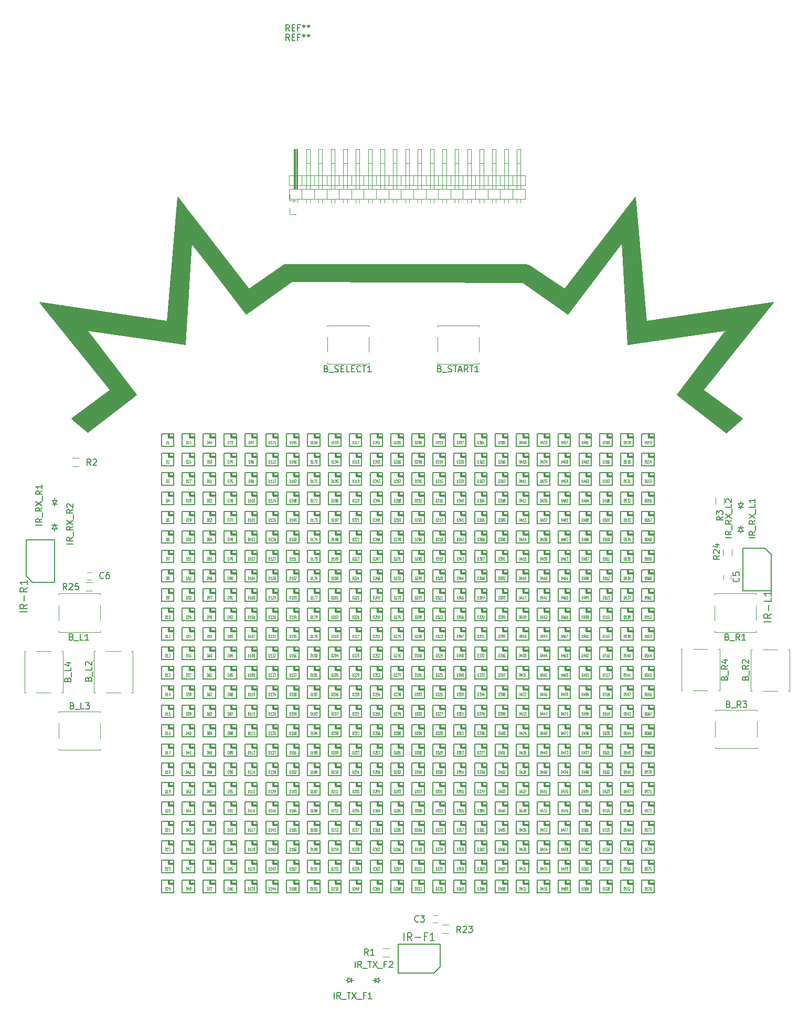
<source format=gto>
G04 #@! TF.FileFunction,Legend,Top*
%FSLAX46Y46*%
G04 Gerber Fmt 4.6, Leading zero omitted, Abs format (unit mm)*
G04 Created by KiCad (PCBNEW 4.0.6+dfsg1-1) date Fri Jun  8 13:36:59 2018*
%MOMM*%
%LPD*%
G01*
G04 APERTURE LIST*
%ADD10C,0.100000*%
%ADD11C,0.200000*%
%ADD12C,0.150000*%
%ADD13C,0.120000*%
%ADD14C,0.350000*%
%ADD15C,0.074930*%
%ADD16C,0.254000*%
G04 APERTURE END LIST*
D10*
D11*
X226651794Y-78735611D02*
X210800000Y-80990000D01*
X213750000Y-77290000D02*
X212011730Y-57241852D01*
X234297724Y-74245091D02*
X213850000Y-77240000D01*
X218740000Y-89110000D02*
X226651794Y-78735611D01*
X222986254Y-88294315D02*
X234297724Y-74245091D01*
X209820000Y-64670000D02*
X202787452Y-73563028D01*
X210830000Y-80990000D02*
X209880000Y-64660000D01*
X212011730Y-57241852D02*
X200648227Y-72018085D01*
X140380000Y-64670000D02*
X147412548Y-73563028D01*
X139370000Y-80990000D02*
X140320000Y-64660000D01*
X123548206Y-78735611D02*
X139400000Y-80990000D01*
X131460000Y-89110000D02*
X123548206Y-78735611D01*
X138188270Y-57241852D02*
X149551773Y-72018085D01*
X136450000Y-77290000D02*
X138188270Y-57241852D01*
X115902276Y-74245091D02*
X136350000Y-77240000D01*
X127213746Y-88294315D02*
X115902276Y-74245091D01*
D12*
X113680000Y-118330000D02*
X114680000Y-119330000D01*
X114680000Y-119330000D02*
X118280000Y-119330000D01*
X118280000Y-119330000D02*
X118280000Y-112520000D01*
X118280000Y-112520000D02*
X113680000Y-112520000D01*
X113680000Y-112520000D02*
X113680000Y-118330000D01*
D13*
X156115000Y-57560000D02*
X194235000Y-57560000D01*
X194235000Y-57560000D02*
X194235000Y-55940000D01*
X194235000Y-55940000D02*
X156115000Y-55940000D01*
X156115000Y-55940000D02*
X156115000Y-57560000D01*
X156865000Y-55940000D02*
X156865000Y-51740000D01*
X156865000Y-51740000D02*
X157485000Y-51740000D01*
X157485000Y-51740000D02*
X157485000Y-55940000D01*
X156925000Y-55940000D02*
X156925000Y-51740000D01*
X157045000Y-55940000D02*
X157045000Y-51740000D01*
X157165000Y-55940000D02*
X157165000Y-51740000D01*
X157285000Y-55940000D02*
X157285000Y-51740000D01*
X157405000Y-55940000D02*
X157405000Y-51740000D01*
X156865000Y-58065000D02*
X156865000Y-57560000D01*
X157485000Y-58065000D02*
X157485000Y-57560000D01*
X158175000Y-57560000D02*
X158175000Y-55940000D01*
X158865000Y-55940000D02*
X158865000Y-51740000D01*
X158865000Y-51740000D02*
X159485000Y-51740000D01*
X159485000Y-51740000D02*
X159485000Y-55940000D01*
X158865000Y-58117886D02*
X158865000Y-57560000D01*
X159485000Y-58117886D02*
X159485000Y-57560000D01*
X160175000Y-57560000D02*
X160175000Y-55940000D01*
X160865000Y-55940000D02*
X160865000Y-51740000D01*
X160865000Y-51740000D02*
X161485000Y-51740000D01*
X161485000Y-51740000D02*
X161485000Y-55940000D01*
X160865000Y-58117886D02*
X160865000Y-57560000D01*
X161485000Y-58117886D02*
X161485000Y-57560000D01*
X162175000Y-57560000D02*
X162175000Y-55940000D01*
X162865000Y-55940000D02*
X162865000Y-51740000D01*
X162865000Y-51740000D02*
X163485000Y-51740000D01*
X163485000Y-51740000D02*
X163485000Y-55940000D01*
X162865000Y-58117886D02*
X162865000Y-57560000D01*
X163485000Y-58117886D02*
X163485000Y-57560000D01*
X164175000Y-57560000D02*
X164175000Y-55940000D01*
X164865000Y-55940000D02*
X164865000Y-51740000D01*
X164865000Y-51740000D02*
X165485000Y-51740000D01*
X165485000Y-51740000D02*
X165485000Y-55940000D01*
X164865000Y-58117886D02*
X164865000Y-57560000D01*
X165485000Y-58117886D02*
X165485000Y-57560000D01*
X166175000Y-57560000D02*
X166175000Y-55940000D01*
X166865000Y-55940000D02*
X166865000Y-51740000D01*
X166865000Y-51740000D02*
X167485000Y-51740000D01*
X167485000Y-51740000D02*
X167485000Y-55940000D01*
X166865000Y-58117886D02*
X166865000Y-57560000D01*
X167485000Y-58117886D02*
X167485000Y-57560000D01*
X168175000Y-57560000D02*
X168175000Y-55940000D01*
X168865000Y-55940000D02*
X168865000Y-51740000D01*
X168865000Y-51740000D02*
X169485000Y-51740000D01*
X169485000Y-51740000D02*
X169485000Y-55940000D01*
X168865000Y-58117886D02*
X168865000Y-57560000D01*
X169485000Y-58117886D02*
X169485000Y-57560000D01*
X170175000Y-57560000D02*
X170175000Y-55940000D01*
X170865000Y-55940000D02*
X170865000Y-51740000D01*
X170865000Y-51740000D02*
X171485000Y-51740000D01*
X171485000Y-51740000D02*
X171485000Y-55940000D01*
X170865000Y-58117886D02*
X170865000Y-57560000D01*
X171485000Y-58117886D02*
X171485000Y-57560000D01*
X172175000Y-57560000D02*
X172175000Y-55940000D01*
X172865000Y-55940000D02*
X172865000Y-51740000D01*
X172865000Y-51740000D02*
X173485000Y-51740000D01*
X173485000Y-51740000D02*
X173485000Y-55940000D01*
X172865000Y-58117886D02*
X172865000Y-57560000D01*
X173485000Y-58117886D02*
X173485000Y-57560000D01*
X174175000Y-57560000D02*
X174175000Y-55940000D01*
X174865000Y-55940000D02*
X174865000Y-51740000D01*
X174865000Y-51740000D02*
X175485000Y-51740000D01*
X175485000Y-51740000D02*
X175485000Y-55940000D01*
X174865000Y-58117886D02*
X174865000Y-57560000D01*
X175485000Y-58117886D02*
X175485000Y-57560000D01*
X176175000Y-57560000D02*
X176175000Y-55940000D01*
X176865000Y-55940000D02*
X176865000Y-51740000D01*
X176865000Y-51740000D02*
X177485000Y-51740000D01*
X177485000Y-51740000D02*
X177485000Y-55940000D01*
X176865000Y-58117886D02*
X176865000Y-57560000D01*
X177485000Y-58117886D02*
X177485000Y-57560000D01*
X178175000Y-57560000D02*
X178175000Y-55940000D01*
X178865000Y-55940000D02*
X178865000Y-51740000D01*
X178865000Y-51740000D02*
X179485000Y-51740000D01*
X179485000Y-51740000D02*
X179485000Y-55940000D01*
X178865000Y-58117886D02*
X178865000Y-57560000D01*
X179485000Y-58117886D02*
X179485000Y-57560000D01*
X180175000Y-57560000D02*
X180175000Y-55940000D01*
X180865000Y-55940000D02*
X180865000Y-51740000D01*
X180865000Y-51740000D02*
X181485000Y-51740000D01*
X181485000Y-51740000D02*
X181485000Y-55940000D01*
X180865000Y-58117886D02*
X180865000Y-57560000D01*
X181485000Y-58117886D02*
X181485000Y-57560000D01*
X182175000Y-57560000D02*
X182175000Y-55940000D01*
X182865000Y-55940000D02*
X182865000Y-51740000D01*
X182865000Y-51740000D02*
X183485000Y-51740000D01*
X183485000Y-51740000D02*
X183485000Y-55940000D01*
X182865000Y-58117886D02*
X182865000Y-57560000D01*
X183485000Y-58117886D02*
X183485000Y-57560000D01*
X184175000Y-57560000D02*
X184175000Y-55940000D01*
X184865000Y-55940000D02*
X184865000Y-51740000D01*
X184865000Y-51740000D02*
X185485000Y-51740000D01*
X185485000Y-51740000D02*
X185485000Y-55940000D01*
X184865000Y-58117886D02*
X184865000Y-57560000D01*
X185485000Y-58117886D02*
X185485000Y-57560000D01*
X186175000Y-57560000D02*
X186175000Y-55940000D01*
X186865000Y-55940000D02*
X186865000Y-51740000D01*
X186865000Y-51740000D02*
X187485000Y-51740000D01*
X187485000Y-51740000D02*
X187485000Y-55940000D01*
X186865000Y-58117886D02*
X186865000Y-57560000D01*
X187485000Y-58117886D02*
X187485000Y-57560000D01*
X188175000Y-57560000D02*
X188175000Y-55940000D01*
X188865000Y-55940000D02*
X188865000Y-51740000D01*
X188865000Y-51740000D02*
X189485000Y-51740000D01*
X189485000Y-51740000D02*
X189485000Y-55940000D01*
X188865000Y-58117886D02*
X188865000Y-57560000D01*
X189485000Y-58117886D02*
X189485000Y-57560000D01*
X190175000Y-57560000D02*
X190175000Y-55940000D01*
X190865000Y-55940000D02*
X190865000Y-51740000D01*
X190865000Y-51740000D02*
X191485000Y-51740000D01*
X191485000Y-51740000D02*
X191485000Y-55940000D01*
X190865000Y-58117886D02*
X190865000Y-57560000D01*
X191485000Y-58117886D02*
X191485000Y-57560000D01*
X192175000Y-57560000D02*
X192175000Y-55940000D01*
X192865000Y-55940000D02*
X192865000Y-51740000D01*
X192865000Y-51740000D02*
X193485000Y-51740000D01*
X193485000Y-51740000D02*
X193485000Y-55940000D01*
X192865000Y-58117886D02*
X192865000Y-57560000D01*
X193485000Y-58117886D02*
X193485000Y-57560000D01*
X157175000Y-60000000D02*
X156175000Y-60000000D01*
X156175000Y-60000000D02*
X156175000Y-59000000D01*
X162250000Y-84100000D02*
X162250000Y-83900000D01*
X162250000Y-77900000D02*
X162250000Y-78100000D01*
X168950000Y-77900000D02*
X168950000Y-78100000D01*
X168950000Y-84100000D02*
X168950000Y-83900000D01*
X168950000Y-82200000D02*
X168950000Y-79800000D01*
X162250000Y-82200000D02*
X162250000Y-79800000D01*
X162250000Y-84100000D02*
X168950000Y-84100000D01*
X168950000Y-77900000D02*
X162250000Y-77900000D01*
D14*
X137400000Y-96000000D02*
X136700000Y-96000000D01*
X136700000Y-96000000D02*
X136700000Y-95500000D01*
D12*
X135500000Y-95400000D02*
X137500000Y-95400000D01*
X137500000Y-95400000D02*
X137500000Y-97400000D01*
X137500000Y-97400000D02*
X135500000Y-97400000D01*
X135500000Y-97400000D02*
X135500000Y-95400000D01*
D14*
X137400000Y-99123913D02*
X136700000Y-99123913D01*
X136700000Y-99123913D02*
X136700000Y-98623913D01*
D12*
X135500000Y-98523913D02*
X137500000Y-98523913D01*
X137500000Y-98523913D02*
X137500000Y-100523913D01*
X137500000Y-100523913D02*
X135500000Y-100523913D01*
X135500000Y-100523913D02*
X135500000Y-98523913D01*
D14*
X137400000Y-102247826D02*
X136700000Y-102247826D01*
X136700000Y-102247826D02*
X136700000Y-101747826D01*
D12*
X135500000Y-101647826D02*
X137500000Y-101647826D01*
X137500000Y-101647826D02*
X137500000Y-103647826D01*
X137500000Y-103647826D02*
X135500000Y-103647826D01*
X135500000Y-103647826D02*
X135500000Y-101647826D01*
D14*
X137400000Y-105371739D02*
X136700000Y-105371739D01*
X136700000Y-105371739D02*
X136700000Y-104871739D01*
D12*
X135500000Y-104771739D02*
X137500000Y-104771739D01*
X137500000Y-104771739D02*
X137500000Y-106771739D01*
X137500000Y-106771739D02*
X135500000Y-106771739D01*
X135500000Y-106771739D02*
X135500000Y-104771739D01*
D14*
X137400000Y-108495652D02*
X136700000Y-108495652D01*
X136700000Y-108495652D02*
X136700000Y-107995652D01*
D12*
X135500000Y-107895652D02*
X137500000Y-107895652D01*
X137500000Y-107895652D02*
X137500000Y-109895652D01*
X137500000Y-109895652D02*
X135500000Y-109895652D01*
X135500000Y-109895652D02*
X135500000Y-107895652D01*
D14*
X137400000Y-111619565D02*
X136700000Y-111619565D01*
X136700000Y-111619565D02*
X136700000Y-111119565D01*
D12*
X135500000Y-111019565D02*
X137500000Y-111019565D01*
X137500000Y-111019565D02*
X137500000Y-113019565D01*
X137500000Y-113019565D02*
X135500000Y-113019565D01*
X135500000Y-113019565D02*
X135500000Y-111019565D01*
D14*
X137400000Y-114743478D02*
X136700000Y-114743478D01*
X136700000Y-114743478D02*
X136700000Y-114243478D01*
D12*
X135500000Y-114143478D02*
X137500000Y-114143478D01*
X137500000Y-114143478D02*
X137500000Y-116143478D01*
X137500000Y-116143478D02*
X135500000Y-116143478D01*
X135500000Y-116143478D02*
X135500000Y-114143478D01*
D14*
X137400000Y-117867391D02*
X136700000Y-117867391D01*
X136700000Y-117867391D02*
X136700000Y-117367391D01*
D12*
X135500000Y-117267391D02*
X137500000Y-117267391D01*
X137500000Y-117267391D02*
X137500000Y-119267391D01*
X137500000Y-119267391D02*
X135500000Y-119267391D01*
X135500000Y-119267391D02*
X135500000Y-117267391D01*
D14*
X137400000Y-120991304D02*
X136700000Y-120991304D01*
X136700000Y-120991304D02*
X136700000Y-120491304D01*
D12*
X135500000Y-120391304D02*
X137500000Y-120391304D01*
X137500000Y-120391304D02*
X137500000Y-122391304D01*
X137500000Y-122391304D02*
X135500000Y-122391304D01*
X135500000Y-122391304D02*
X135500000Y-120391304D01*
D14*
X137400000Y-124115217D02*
X136700000Y-124115217D01*
X136700000Y-124115217D02*
X136700000Y-123615217D01*
D12*
X135500000Y-123515217D02*
X137500000Y-123515217D01*
X137500000Y-123515217D02*
X137500000Y-125515217D01*
X137500000Y-125515217D02*
X135500000Y-125515217D01*
X135500000Y-125515217D02*
X135500000Y-123515217D01*
D14*
X137400000Y-127239130D02*
X136700000Y-127239130D01*
X136700000Y-127239130D02*
X136700000Y-126739130D01*
D12*
X135500000Y-126639130D02*
X137500000Y-126639130D01*
X137500000Y-126639130D02*
X137500000Y-128639130D01*
X137500000Y-128639130D02*
X135500000Y-128639130D01*
X135500000Y-128639130D02*
X135500000Y-126639130D01*
D14*
X137400000Y-130363043D02*
X136700000Y-130363043D01*
X136700000Y-130363043D02*
X136700000Y-129863043D01*
D12*
X135500000Y-129763043D02*
X137500000Y-129763043D01*
X137500000Y-129763043D02*
X137500000Y-131763043D01*
X137500000Y-131763043D02*
X135500000Y-131763043D01*
X135500000Y-131763043D02*
X135500000Y-129763043D01*
D14*
X137400000Y-133486956D02*
X136700000Y-133486956D01*
X136700000Y-133486956D02*
X136700000Y-132986956D01*
D12*
X135500000Y-132886956D02*
X137500000Y-132886956D01*
X137500000Y-132886956D02*
X137500000Y-134886956D01*
X137500000Y-134886956D02*
X135500000Y-134886956D01*
X135500000Y-134886956D02*
X135500000Y-132886956D01*
D14*
X137400000Y-136610869D02*
X136700000Y-136610869D01*
X136700000Y-136610869D02*
X136700000Y-136110869D01*
D12*
X135500000Y-136010869D02*
X137500000Y-136010869D01*
X137500000Y-136010869D02*
X137500000Y-138010869D01*
X137500000Y-138010869D02*
X135500000Y-138010869D01*
X135500000Y-138010869D02*
X135500000Y-136010869D01*
D14*
X137400000Y-139734782D02*
X136700000Y-139734782D01*
X136700000Y-139734782D02*
X136700000Y-139234782D01*
D12*
X135500000Y-139134782D02*
X137500000Y-139134782D01*
X137500000Y-139134782D02*
X137500000Y-141134782D01*
X137500000Y-141134782D02*
X135500000Y-141134782D01*
X135500000Y-141134782D02*
X135500000Y-139134782D01*
D14*
X137400000Y-142858695D02*
X136700000Y-142858695D01*
X136700000Y-142858695D02*
X136700000Y-142358695D01*
D12*
X135500000Y-142258695D02*
X137500000Y-142258695D01*
X137500000Y-142258695D02*
X137500000Y-144258695D01*
X137500000Y-144258695D02*
X135500000Y-144258695D01*
X135500000Y-144258695D02*
X135500000Y-142258695D01*
D14*
X137400000Y-145982608D02*
X136700000Y-145982608D01*
X136700000Y-145982608D02*
X136700000Y-145482608D01*
D12*
X135500000Y-145382608D02*
X137500000Y-145382608D01*
X137500000Y-145382608D02*
X137500000Y-147382608D01*
X137500000Y-147382608D02*
X135500000Y-147382608D01*
X135500000Y-147382608D02*
X135500000Y-145382608D01*
D14*
X137400000Y-149106521D02*
X136700000Y-149106521D01*
X136700000Y-149106521D02*
X136700000Y-148606521D01*
D12*
X135500000Y-148506521D02*
X137500000Y-148506521D01*
X137500000Y-148506521D02*
X137500000Y-150506521D01*
X137500000Y-150506521D02*
X135500000Y-150506521D01*
X135500000Y-150506521D02*
X135500000Y-148506521D01*
D14*
X137400000Y-152230434D02*
X136700000Y-152230434D01*
X136700000Y-152230434D02*
X136700000Y-151730434D01*
D12*
X135500000Y-151630434D02*
X137500000Y-151630434D01*
X137500000Y-151630434D02*
X137500000Y-153630434D01*
X137500000Y-153630434D02*
X135500000Y-153630434D01*
X135500000Y-153630434D02*
X135500000Y-151630434D01*
D14*
X137400000Y-155354347D02*
X136700000Y-155354347D01*
X136700000Y-155354347D02*
X136700000Y-154854347D01*
D12*
X135500000Y-154754347D02*
X137500000Y-154754347D01*
X137500000Y-154754347D02*
X137500000Y-156754347D01*
X137500000Y-156754347D02*
X135500000Y-156754347D01*
X135500000Y-156754347D02*
X135500000Y-154754347D01*
D14*
X137400000Y-158478260D02*
X136700000Y-158478260D01*
X136700000Y-158478260D02*
X136700000Y-157978260D01*
D12*
X135500000Y-157878260D02*
X137500000Y-157878260D01*
X137500000Y-157878260D02*
X137500000Y-159878260D01*
X137500000Y-159878260D02*
X135500000Y-159878260D01*
X135500000Y-159878260D02*
X135500000Y-157878260D01*
D14*
X137400000Y-161602173D02*
X136700000Y-161602173D01*
X136700000Y-161602173D02*
X136700000Y-161102173D01*
D12*
X135500000Y-161002173D02*
X137500000Y-161002173D01*
X137500000Y-161002173D02*
X137500000Y-163002173D01*
X137500000Y-163002173D02*
X135500000Y-163002173D01*
X135500000Y-163002173D02*
X135500000Y-161002173D01*
D14*
X137400000Y-164726086D02*
X136700000Y-164726086D01*
X136700000Y-164726086D02*
X136700000Y-164226086D01*
D12*
X135500000Y-164126086D02*
X137500000Y-164126086D01*
X137500000Y-164126086D02*
X137500000Y-166126086D01*
X137500000Y-166126086D02*
X135500000Y-166126086D01*
X135500000Y-166126086D02*
X135500000Y-164126086D01*
D14*
X137400000Y-167949999D02*
X136700000Y-167949999D01*
X136700000Y-167949999D02*
X136700000Y-167449999D01*
D12*
X135500000Y-167349999D02*
X137500000Y-167349999D01*
X137500000Y-167349999D02*
X137500000Y-169349999D01*
X137500000Y-169349999D02*
X135500000Y-169349999D01*
X135500000Y-169349999D02*
X135500000Y-167349999D01*
D14*
X140769565Y-96000000D02*
X140069565Y-96000000D01*
X140069565Y-96000000D02*
X140069565Y-95500000D01*
D12*
X138869565Y-95400000D02*
X140869565Y-95400000D01*
X140869565Y-95400000D02*
X140869565Y-97400000D01*
X140869565Y-97400000D02*
X138869565Y-97400000D01*
X138869565Y-97400000D02*
X138869565Y-95400000D01*
D14*
X140769565Y-99123913D02*
X140069565Y-99123913D01*
X140069565Y-99123913D02*
X140069565Y-98623913D01*
D12*
X138869565Y-98523913D02*
X140869565Y-98523913D01*
X140869565Y-98523913D02*
X140869565Y-100523913D01*
X140869565Y-100523913D02*
X138869565Y-100523913D01*
X138869565Y-100523913D02*
X138869565Y-98523913D01*
D14*
X140769565Y-102247826D02*
X140069565Y-102247826D01*
X140069565Y-102247826D02*
X140069565Y-101747826D01*
D12*
X138869565Y-101647826D02*
X140869565Y-101647826D01*
X140869565Y-101647826D02*
X140869565Y-103647826D01*
X140869565Y-103647826D02*
X138869565Y-103647826D01*
X138869565Y-103647826D02*
X138869565Y-101647826D01*
D14*
X140769565Y-105371739D02*
X140069565Y-105371739D01*
X140069565Y-105371739D02*
X140069565Y-104871739D01*
D12*
X138869565Y-104771739D02*
X140869565Y-104771739D01*
X140869565Y-104771739D02*
X140869565Y-106771739D01*
X140869565Y-106771739D02*
X138869565Y-106771739D01*
X138869565Y-106771739D02*
X138869565Y-104771739D01*
D14*
X140769565Y-108495652D02*
X140069565Y-108495652D01*
X140069565Y-108495652D02*
X140069565Y-107995652D01*
D12*
X138869565Y-107895652D02*
X140869565Y-107895652D01*
X140869565Y-107895652D02*
X140869565Y-109895652D01*
X140869565Y-109895652D02*
X138869565Y-109895652D01*
X138869565Y-109895652D02*
X138869565Y-107895652D01*
D14*
X140769565Y-111619565D02*
X140069565Y-111619565D01*
X140069565Y-111619565D02*
X140069565Y-111119565D01*
D12*
X138869565Y-111019565D02*
X140869565Y-111019565D01*
X140869565Y-111019565D02*
X140869565Y-113019565D01*
X140869565Y-113019565D02*
X138869565Y-113019565D01*
X138869565Y-113019565D02*
X138869565Y-111019565D01*
D14*
X140769565Y-114743478D02*
X140069565Y-114743478D01*
X140069565Y-114743478D02*
X140069565Y-114243478D01*
D12*
X138869565Y-114143478D02*
X140869565Y-114143478D01*
X140869565Y-114143478D02*
X140869565Y-116143478D01*
X140869565Y-116143478D02*
X138869565Y-116143478D01*
X138869565Y-116143478D02*
X138869565Y-114143478D01*
D14*
X140769565Y-117867391D02*
X140069565Y-117867391D01*
X140069565Y-117867391D02*
X140069565Y-117367391D01*
D12*
X138869565Y-117267391D02*
X140869565Y-117267391D01*
X140869565Y-117267391D02*
X140869565Y-119267391D01*
X140869565Y-119267391D02*
X138869565Y-119267391D01*
X138869565Y-119267391D02*
X138869565Y-117267391D01*
D14*
X140769565Y-120991304D02*
X140069565Y-120991304D01*
X140069565Y-120991304D02*
X140069565Y-120491304D01*
D12*
X138869565Y-120391304D02*
X140869565Y-120391304D01*
X140869565Y-120391304D02*
X140869565Y-122391304D01*
X140869565Y-122391304D02*
X138869565Y-122391304D01*
X138869565Y-122391304D02*
X138869565Y-120391304D01*
D14*
X140769565Y-124115217D02*
X140069565Y-124115217D01*
X140069565Y-124115217D02*
X140069565Y-123615217D01*
D12*
X138869565Y-123515217D02*
X140869565Y-123515217D01*
X140869565Y-123515217D02*
X140869565Y-125515217D01*
X140869565Y-125515217D02*
X138869565Y-125515217D01*
X138869565Y-125515217D02*
X138869565Y-123515217D01*
D14*
X140769565Y-127239130D02*
X140069565Y-127239130D01*
X140069565Y-127239130D02*
X140069565Y-126739130D01*
D12*
X138869565Y-126639130D02*
X140869565Y-126639130D01*
X140869565Y-126639130D02*
X140869565Y-128639130D01*
X140869565Y-128639130D02*
X138869565Y-128639130D01*
X138869565Y-128639130D02*
X138869565Y-126639130D01*
D14*
X140769565Y-130363043D02*
X140069565Y-130363043D01*
X140069565Y-130363043D02*
X140069565Y-129863043D01*
D12*
X138869565Y-129763043D02*
X140869565Y-129763043D01*
X140869565Y-129763043D02*
X140869565Y-131763043D01*
X140869565Y-131763043D02*
X138869565Y-131763043D01*
X138869565Y-131763043D02*
X138869565Y-129763043D01*
D14*
X140769565Y-133486956D02*
X140069565Y-133486956D01*
X140069565Y-133486956D02*
X140069565Y-132986956D01*
D12*
X138869565Y-132886956D02*
X140869565Y-132886956D01*
X140869565Y-132886956D02*
X140869565Y-134886956D01*
X140869565Y-134886956D02*
X138869565Y-134886956D01*
X138869565Y-134886956D02*
X138869565Y-132886956D01*
D14*
X140769565Y-136610869D02*
X140069565Y-136610869D01*
X140069565Y-136610869D02*
X140069565Y-136110869D01*
D12*
X138869565Y-136010869D02*
X140869565Y-136010869D01*
X140869565Y-136010869D02*
X140869565Y-138010869D01*
X140869565Y-138010869D02*
X138869565Y-138010869D01*
X138869565Y-138010869D02*
X138869565Y-136010869D01*
D14*
X140769565Y-139734782D02*
X140069565Y-139734782D01*
X140069565Y-139734782D02*
X140069565Y-139234782D01*
D12*
X138869565Y-139134782D02*
X140869565Y-139134782D01*
X140869565Y-139134782D02*
X140869565Y-141134782D01*
X140869565Y-141134782D02*
X138869565Y-141134782D01*
X138869565Y-141134782D02*
X138869565Y-139134782D01*
D14*
X140769565Y-142858695D02*
X140069565Y-142858695D01*
X140069565Y-142858695D02*
X140069565Y-142358695D01*
D12*
X138869565Y-142258695D02*
X140869565Y-142258695D01*
X140869565Y-142258695D02*
X140869565Y-144258695D01*
X140869565Y-144258695D02*
X138869565Y-144258695D01*
X138869565Y-144258695D02*
X138869565Y-142258695D01*
D14*
X140769565Y-145982608D02*
X140069565Y-145982608D01*
X140069565Y-145982608D02*
X140069565Y-145482608D01*
D12*
X138869565Y-145382608D02*
X140869565Y-145382608D01*
X140869565Y-145382608D02*
X140869565Y-147382608D01*
X140869565Y-147382608D02*
X138869565Y-147382608D01*
X138869565Y-147382608D02*
X138869565Y-145382608D01*
D14*
X140769565Y-149106521D02*
X140069565Y-149106521D01*
X140069565Y-149106521D02*
X140069565Y-148606521D01*
D12*
X138869565Y-148506521D02*
X140869565Y-148506521D01*
X140869565Y-148506521D02*
X140869565Y-150506521D01*
X140869565Y-150506521D02*
X138869565Y-150506521D01*
X138869565Y-150506521D02*
X138869565Y-148506521D01*
D14*
X140769565Y-152230434D02*
X140069565Y-152230434D01*
X140069565Y-152230434D02*
X140069565Y-151730434D01*
D12*
X138869565Y-151630434D02*
X140869565Y-151630434D01*
X140869565Y-151630434D02*
X140869565Y-153630434D01*
X140869565Y-153630434D02*
X138869565Y-153630434D01*
X138869565Y-153630434D02*
X138869565Y-151630434D01*
D14*
X140769565Y-155354347D02*
X140069565Y-155354347D01*
X140069565Y-155354347D02*
X140069565Y-154854347D01*
D12*
X138869565Y-154754347D02*
X140869565Y-154754347D01*
X140869565Y-154754347D02*
X140869565Y-156754347D01*
X140869565Y-156754347D02*
X138869565Y-156754347D01*
X138869565Y-156754347D02*
X138869565Y-154754347D01*
D14*
X140769565Y-158478260D02*
X140069565Y-158478260D01*
X140069565Y-158478260D02*
X140069565Y-157978260D01*
D12*
X138869565Y-157878260D02*
X140869565Y-157878260D01*
X140869565Y-157878260D02*
X140869565Y-159878260D01*
X140869565Y-159878260D02*
X138869565Y-159878260D01*
X138869565Y-159878260D02*
X138869565Y-157878260D01*
D14*
X140769565Y-161602173D02*
X140069565Y-161602173D01*
X140069565Y-161602173D02*
X140069565Y-161102173D01*
D12*
X138869565Y-161002173D02*
X140869565Y-161002173D01*
X140869565Y-161002173D02*
X140869565Y-163002173D01*
X140869565Y-163002173D02*
X138869565Y-163002173D01*
X138869565Y-163002173D02*
X138869565Y-161002173D01*
D14*
X140769565Y-164726086D02*
X140069565Y-164726086D01*
X140069565Y-164726086D02*
X140069565Y-164226086D01*
D12*
X138869565Y-164126086D02*
X140869565Y-164126086D01*
X140869565Y-164126086D02*
X140869565Y-166126086D01*
X140869565Y-166126086D02*
X138869565Y-166126086D01*
X138869565Y-166126086D02*
X138869565Y-164126086D01*
D14*
X140769565Y-167949999D02*
X140069565Y-167949999D01*
X140069565Y-167949999D02*
X140069565Y-167449999D01*
D12*
X138869565Y-167349999D02*
X140869565Y-167349999D01*
X140869565Y-167349999D02*
X140869565Y-169349999D01*
X140869565Y-169349999D02*
X138869565Y-169349999D01*
X138869565Y-169349999D02*
X138869565Y-167349999D01*
D14*
X144139130Y-96000000D02*
X143439130Y-96000000D01*
X143439130Y-96000000D02*
X143439130Y-95500000D01*
D12*
X142239130Y-95400000D02*
X144239130Y-95400000D01*
X144239130Y-95400000D02*
X144239130Y-97400000D01*
X144239130Y-97400000D02*
X142239130Y-97400000D01*
X142239130Y-97400000D02*
X142239130Y-95400000D01*
D14*
X144139130Y-99123913D02*
X143439130Y-99123913D01*
X143439130Y-99123913D02*
X143439130Y-98623913D01*
D12*
X142239130Y-98523913D02*
X144239130Y-98523913D01*
X144239130Y-98523913D02*
X144239130Y-100523913D01*
X144239130Y-100523913D02*
X142239130Y-100523913D01*
X142239130Y-100523913D02*
X142239130Y-98523913D01*
D14*
X144139130Y-102247826D02*
X143439130Y-102247826D01*
X143439130Y-102247826D02*
X143439130Y-101747826D01*
D12*
X142239130Y-101647826D02*
X144239130Y-101647826D01*
X144239130Y-101647826D02*
X144239130Y-103647826D01*
X144239130Y-103647826D02*
X142239130Y-103647826D01*
X142239130Y-103647826D02*
X142239130Y-101647826D01*
D14*
X144139130Y-105371739D02*
X143439130Y-105371739D01*
X143439130Y-105371739D02*
X143439130Y-104871739D01*
D12*
X142239130Y-104771739D02*
X144239130Y-104771739D01*
X144239130Y-104771739D02*
X144239130Y-106771739D01*
X144239130Y-106771739D02*
X142239130Y-106771739D01*
X142239130Y-106771739D02*
X142239130Y-104771739D01*
D14*
X144139130Y-108495652D02*
X143439130Y-108495652D01*
X143439130Y-108495652D02*
X143439130Y-107995652D01*
D12*
X142239130Y-107895652D02*
X144239130Y-107895652D01*
X144239130Y-107895652D02*
X144239130Y-109895652D01*
X144239130Y-109895652D02*
X142239130Y-109895652D01*
X142239130Y-109895652D02*
X142239130Y-107895652D01*
D14*
X144139130Y-111619565D02*
X143439130Y-111619565D01*
X143439130Y-111619565D02*
X143439130Y-111119565D01*
D12*
X142239130Y-111019565D02*
X144239130Y-111019565D01*
X144239130Y-111019565D02*
X144239130Y-113019565D01*
X144239130Y-113019565D02*
X142239130Y-113019565D01*
X142239130Y-113019565D02*
X142239130Y-111019565D01*
D14*
X144139130Y-114743478D02*
X143439130Y-114743478D01*
X143439130Y-114743478D02*
X143439130Y-114243478D01*
D12*
X142239130Y-114143478D02*
X144239130Y-114143478D01*
X144239130Y-114143478D02*
X144239130Y-116143478D01*
X144239130Y-116143478D02*
X142239130Y-116143478D01*
X142239130Y-116143478D02*
X142239130Y-114143478D01*
D14*
X144139130Y-117867391D02*
X143439130Y-117867391D01*
X143439130Y-117867391D02*
X143439130Y-117367391D01*
D12*
X142239130Y-117267391D02*
X144239130Y-117267391D01*
X144239130Y-117267391D02*
X144239130Y-119267391D01*
X144239130Y-119267391D02*
X142239130Y-119267391D01*
X142239130Y-119267391D02*
X142239130Y-117267391D01*
D14*
X144139130Y-120991304D02*
X143439130Y-120991304D01*
X143439130Y-120991304D02*
X143439130Y-120491304D01*
D12*
X142239130Y-120391304D02*
X144239130Y-120391304D01*
X144239130Y-120391304D02*
X144239130Y-122391304D01*
X144239130Y-122391304D02*
X142239130Y-122391304D01*
X142239130Y-122391304D02*
X142239130Y-120391304D01*
D14*
X144139130Y-124115217D02*
X143439130Y-124115217D01*
X143439130Y-124115217D02*
X143439130Y-123615217D01*
D12*
X142239130Y-123515217D02*
X144239130Y-123515217D01*
X144239130Y-123515217D02*
X144239130Y-125515217D01*
X144239130Y-125515217D02*
X142239130Y-125515217D01*
X142239130Y-125515217D02*
X142239130Y-123515217D01*
D14*
X144139130Y-127239130D02*
X143439130Y-127239130D01*
X143439130Y-127239130D02*
X143439130Y-126739130D01*
D12*
X142239130Y-126639130D02*
X144239130Y-126639130D01*
X144239130Y-126639130D02*
X144239130Y-128639130D01*
X144239130Y-128639130D02*
X142239130Y-128639130D01*
X142239130Y-128639130D02*
X142239130Y-126639130D01*
D14*
X144139130Y-130363043D02*
X143439130Y-130363043D01*
X143439130Y-130363043D02*
X143439130Y-129863043D01*
D12*
X142239130Y-129763043D02*
X144239130Y-129763043D01*
X144239130Y-129763043D02*
X144239130Y-131763043D01*
X144239130Y-131763043D02*
X142239130Y-131763043D01*
X142239130Y-131763043D02*
X142239130Y-129763043D01*
D14*
X144139130Y-133486956D02*
X143439130Y-133486956D01*
X143439130Y-133486956D02*
X143439130Y-132986956D01*
D12*
X142239130Y-132886956D02*
X144239130Y-132886956D01*
X144239130Y-132886956D02*
X144239130Y-134886956D01*
X144239130Y-134886956D02*
X142239130Y-134886956D01*
X142239130Y-134886956D02*
X142239130Y-132886956D01*
D14*
X144139130Y-136610869D02*
X143439130Y-136610869D01*
X143439130Y-136610869D02*
X143439130Y-136110869D01*
D12*
X142239130Y-136010869D02*
X144239130Y-136010869D01*
X144239130Y-136010869D02*
X144239130Y-138010869D01*
X144239130Y-138010869D02*
X142239130Y-138010869D01*
X142239130Y-138010869D02*
X142239130Y-136010869D01*
D14*
X144139130Y-139734782D02*
X143439130Y-139734782D01*
X143439130Y-139734782D02*
X143439130Y-139234782D01*
D12*
X142239130Y-139134782D02*
X144239130Y-139134782D01*
X144239130Y-139134782D02*
X144239130Y-141134782D01*
X144239130Y-141134782D02*
X142239130Y-141134782D01*
X142239130Y-141134782D02*
X142239130Y-139134782D01*
D14*
X144139130Y-142858695D02*
X143439130Y-142858695D01*
X143439130Y-142858695D02*
X143439130Y-142358695D01*
D12*
X142239130Y-142258695D02*
X144239130Y-142258695D01*
X144239130Y-142258695D02*
X144239130Y-144258695D01*
X144239130Y-144258695D02*
X142239130Y-144258695D01*
X142239130Y-144258695D02*
X142239130Y-142258695D01*
D14*
X144139130Y-145982608D02*
X143439130Y-145982608D01*
X143439130Y-145982608D02*
X143439130Y-145482608D01*
D12*
X142239130Y-145382608D02*
X144239130Y-145382608D01*
X144239130Y-145382608D02*
X144239130Y-147382608D01*
X144239130Y-147382608D02*
X142239130Y-147382608D01*
X142239130Y-147382608D02*
X142239130Y-145382608D01*
D14*
X144139130Y-149106521D02*
X143439130Y-149106521D01*
X143439130Y-149106521D02*
X143439130Y-148606521D01*
D12*
X142239130Y-148506521D02*
X144239130Y-148506521D01*
X144239130Y-148506521D02*
X144239130Y-150506521D01*
X144239130Y-150506521D02*
X142239130Y-150506521D01*
X142239130Y-150506521D02*
X142239130Y-148506521D01*
D14*
X144139130Y-152230434D02*
X143439130Y-152230434D01*
X143439130Y-152230434D02*
X143439130Y-151730434D01*
D12*
X142239130Y-151630434D02*
X144239130Y-151630434D01*
X144239130Y-151630434D02*
X144239130Y-153630434D01*
X144239130Y-153630434D02*
X142239130Y-153630434D01*
X142239130Y-153630434D02*
X142239130Y-151630434D01*
D14*
X144139130Y-155354347D02*
X143439130Y-155354347D01*
X143439130Y-155354347D02*
X143439130Y-154854347D01*
D12*
X142239130Y-154754347D02*
X144239130Y-154754347D01*
X144239130Y-154754347D02*
X144239130Y-156754347D01*
X144239130Y-156754347D02*
X142239130Y-156754347D01*
X142239130Y-156754347D02*
X142239130Y-154754347D01*
D14*
X144139130Y-158478260D02*
X143439130Y-158478260D01*
X143439130Y-158478260D02*
X143439130Y-157978260D01*
D12*
X142239130Y-157878260D02*
X144239130Y-157878260D01*
X144239130Y-157878260D02*
X144239130Y-159878260D01*
X144239130Y-159878260D02*
X142239130Y-159878260D01*
X142239130Y-159878260D02*
X142239130Y-157878260D01*
D14*
X144139130Y-161602173D02*
X143439130Y-161602173D01*
X143439130Y-161602173D02*
X143439130Y-161102173D01*
D12*
X142239130Y-161002173D02*
X144239130Y-161002173D01*
X144239130Y-161002173D02*
X144239130Y-163002173D01*
X144239130Y-163002173D02*
X142239130Y-163002173D01*
X142239130Y-163002173D02*
X142239130Y-161002173D01*
D14*
X144139130Y-164726086D02*
X143439130Y-164726086D01*
X143439130Y-164726086D02*
X143439130Y-164226086D01*
D12*
X142239130Y-164126086D02*
X144239130Y-164126086D01*
X144239130Y-164126086D02*
X144239130Y-166126086D01*
X144239130Y-166126086D02*
X142239130Y-166126086D01*
X142239130Y-166126086D02*
X142239130Y-164126086D01*
D14*
X144139130Y-167949999D02*
X143439130Y-167949999D01*
X143439130Y-167949999D02*
X143439130Y-167449999D01*
D12*
X142239130Y-167349999D02*
X144239130Y-167349999D01*
X144239130Y-167349999D02*
X144239130Y-169349999D01*
X144239130Y-169349999D02*
X142239130Y-169349999D01*
X142239130Y-169349999D02*
X142239130Y-167349999D01*
D14*
X147508695Y-96000000D02*
X146808695Y-96000000D01*
X146808695Y-96000000D02*
X146808695Y-95500000D01*
D12*
X145608695Y-95400000D02*
X147608695Y-95400000D01*
X147608695Y-95400000D02*
X147608695Y-97400000D01*
X147608695Y-97400000D02*
X145608695Y-97400000D01*
X145608695Y-97400000D02*
X145608695Y-95400000D01*
D14*
X147508695Y-99123913D02*
X146808695Y-99123913D01*
X146808695Y-99123913D02*
X146808695Y-98623913D01*
D12*
X145608695Y-98523913D02*
X147608695Y-98523913D01*
X147608695Y-98523913D02*
X147608695Y-100523913D01*
X147608695Y-100523913D02*
X145608695Y-100523913D01*
X145608695Y-100523913D02*
X145608695Y-98523913D01*
D14*
X147508695Y-102247826D02*
X146808695Y-102247826D01*
X146808695Y-102247826D02*
X146808695Y-101747826D01*
D12*
X145608695Y-101647826D02*
X147608695Y-101647826D01*
X147608695Y-101647826D02*
X147608695Y-103647826D01*
X147608695Y-103647826D02*
X145608695Y-103647826D01*
X145608695Y-103647826D02*
X145608695Y-101647826D01*
D14*
X147508695Y-105371739D02*
X146808695Y-105371739D01*
X146808695Y-105371739D02*
X146808695Y-104871739D01*
D12*
X145608695Y-104771739D02*
X147608695Y-104771739D01*
X147608695Y-104771739D02*
X147608695Y-106771739D01*
X147608695Y-106771739D02*
X145608695Y-106771739D01*
X145608695Y-106771739D02*
X145608695Y-104771739D01*
D14*
X147508695Y-108495652D02*
X146808695Y-108495652D01*
X146808695Y-108495652D02*
X146808695Y-107995652D01*
D12*
X145608695Y-107895652D02*
X147608695Y-107895652D01*
X147608695Y-107895652D02*
X147608695Y-109895652D01*
X147608695Y-109895652D02*
X145608695Y-109895652D01*
X145608695Y-109895652D02*
X145608695Y-107895652D01*
D14*
X147508695Y-111619565D02*
X146808695Y-111619565D01*
X146808695Y-111619565D02*
X146808695Y-111119565D01*
D12*
X145608695Y-111019565D02*
X147608695Y-111019565D01*
X147608695Y-111019565D02*
X147608695Y-113019565D01*
X147608695Y-113019565D02*
X145608695Y-113019565D01*
X145608695Y-113019565D02*
X145608695Y-111019565D01*
D14*
X147508695Y-114743478D02*
X146808695Y-114743478D01*
X146808695Y-114743478D02*
X146808695Y-114243478D01*
D12*
X145608695Y-114143478D02*
X147608695Y-114143478D01*
X147608695Y-114143478D02*
X147608695Y-116143478D01*
X147608695Y-116143478D02*
X145608695Y-116143478D01*
X145608695Y-116143478D02*
X145608695Y-114143478D01*
D14*
X147508695Y-117867391D02*
X146808695Y-117867391D01*
X146808695Y-117867391D02*
X146808695Y-117367391D01*
D12*
X145608695Y-117267391D02*
X147608695Y-117267391D01*
X147608695Y-117267391D02*
X147608695Y-119267391D01*
X147608695Y-119267391D02*
X145608695Y-119267391D01*
X145608695Y-119267391D02*
X145608695Y-117267391D01*
D14*
X147508695Y-120991304D02*
X146808695Y-120991304D01*
X146808695Y-120991304D02*
X146808695Y-120491304D01*
D12*
X145608695Y-120391304D02*
X147608695Y-120391304D01*
X147608695Y-120391304D02*
X147608695Y-122391304D01*
X147608695Y-122391304D02*
X145608695Y-122391304D01*
X145608695Y-122391304D02*
X145608695Y-120391304D01*
D14*
X147508695Y-124115217D02*
X146808695Y-124115217D01*
X146808695Y-124115217D02*
X146808695Y-123615217D01*
D12*
X145608695Y-123515217D02*
X147608695Y-123515217D01*
X147608695Y-123515217D02*
X147608695Y-125515217D01*
X147608695Y-125515217D02*
X145608695Y-125515217D01*
X145608695Y-125515217D02*
X145608695Y-123515217D01*
D14*
X147508695Y-127239130D02*
X146808695Y-127239130D01*
X146808695Y-127239130D02*
X146808695Y-126739130D01*
D12*
X145608695Y-126639130D02*
X147608695Y-126639130D01*
X147608695Y-126639130D02*
X147608695Y-128639130D01*
X147608695Y-128639130D02*
X145608695Y-128639130D01*
X145608695Y-128639130D02*
X145608695Y-126639130D01*
D14*
X147508695Y-130363043D02*
X146808695Y-130363043D01*
X146808695Y-130363043D02*
X146808695Y-129863043D01*
D12*
X145608695Y-129763043D02*
X147608695Y-129763043D01*
X147608695Y-129763043D02*
X147608695Y-131763043D01*
X147608695Y-131763043D02*
X145608695Y-131763043D01*
X145608695Y-131763043D02*
X145608695Y-129763043D01*
D14*
X147508695Y-133486956D02*
X146808695Y-133486956D01*
X146808695Y-133486956D02*
X146808695Y-132986956D01*
D12*
X145608695Y-132886956D02*
X147608695Y-132886956D01*
X147608695Y-132886956D02*
X147608695Y-134886956D01*
X147608695Y-134886956D02*
X145608695Y-134886956D01*
X145608695Y-134886956D02*
X145608695Y-132886956D01*
D14*
X147508695Y-136610869D02*
X146808695Y-136610869D01*
X146808695Y-136610869D02*
X146808695Y-136110869D01*
D12*
X145608695Y-136010869D02*
X147608695Y-136010869D01*
X147608695Y-136010869D02*
X147608695Y-138010869D01*
X147608695Y-138010869D02*
X145608695Y-138010869D01*
X145608695Y-138010869D02*
X145608695Y-136010869D01*
D14*
X147508695Y-139734782D02*
X146808695Y-139734782D01*
X146808695Y-139734782D02*
X146808695Y-139234782D01*
D12*
X145608695Y-139134782D02*
X147608695Y-139134782D01*
X147608695Y-139134782D02*
X147608695Y-141134782D01*
X147608695Y-141134782D02*
X145608695Y-141134782D01*
X145608695Y-141134782D02*
X145608695Y-139134782D01*
D14*
X147508695Y-142858695D02*
X146808695Y-142858695D01*
X146808695Y-142858695D02*
X146808695Y-142358695D01*
D12*
X145608695Y-142258695D02*
X147608695Y-142258695D01*
X147608695Y-142258695D02*
X147608695Y-144258695D01*
X147608695Y-144258695D02*
X145608695Y-144258695D01*
X145608695Y-144258695D02*
X145608695Y-142258695D01*
D14*
X147508695Y-145982608D02*
X146808695Y-145982608D01*
X146808695Y-145982608D02*
X146808695Y-145482608D01*
D12*
X145608695Y-145382608D02*
X147608695Y-145382608D01*
X147608695Y-145382608D02*
X147608695Y-147382608D01*
X147608695Y-147382608D02*
X145608695Y-147382608D01*
X145608695Y-147382608D02*
X145608695Y-145382608D01*
D14*
X147508695Y-149106521D02*
X146808695Y-149106521D01*
X146808695Y-149106521D02*
X146808695Y-148606521D01*
D12*
X145608695Y-148506521D02*
X147608695Y-148506521D01*
X147608695Y-148506521D02*
X147608695Y-150506521D01*
X147608695Y-150506521D02*
X145608695Y-150506521D01*
X145608695Y-150506521D02*
X145608695Y-148506521D01*
D14*
X147508695Y-152230434D02*
X146808695Y-152230434D01*
X146808695Y-152230434D02*
X146808695Y-151730434D01*
D12*
X145608695Y-151630434D02*
X147608695Y-151630434D01*
X147608695Y-151630434D02*
X147608695Y-153630434D01*
X147608695Y-153630434D02*
X145608695Y-153630434D01*
X145608695Y-153630434D02*
X145608695Y-151630434D01*
D14*
X147508695Y-155354347D02*
X146808695Y-155354347D01*
X146808695Y-155354347D02*
X146808695Y-154854347D01*
D12*
X145608695Y-154754347D02*
X147608695Y-154754347D01*
X147608695Y-154754347D02*
X147608695Y-156754347D01*
X147608695Y-156754347D02*
X145608695Y-156754347D01*
X145608695Y-156754347D02*
X145608695Y-154754347D01*
D14*
X147508695Y-158478260D02*
X146808695Y-158478260D01*
X146808695Y-158478260D02*
X146808695Y-157978260D01*
D12*
X145608695Y-157878260D02*
X147608695Y-157878260D01*
X147608695Y-157878260D02*
X147608695Y-159878260D01*
X147608695Y-159878260D02*
X145608695Y-159878260D01*
X145608695Y-159878260D02*
X145608695Y-157878260D01*
D14*
X147508695Y-161602173D02*
X146808695Y-161602173D01*
X146808695Y-161602173D02*
X146808695Y-161102173D01*
D12*
X145608695Y-161002173D02*
X147608695Y-161002173D01*
X147608695Y-161002173D02*
X147608695Y-163002173D01*
X147608695Y-163002173D02*
X145608695Y-163002173D01*
X145608695Y-163002173D02*
X145608695Y-161002173D01*
D14*
X147508695Y-164726086D02*
X146808695Y-164726086D01*
X146808695Y-164726086D02*
X146808695Y-164226086D01*
D12*
X145608695Y-164126086D02*
X147608695Y-164126086D01*
X147608695Y-164126086D02*
X147608695Y-166126086D01*
X147608695Y-166126086D02*
X145608695Y-166126086D01*
X145608695Y-166126086D02*
X145608695Y-164126086D01*
D14*
X147508695Y-167949999D02*
X146808695Y-167949999D01*
X146808695Y-167949999D02*
X146808695Y-167449999D01*
D12*
X145608695Y-167349999D02*
X147608695Y-167349999D01*
X147608695Y-167349999D02*
X147608695Y-169349999D01*
X147608695Y-169349999D02*
X145608695Y-169349999D01*
X145608695Y-169349999D02*
X145608695Y-167349999D01*
D14*
X150878260Y-96000000D02*
X150178260Y-96000000D01*
X150178260Y-96000000D02*
X150178260Y-95500000D01*
D12*
X148978260Y-95400000D02*
X150978260Y-95400000D01*
X150978260Y-95400000D02*
X150978260Y-97400000D01*
X150978260Y-97400000D02*
X148978260Y-97400000D01*
X148978260Y-97400000D02*
X148978260Y-95400000D01*
D14*
X150878260Y-99123913D02*
X150178260Y-99123913D01*
X150178260Y-99123913D02*
X150178260Y-98623913D01*
D12*
X148978260Y-98523913D02*
X150978260Y-98523913D01*
X150978260Y-98523913D02*
X150978260Y-100523913D01*
X150978260Y-100523913D02*
X148978260Y-100523913D01*
X148978260Y-100523913D02*
X148978260Y-98523913D01*
D14*
X150878260Y-102247826D02*
X150178260Y-102247826D01*
X150178260Y-102247826D02*
X150178260Y-101747826D01*
D12*
X148978260Y-101647826D02*
X150978260Y-101647826D01*
X150978260Y-101647826D02*
X150978260Y-103647826D01*
X150978260Y-103647826D02*
X148978260Y-103647826D01*
X148978260Y-103647826D02*
X148978260Y-101647826D01*
D14*
X150878260Y-105371739D02*
X150178260Y-105371739D01*
X150178260Y-105371739D02*
X150178260Y-104871739D01*
D12*
X148978260Y-104771739D02*
X150978260Y-104771739D01*
X150978260Y-104771739D02*
X150978260Y-106771739D01*
X150978260Y-106771739D02*
X148978260Y-106771739D01*
X148978260Y-106771739D02*
X148978260Y-104771739D01*
D14*
X150878260Y-108495652D02*
X150178260Y-108495652D01*
X150178260Y-108495652D02*
X150178260Y-107995652D01*
D12*
X148978260Y-107895652D02*
X150978260Y-107895652D01*
X150978260Y-107895652D02*
X150978260Y-109895652D01*
X150978260Y-109895652D02*
X148978260Y-109895652D01*
X148978260Y-109895652D02*
X148978260Y-107895652D01*
D14*
X150878260Y-111619565D02*
X150178260Y-111619565D01*
X150178260Y-111619565D02*
X150178260Y-111119565D01*
D12*
X148978260Y-111019565D02*
X150978260Y-111019565D01*
X150978260Y-111019565D02*
X150978260Y-113019565D01*
X150978260Y-113019565D02*
X148978260Y-113019565D01*
X148978260Y-113019565D02*
X148978260Y-111019565D01*
D14*
X150878260Y-114743478D02*
X150178260Y-114743478D01*
X150178260Y-114743478D02*
X150178260Y-114243478D01*
D12*
X148978260Y-114143478D02*
X150978260Y-114143478D01*
X150978260Y-114143478D02*
X150978260Y-116143478D01*
X150978260Y-116143478D02*
X148978260Y-116143478D01*
X148978260Y-116143478D02*
X148978260Y-114143478D01*
D14*
X150878260Y-117867391D02*
X150178260Y-117867391D01*
X150178260Y-117867391D02*
X150178260Y-117367391D01*
D12*
X148978260Y-117267391D02*
X150978260Y-117267391D01*
X150978260Y-117267391D02*
X150978260Y-119267391D01*
X150978260Y-119267391D02*
X148978260Y-119267391D01*
X148978260Y-119267391D02*
X148978260Y-117267391D01*
D14*
X150878260Y-120991304D02*
X150178260Y-120991304D01*
X150178260Y-120991304D02*
X150178260Y-120491304D01*
D12*
X148978260Y-120391304D02*
X150978260Y-120391304D01*
X150978260Y-120391304D02*
X150978260Y-122391304D01*
X150978260Y-122391304D02*
X148978260Y-122391304D01*
X148978260Y-122391304D02*
X148978260Y-120391304D01*
D14*
X150878260Y-124115217D02*
X150178260Y-124115217D01*
X150178260Y-124115217D02*
X150178260Y-123615217D01*
D12*
X148978260Y-123515217D02*
X150978260Y-123515217D01*
X150978260Y-123515217D02*
X150978260Y-125515217D01*
X150978260Y-125515217D02*
X148978260Y-125515217D01*
X148978260Y-125515217D02*
X148978260Y-123515217D01*
D14*
X150878260Y-127239130D02*
X150178260Y-127239130D01*
X150178260Y-127239130D02*
X150178260Y-126739130D01*
D12*
X148978260Y-126639130D02*
X150978260Y-126639130D01*
X150978260Y-126639130D02*
X150978260Y-128639130D01*
X150978260Y-128639130D02*
X148978260Y-128639130D01*
X148978260Y-128639130D02*
X148978260Y-126639130D01*
D14*
X150878260Y-130363043D02*
X150178260Y-130363043D01*
X150178260Y-130363043D02*
X150178260Y-129863043D01*
D12*
X148978260Y-129763043D02*
X150978260Y-129763043D01*
X150978260Y-129763043D02*
X150978260Y-131763043D01*
X150978260Y-131763043D02*
X148978260Y-131763043D01*
X148978260Y-131763043D02*
X148978260Y-129763043D01*
D14*
X150878260Y-133486956D02*
X150178260Y-133486956D01*
X150178260Y-133486956D02*
X150178260Y-132986956D01*
D12*
X148978260Y-132886956D02*
X150978260Y-132886956D01*
X150978260Y-132886956D02*
X150978260Y-134886956D01*
X150978260Y-134886956D02*
X148978260Y-134886956D01*
X148978260Y-134886956D02*
X148978260Y-132886956D01*
D14*
X150878260Y-136610869D02*
X150178260Y-136610869D01*
X150178260Y-136610869D02*
X150178260Y-136110869D01*
D12*
X148978260Y-136010869D02*
X150978260Y-136010869D01*
X150978260Y-136010869D02*
X150978260Y-138010869D01*
X150978260Y-138010869D02*
X148978260Y-138010869D01*
X148978260Y-138010869D02*
X148978260Y-136010869D01*
D14*
X150878260Y-139734782D02*
X150178260Y-139734782D01*
X150178260Y-139734782D02*
X150178260Y-139234782D01*
D12*
X148978260Y-139134782D02*
X150978260Y-139134782D01*
X150978260Y-139134782D02*
X150978260Y-141134782D01*
X150978260Y-141134782D02*
X148978260Y-141134782D01*
X148978260Y-141134782D02*
X148978260Y-139134782D01*
D14*
X150878260Y-142858695D02*
X150178260Y-142858695D01*
X150178260Y-142858695D02*
X150178260Y-142358695D01*
D12*
X148978260Y-142258695D02*
X150978260Y-142258695D01*
X150978260Y-142258695D02*
X150978260Y-144258695D01*
X150978260Y-144258695D02*
X148978260Y-144258695D01*
X148978260Y-144258695D02*
X148978260Y-142258695D01*
D14*
X150878260Y-145982608D02*
X150178260Y-145982608D01*
X150178260Y-145982608D02*
X150178260Y-145482608D01*
D12*
X148978260Y-145382608D02*
X150978260Y-145382608D01*
X150978260Y-145382608D02*
X150978260Y-147382608D01*
X150978260Y-147382608D02*
X148978260Y-147382608D01*
X148978260Y-147382608D02*
X148978260Y-145382608D01*
D14*
X150878260Y-149106521D02*
X150178260Y-149106521D01*
X150178260Y-149106521D02*
X150178260Y-148606521D01*
D12*
X148978260Y-148506521D02*
X150978260Y-148506521D01*
X150978260Y-148506521D02*
X150978260Y-150506521D01*
X150978260Y-150506521D02*
X148978260Y-150506521D01*
X148978260Y-150506521D02*
X148978260Y-148506521D01*
D14*
X150878260Y-152230434D02*
X150178260Y-152230434D01*
X150178260Y-152230434D02*
X150178260Y-151730434D01*
D12*
X148978260Y-151630434D02*
X150978260Y-151630434D01*
X150978260Y-151630434D02*
X150978260Y-153630434D01*
X150978260Y-153630434D02*
X148978260Y-153630434D01*
X148978260Y-153630434D02*
X148978260Y-151630434D01*
D14*
X150878260Y-155354347D02*
X150178260Y-155354347D01*
X150178260Y-155354347D02*
X150178260Y-154854347D01*
D12*
X148978260Y-154754347D02*
X150978260Y-154754347D01*
X150978260Y-154754347D02*
X150978260Y-156754347D01*
X150978260Y-156754347D02*
X148978260Y-156754347D01*
X148978260Y-156754347D02*
X148978260Y-154754347D01*
D14*
X150878260Y-158478260D02*
X150178260Y-158478260D01*
X150178260Y-158478260D02*
X150178260Y-157978260D01*
D12*
X148978260Y-157878260D02*
X150978260Y-157878260D01*
X150978260Y-157878260D02*
X150978260Y-159878260D01*
X150978260Y-159878260D02*
X148978260Y-159878260D01*
X148978260Y-159878260D02*
X148978260Y-157878260D01*
D14*
X150878260Y-161602173D02*
X150178260Y-161602173D01*
X150178260Y-161602173D02*
X150178260Y-161102173D01*
D12*
X148978260Y-161002173D02*
X150978260Y-161002173D01*
X150978260Y-161002173D02*
X150978260Y-163002173D01*
X150978260Y-163002173D02*
X148978260Y-163002173D01*
X148978260Y-163002173D02*
X148978260Y-161002173D01*
D14*
X150878260Y-164726086D02*
X150178260Y-164726086D01*
X150178260Y-164726086D02*
X150178260Y-164226086D01*
D12*
X148978260Y-164126086D02*
X150978260Y-164126086D01*
X150978260Y-164126086D02*
X150978260Y-166126086D01*
X150978260Y-166126086D02*
X148978260Y-166126086D01*
X148978260Y-166126086D02*
X148978260Y-164126086D01*
D14*
X150878260Y-167949999D02*
X150178260Y-167949999D01*
X150178260Y-167949999D02*
X150178260Y-167449999D01*
D12*
X148978260Y-167349999D02*
X150978260Y-167349999D01*
X150978260Y-167349999D02*
X150978260Y-169349999D01*
X150978260Y-169349999D02*
X148978260Y-169349999D01*
X148978260Y-169349999D02*
X148978260Y-167349999D01*
D14*
X154247825Y-96000000D02*
X153547825Y-96000000D01*
X153547825Y-96000000D02*
X153547825Y-95500000D01*
D12*
X152347825Y-95400000D02*
X154347825Y-95400000D01*
X154347825Y-95400000D02*
X154347825Y-97400000D01*
X154347825Y-97400000D02*
X152347825Y-97400000D01*
X152347825Y-97400000D02*
X152347825Y-95400000D01*
D14*
X154247825Y-99123913D02*
X153547825Y-99123913D01*
X153547825Y-99123913D02*
X153547825Y-98623913D01*
D12*
X152347825Y-98523913D02*
X154347825Y-98523913D01*
X154347825Y-98523913D02*
X154347825Y-100523913D01*
X154347825Y-100523913D02*
X152347825Y-100523913D01*
X152347825Y-100523913D02*
X152347825Y-98523913D01*
D14*
X154247825Y-102247826D02*
X153547825Y-102247826D01*
X153547825Y-102247826D02*
X153547825Y-101747826D01*
D12*
X152347825Y-101647826D02*
X154347825Y-101647826D01*
X154347825Y-101647826D02*
X154347825Y-103647826D01*
X154347825Y-103647826D02*
X152347825Y-103647826D01*
X152347825Y-103647826D02*
X152347825Y-101647826D01*
D14*
X154247825Y-105371739D02*
X153547825Y-105371739D01*
X153547825Y-105371739D02*
X153547825Y-104871739D01*
D12*
X152347825Y-104771739D02*
X154347825Y-104771739D01*
X154347825Y-104771739D02*
X154347825Y-106771739D01*
X154347825Y-106771739D02*
X152347825Y-106771739D01*
X152347825Y-106771739D02*
X152347825Y-104771739D01*
D14*
X154247825Y-108495652D02*
X153547825Y-108495652D01*
X153547825Y-108495652D02*
X153547825Y-107995652D01*
D12*
X152347825Y-107895652D02*
X154347825Y-107895652D01*
X154347825Y-107895652D02*
X154347825Y-109895652D01*
X154347825Y-109895652D02*
X152347825Y-109895652D01*
X152347825Y-109895652D02*
X152347825Y-107895652D01*
D14*
X154247825Y-111619565D02*
X153547825Y-111619565D01*
X153547825Y-111619565D02*
X153547825Y-111119565D01*
D12*
X152347825Y-111019565D02*
X154347825Y-111019565D01*
X154347825Y-111019565D02*
X154347825Y-113019565D01*
X154347825Y-113019565D02*
X152347825Y-113019565D01*
X152347825Y-113019565D02*
X152347825Y-111019565D01*
D14*
X154247825Y-114743478D02*
X153547825Y-114743478D01*
X153547825Y-114743478D02*
X153547825Y-114243478D01*
D12*
X152347825Y-114143478D02*
X154347825Y-114143478D01*
X154347825Y-114143478D02*
X154347825Y-116143478D01*
X154347825Y-116143478D02*
X152347825Y-116143478D01*
X152347825Y-116143478D02*
X152347825Y-114143478D01*
D14*
X154247825Y-117867391D02*
X153547825Y-117867391D01*
X153547825Y-117867391D02*
X153547825Y-117367391D01*
D12*
X152347825Y-117267391D02*
X154347825Y-117267391D01*
X154347825Y-117267391D02*
X154347825Y-119267391D01*
X154347825Y-119267391D02*
X152347825Y-119267391D01*
X152347825Y-119267391D02*
X152347825Y-117267391D01*
D14*
X154247825Y-120991304D02*
X153547825Y-120991304D01*
X153547825Y-120991304D02*
X153547825Y-120491304D01*
D12*
X152347825Y-120391304D02*
X154347825Y-120391304D01*
X154347825Y-120391304D02*
X154347825Y-122391304D01*
X154347825Y-122391304D02*
X152347825Y-122391304D01*
X152347825Y-122391304D02*
X152347825Y-120391304D01*
D14*
X154247825Y-124115217D02*
X153547825Y-124115217D01*
X153547825Y-124115217D02*
X153547825Y-123615217D01*
D12*
X152347825Y-123515217D02*
X154347825Y-123515217D01*
X154347825Y-123515217D02*
X154347825Y-125515217D01*
X154347825Y-125515217D02*
X152347825Y-125515217D01*
X152347825Y-125515217D02*
X152347825Y-123515217D01*
D14*
X154247825Y-127239130D02*
X153547825Y-127239130D01*
X153547825Y-127239130D02*
X153547825Y-126739130D01*
D12*
X152347825Y-126639130D02*
X154347825Y-126639130D01*
X154347825Y-126639130D02*
X154347825Y-128639130D01*
X154347825Y-128639130D02*
X152347825Y-128639130D01*
X152347825Y-128639130D02*
X152347825Y-126639130D01*
D14*
X154247825Y-130363043D02*
X153547825Y-130363043D01*
X153547825Y-130363043D02*
X153547825Y-129863043D01*
D12*
X152347825Y-129763043D02*
X154347825Y-129763043D01*
X154347825Y-129763043D02*
X154347825Y-131763043D01*
X154347825Y-131763043D02*
X152347825Y-131763043D01*
X152347825Y-131763043D02*
X152347825Y-129763043D01*
D14*
X154247825Y-133486956D02*
X153547825Y-133486956D01*
X153547825Y-133486956D02*
X153547825Y-132986956D01*
D12*
X152347825Y-132886956D02*
X154347825Y-132886956D01*
X154347825Y-132886956D02*
X154347825Y-134886956D01*
X154347825Y-134886956D02*
X152347825Y-134886956D01*
X152347825Y-134886956D02*
X152347825Y-132886956D01*
D14*
X154247825Y-136610869D02*
X153547825Y-136610869D01*
X153547825Y-136610869D02*
X153547825Y-136110869D01*
D12*
X152347825Y-136010869D02*
X154347825Y-136010869D01*
X154347825Y-136010869D02*
X154347825Y-138010869D01*
X154347825Y-138010869D02*
X152347825Y-138010869D01*
X152347825Y-138010869D02*
X152347825Y-136010869D01*
D14*
X154247825Y-139734782D02*
X153547825Y-139734782D01*
X153547825Y-139734782D02*
X153547825Y-139234782D01*
D12*
X152347825Y-139134782D02*
X154347825Y-139134782D01*
X154347825Y-139134782D02*
X154347825Y-141134782D01*
X154347825Y-141134782D02*
X152347825Y-141134782D01*
X152347825Y-141134782D02*
X152347825Y-139134782D01*
D14*
X154247825Y-142858695D02*
X153547825Y-142858695D01*
X153547825Y-142858695D02*
X153547825Y-142358695D01*
D12*
X152347825Y-142258695D02*
X154347825Y-142258695D01*
X154347825Y-142258695D02*
X154347825Y-144258695D01*
X154347825Y-144258695D02*
X152347825Y-144258695D01*
X152347825Y-144258695D02*
X152347825Y-142258695D01*
D14*
X154247825Y-145982608D02*
X153547825Y-145982608D01*
X153547825Y-145982608D02*
X153547825Y-145482608D01*
D12*
X152347825Y-145382608D02*
X154347825Y-145382608D01*
X154347825Y-145382608D02*
X154347825Y-147382608D01*
X154347825Y-147382608D02*
X152347825Y-147382608D01*
X152347825Y-147382608D02*
X152347825Y-145382608D01*
D14*
X154247825Y-149106521D02*
X153547825Y-149106521D01*
X153547825Y-149106521D02*
X153547825Y-148606521D01*
D12*
X152347825Y-148506521D02*
X154347825Y-148506521D01*
X154347825Y-148506521D02*
X154347825Y-150506521D01*
X154347825Y-150506521D02*
X152347825Y-150506521D01*
X152347825Y-150506521D02*
X152347825Y-148506521D01*
D14*
X154247825Y-152230434D02*
X153547825Y-152230434D01*
X153547825Y-152230434D02*
X153547825Y-151730434D01*
D12*
X152347825Y-151630434D02*
X154347825Y-151630434D01*
X154347825Y-151630434D02*
X154347825Y-153630434D01*
X154347825Y-153630434D02*
X152347825Y-153630434D01*
X152347825Y-153630434D02*
X152347825Y-151630434D01*
D14*
X154247825Y-155354347D02*
X153547825Y-155354347D01*
X153547825Y-155354347D02*
X153547825Y-154854347D01*
D12*
X152347825Y-154754347D02*
X154347825Y-154754347D01*
X154347825Y-154754347D02*
X154347825Y-156754347D01*
X154347825Y-156754347D02*
X152347825Y-156754347D01*
X152347825Y-156754347D02*
X152347825Y-154754347D01*
D14*
X154247825Y-158478260D02*
X153547825Y-158478260D01*
X153547825Y-158478260D02*
X153547825Y-157978260D01*
D12*
X152347825Y-157878260D02*
X154347825Y-157878260D01*
X154347825Y-157878260D02*
X154347825Y-159878260D01*
X154347825Y-159878260D02*
X152347825Y-159878260D01*
X152347825Y-159878260D02*
X152347825Y-157878260D01*
D14*
X154247825Y-161602173D02*
X153547825Y-161602173D01*
X153547825Y-161602173D02*
X153547825Y-161102173D01*
D12*
X152347825Y-161002173D02*
X154347825Y-161002173D01*
X154347825Y-161002173D02*
X154347825Y-163002173D01*
X154347825Y-163002173D02*
X152347825Y-163002173D01*
X152347825Y-163002173D02*
X152347825Y-161002173D01*
D14*
X154247825Y-164726086D02*
X153547825Y-164726086D01*
X153547825Y-164726086D02*
X153547825Y-164226086D01*
D12*
X152347825Y-164126086D02*
X154347825Y-164126086D01*
X154347825Y-164126086D02*
X154347825Y-166126086D01*
X154347825Y-166126086D02*
X152347825Y-166126086D01*
X152347825Y-166126086D02*
X152347825Y-164126086D01*
D14*
X154247825Y-167949999D02*
X153547825Y-167949999D01*
X153547825Y-167949999D02*
X153547825Y-167449999D01*
D12*
X152347825Y-167349999D02*
X154347825Y-167349999D01*
X154347825Y-167349999D02*
X154347825Y-169349999D01*
X154347825Y-169349999D02*
X152347825Y-169349999D01*
X152347825Y-169349999D02*
X152347825Y-167349999D01*
D14*
X157617390Y-96000000D02*
X156917390Y-96000000D01*
X156917390Y-96000000D02*
X156917390Y-95500000D01*
D12*
X155717390Y-95400000D02*
X157717390Y-95400000D01*
X157717390Y-95400000D02*
X157717390Y-97400000D01*
X157717390Y-97400000D02*
X155717390Y-97400000D01*
X155717390Y-97400000D02*
X155717390Y-95400000D01*
D14*
X157617390Y-99123913D02*
X156917390Y-99123913D01*
X156917390Y-99123913D02*
X156917390Y-98623913D01*
D12*
X155717390Y-98523913D02*
X157717390Y-98523913D01*
X157717390Y-98523913D02*
X157717390Y-100523913D01*
X157717390Y-100523913D02*
X155717390Y-100523913D01*
X155717390Y-100523913D02*
X155717390Y-98523913D01*
D14*
X157617390Y-102247826D02*
X156917390Y-102247826D01*
X156917390Y-102247826D02*
X156917390Y-101747826D01*
D12*
X155717390Y-101647826D02*
X157717390Y-101647826D01*
X157717390Y-101647826D02*
X157717390Y-103647826D01*
X157717390Y-103647826D02*
X155717390Y-103647826D01*
X155717390Y-103647826D02*
X155717390Y-101647826D01*
D14*
X157617390Y-105371739D02*
X156917390Y-105371739D01*
X156917390Y-105371739D02*
X156917390Y-104871739D01*
D12*
X155717390Y-104771739D02*
X157717390Y-104771739D01*
X157717390Y-104771739D02*
X157717390Y-106771739D01*
X157717390Y-106771739D02*
X155717390Y-106771739D01*
X155717390Y-106771739D02*
X155717390Y-104771739D01*
D14*
X157617390Y-108495652D02*
X156917390Y-108495652D01*
X156917390Y-108495652D02*
X156917390Y-107995652D01*
D12*
X155717390Y-107895652D02*
X157717390Y-107895652D01*
X157717390Y-107895652D02*
X157717390Y-109895652D01*
X157717390Y-109895652D02*
X155717390Y-109895652D01*
X155717390Y-109895652D02*
X155717390Y-107895652D01*
D14*
X157617390Y-111619565D02*
X156917390Y-111619565D01*
X156917390Y-111619565D02*
X156917390Y-111119565D01*
D12*
X155717390Y-111019565D02*
X157717390Y-111019565D01*
X157717390Y-111019565D02*
X157717390Y-113019565D01*
X157717390Y-113019565D02*
X155717390Y-113019565D01*
X155717390Y-113019565D02*
X155717390Y-111019565D01*
D14*
X157617390Y-114743478D02*
X156917390Y-114743478D01*
X156917390Y-114743478D02*
X156917390Y-114243478D01*
D12*
X155717390Y-114143478D02*
X157717390Y-114143478D01*
X157717390Y-114143478D02*
X157717390Y-116143478D01*
X157717390Y-116143478D02*
X155717390Y-116143478D01*
X155717390Y-116143478D02*
X155717390Y-114143478D01*
D14*
X157617390Y-117867391D02*
X156917390Y-117867391D01*
X156917390Y-117867391D02*
X156917390Y-117367391D01*
D12*
X155717390Y-117267391D02*
X157717390Y-117267391D01*
X157717390Y-117267391D02*
X157717390Y-119267391D01*
X157717390Y-119267391D02*
X155717390Y-119267391D01*
X155717390Y-119267391D02*
X155717390Y-117267391D01*
D14*
X157617390Y-120991304D02*
X156917390Y-120991304D01*
X156917390Y-120991304D02*
X156917390Y-120491304D01*
D12*
X155717390Y-120391304D02*
X157717390Y-120391304D01*
X157717390Y-120391304D02*
X157717390Y-122391304D01*
X157717390Y-122391304D02*
X155717390Y-122391304D01*
X155717390Y-122391304D02*
X155717390Y-120391304D01*
D14*
X157617390Y-124115217D02*
X156917390Y-124115217D01*
X156917390Y-124115217D02*
X156917390Y-123615217D01*
D12*
X155717390Y-123515217D02*
X157717390Y-123515217D01*
X157717390Y-123515217D02*
X157717390Y-125515217D01*
X157717390Y-125515217D02*
X155717390Y-125515217D01*
X155717390Y-125515217D02*
X155717390Y-123515217D01*
D14*
X157617390Y-127239130D02*
X156917390Y-127239130D01*
X156917390Y-127239130D02*
X156917390Y-126739130D01*
D12*
X155717390Y-126639130D02*
X157717390Y-126639130D01*
X157717390Y-126639130D02*
X157717390Y-128639130D01*
X157717390Y-128639130D02*
X155717390Y-128639130D01*
X155717390Y-128639130D02*
X155717390Y-126639130D01*
D14*
X157617390Y-130363043D02*
X156917390Y-130363043D01*
X156917390Y-130363043D02*
X156917390Y-129863043D01*
D12*
X155717390Y-129763043D02*
X157717390Y-129763043D01*
X157717390Y-129763043D02*
X157717390Y-131763043D01*
X157717390Y-131763043D02*
X155717390Y-131763043D01*
X155717390Y-131763043D02*
X155717390Y-129763043D01*
D14*
X157617390Y-133486956D02*
X156917390Y-133486956D01*
X156917390Y-133486956D02*
X156917390Y-132986956D01*
D12*
X155717390Y-132886956D02*
X157717390Y-132886956D01*
X157717390Y-132886956D02*
X157717390Y-134886956D01*
X157717390Y-134886956D02*
X155717390Y-134886956D01*
X155717390Y-134886956D02*
X155717390Y-132886956D01*
D14*
X157617390Y-136610869D02*
X156917390Y-136610869D01*
X156917390Y-136610869D02*
X156917390Y-136110869D01*
D12*
X155717390Y-136010869D02*
X157717390Y-136010869D01*
X157717390Y-136010869D02*
X157717390Y-138010869D01*
X157717390Y-138010869D02*
X155717390Y-138010869D01*
X155717390Y-138010869D02*
X155717390Y-136010869D01*
D14*
X157617390Y-139734782D02*
X156917390Y-139734782D01*
X156917390Y-139734782D02*
X156917390Y-139234782D01*
D12*
X155717390Y-139134782D02*
X157717390Y-139134782D01*
X157717390Y-139134782D02*
X157717390Y-141134782D01*
X157717390Y-141134782D02*
X155717390Y-141134782D01*
X155717390Y-141134782D02*
X155717390Y-139134782D01*
D14*
X157617390Y-142858695D02*
X156917390Y-142858695D01*
X156917390Y-142858695D02*
X156917390Y-142358695D01*
D12*
X155717390Y-142258695D02*
X157717390Y-142258695D01*
X157717390Y-142258695D02*
X157717390Y-144258695D01*
X157717390Y-144258695D02*
X155717390Y-144258695D01*
X155717390Y-144258695D02*
X155717390Y-142258695D01*
D14*
X157617390Y-145982608D02*
X156917390Y-145982608D01*
X156917390Y-145982608D02*
X156917390Y-145482608D01*
D12*
X155717390Y-145382608D02*
X157717390Y-145382608D01*
X157717390Y-145382608D02*
X157717390Y-147382608D01*
X157717390Y-147382608D02*
X155717390Y-147382608D01*
X155717390Y-147382608D02*
X155717390Y-145382608D01*
D14*
X157617390Y-149106521D02*
X156917390Y-149106521D01*
X156917390Y-149106521D02*
X156917390Y-148606521D01*
D12*
X155717390Y-148506521D02*
X157717390Y-148506521D01*
X157717390Y-148506521D02*
X157717390Y-150506521D01*
X157717390Y-150506521D02*
X155717390Y-150506521D01*
X155717390Y-150506521D02*
X155717390Y-148506521D01*
D14*
X157617390Y-152230434D02*
X156917390Y-152230434D01*
X156917390Y-152230434D02*
X156917390Y-151730434D01*
D12*
X155717390Y-151630434D02*
X157717390Y-151630434D01*
X157717390Y-151630434D02*
X157717390Y-153630434D01*
X157717390Y-153630434D02*
X155717390Y-153630434D01*
X155717390Y-153630434D02*
X155717390Y-151630434D01*
D14*
X157617390Y-155354347D02*
X156917390Y-155354347D01*
X156917390Y-155354347D02*
X156917390Y-154854347D01*
D12*
X155717390Y-154754347D02*
X157717390Y-154754347D01*
X157717390Y-154754347D02*
X157717390Y-156754347D01*
X157717390Y-156754347D02*
X155717390Y-156754347D01*
X155717390Y-156754347D02*
X155717390Y-154754347D01*
D14*
X157617390Y-158478260D02*
X156917390Y-158478260D01*
X156917390Y-158478260D02*
X156917390Y-157978260D01*
D12*
X155717390Y-157878260D02*
X157717390Y-157878260D01*
X157717390Y-157878260D02*
X157717390Y-159878260D01*
X157717390Y-159878260D02*
X155717390Y-159878260D01*
X155717390Y-159878260D02*
X155717390Y-157878260D01*
D14*
X157617390Y-161602173D02*
X156917390Y-161602173D01*
X156917390Y-161602173D02*
X156917390Y-161102173D01*
D12*
X155717390Y-161002173D02*
X157717390Y-161002173D01*
X157717390Y-161002173D02*
X157717390Y-163002173D01*
X157717390Y-163002173D02*
X155717390Y-163002173D01*
X155717390Y-163002173D02*
X155717390Y-161002173D01*
D14*
X157617390Y-164726086D02*
X156917390Y-164726086D01*
X156917390Y-164726086D02*
X156917390Y-164226086D01*
D12*
X155717390Y-164126086D02*
X157717390Y-164126086D01*
X157717390Y-164126086D02*
X157717390Y-166126086D01*
X157717390Y-166126086D02*
X155717390Y-166126086D01*
X155717390Y-166126086D02*
X155717390Y-164126086D01*
D14*
X157617390Y-167949999D02*
X156917390Y-167949999D01*
X156917390Y-167949999D02*
X156917390Y-167449999D01*
D12*
X155717390Y-167349999D02*
X157717390Y-167349999D01*
X157717390Y-167349999D02*
X157717390Y-169349999D01*
X157717390Y-169349999D02*
X155717390Y-169349999D01*
X155717390Y-169349999D02*
X155717390Y-167349999D01*
D14*
X160986955Y-96000000D02*
X160286955Y-96000000D01*
X160286955Y-96000000D02*
X160286955Y-95500000D01*
D12*
X159086955Y-95400000D02*
X161086955Y-95400000D01*
X161086955Y-95400000D02*
X161086955Y-97400000D01*
X161086955Y-97400000D02*
X159086955Y-97400000D01*
X159086955Y-97400000D02*
X159086955Y-95400000D01*
D14*
X160986955Y-99123913D02*
X160286955Y-99123913D01*
X160286955Y-99123913D02*
X160286955Y-98623913D01*
D12*
X159086955Y-98523913D02*
X161086955Y-98523913D01*
X161086955Y-98523913D02*
X161086955Y-100523913D01*
X161086955Y-100523913D02*
X159086955Y-100523913D01*
X159086955Y-100523913D02*
X159086955Y-98523913D01*
D14*
X160986955Y-102247826D02*
X160286955Y-102247826D01*
X160286955Y-102247826D02*
X160286955Y-101747826D01*
D12*
X159086955Y-101647826D02*
X161086955Y-101647826D01*
X161086955Y-101647826D02*
X161086955Y-103647826D01*
X161086955Y-103647826D02*
X159086955Y-103647826D01*
X159086955Y-103647826D02*
X159086955Y-101647826D01*
D14*
X160986955Y-105371739D02*
X160286955Y-105371739D01*
X160286955Y-105371739D02*
X160286955Y-104871739D01*
D12*
X159086955Y-104771739D02*
X161086955Y-104771739D01*
X161086955Y-104771739D02*
X161086955Y-106771739D01*
X161086955Y-106771739D02*
X159086955Y-106771739D01*
X159086955Y-106771739D02*
X159086955Y-104771739D01*
D14*
X160986955Y-108495652D02*
X160286955Y-108495652D01*
X160286955Y-108495652D02*
X160286955Y-107995652D01*
D12*
X159086955Y-107895652D02*
X161086955Y-107895652D01*
X161086955Y-107895652D02*
X161086955Y-109895652D01*
X161086955Y-109895652D02*
X159086955Y-109895652D01*
X159086955Y-109895652D02*
X159086955Y-107895652D01*
D14*
X160986955Y-111619565D02*
X160286955Y-111619565D01*
X160286955Y-111619565D02*
X160286955Y-111119565D01*
D12*
X159086955Y-111019565D02*
X161086955Y-111019565D01*
X161086955Y-111019565D02*
X161086955Y-113019565D01*
X161086955Y-113019565D02*
X159086955Y-113019565D01*
X159086955Y-113019565D02*
X159086955Y-111019565D01*
D14*
X160986955Y-114743478D02*
X160286955Y-114743478D01*
X160286955Y-114743478D02*
X160286955Y-114243478D01*
D12*
X159086955Y-114143478D02*
X161086955Y-114143478D01*
X161086955Y-114143478D02*
X161086955Y-116143478D01*
X161086955Y-116143478D02*
X159086955Y-116143478D01*
X159086955Y-116143478D02*
X159086955Y-114143478D01*
D14*
X160986955Y-117867391D02*
X160286955Y-117867391D01*
X160286955Y-117867391D02*
X160286955Y-117367391D01*
D12*
X159086955Y-117267391D02*
X161086955Y-117267391D01*
X161086955Y-117267391D02*
X161086955Y-119267391D01*
X161086955Y-119267391D02*
X159086955Y-119267391D01*
X159086955Y-119267391D02*
X159086955Y-117267391D01*
D14*
X160986955Y-120991304D02*
X160286955Y-120991304D01*
X160286955Y-120991304D02*
X160286955Y-120491304D01*
D12*
X159086955Y-120391304D02*
X161086955Y-120391304D01*
X161086955Y-120391304D02*
X161086955Y-122391304D01*
X161086955Y-122391304D02*
X159086955Y-122391304D01*
X159086955Y-122391304D02*
X159086955Y-120391304D01*
D14*
X160986955Y-124115217D02*
X160286955Y-124115217D01*
X160286955Y-124115217D02*
X160286955Y-123615217D01*
D12*
X159086955Y-123515217D02*
X161086955Y-123515217D01*
X161086955Y-123515217D02*
X161086955Y-125515217D01*
X161086955Y-125515217D02*
X159086955Y-125515217D01*
X159086955Y-125515217D02*
X159086955Y-123515217D01*
D14*
X160986955Y-127239130D02*
X160286955Y-127239130D01*
X160286955Y-127239130D02*
X160286955Y-126739130D01*
D12*
X159086955Y-126639130D02*
X161086955Y-126639130D01*
X161086955Y-126639130D02*
X161086955Y-128639130D01*
X161086955Y-128639130D02*
X159086955Y-128639130D01*
X159086955Y-128639130D02*
X159086955Y-126639130D01*
D14*
X160986955Y-130363043D02*
X160286955Y-130363043D01*
X160286955Y-130363043D02*
X160286955Y-129863043D01*
D12*
X159086955Y-129763043D02*
X161086955Y-129763043D01*
X161086955Y-129763043D02*
X161086955Y-131763043D01*
X161086955Y-131763043D02*
X159086955Y-131763043D01*
X159086955Y-131763043D02*
X159086955Y-129763043D01*
D14*
X160986955Y-133486956D02*
X160286955Y-133486956D01*
X160286955Y-133486956D02*
X160286955Y-132986956D01*
D12*
X159086955Y-132886956D02*
X161086955Y-132886956D01*
X161086955Y-132886956D02*
X161086955Y-134886956D01*
X161086955Y-134886956D02*
X159086955Y-134886956D01*
X159086955Y-134886956D02*
X159086955Y-132886956D01*
D14*
X160986955Y-136610869D02*
X160286955Y-136610869D01*
X160286955Y-136610869D02*
X160286955Y-136110869D01*
D12*
X159086955Y-136010869D02*
X161086955Y-136010869D01*
X161086955Y-136010869D02*
X161086955Y-138010869D01*
X161086955Y-138010869D02*
X159086955Y-138010869D01*
X159086955Y-138010869D02*
X159086955Y-136010869D01*
D14*
X160986955Y-139734782D02*
X160286955Y-139734782D01*
X160286955Y-139734782D02*
X160286955Y-139234782D01*
D12*
X159086955Y-139134782D02*
X161086955Y-139134782D01*
X161086955Y-139134782D02*
X161086955Y-141134782D01*
X161086955Y-141134782D02*
X159086955Y-141134782D01*
X159086955Y-141134782D02*
X159086955Y-139134782D01*
D14*
X160986955Y-142858695D02*
X160286955Y-142858695D01*
X160286955Y-142858695D02*
X160286955Y-142358695D01*
D12*
X159086955Y-142258695D02*
X161086955Y-142258695D01*
X161086955Y-142258695D02*
X161086955Y-144258695D01*
X161086955Y-144258695D02*
X159086955Y-144258695D01*
X159086955Y-144258695D02*
X159086955Y-142258695D01*
D14*
X160986955Y-145982608D02*
X160286955Y-145982608D01*
X160286955Y-145982608D02*
X160286955Y-145482608D01*
D12*
X159086955Y-145382608D02*
X161086955Y-145382608D01*
X161086955Y-145382608D02*
X161086955Y-147382608D01*
X161086955Y-147382608D02*
X159086955Y-147382608D01*
X159086955Y-147382608D02*
X159086955Y-145382608D01*
D14*
X160986955Y-149106521D02*
X160286955Y-149106521D01*
X160286955Y-149106521D02*
X160286955Y-148606521D01*
D12*
X159086955Y-148506521D02*
X161086955Y-148506521D01*
X161086955Y-148506521D02*
X161086955Y-150506521D01*
X161086955Y-150506521D02*
X159086955Y-150506521D01*
X159086955Y-150506521D02*
X159086955Y-148506521D01*
D14*
X160986955Y-152230434D02*
X160286955Y-152230434D01*
X160286955Y-152230434D02*
X160286955Y-151730434D01*
D12*
X159086955Y-151630434D02*
X161086955Y-151630434D01*
X161086955Y-151630434D02*
X161086955Y-153630434D01*
X161086955Y-153630434D02*
X159086955Y-153630434D01*
X159086955Y-153630434D02*
X159086955Y-151630434D01*
D14*
X160986955Y-155354347D02*
X160286955Y-155354347D01*
X160286955Y-155354347D02*
X160286955Y-154854347D01*
D12*
X159086955Y-154754347D02*
X161086955Y-154754347D01*
X161086955Y-154754347D02*
X161086955Y-156754347D01*
X161086955Y-156754347D02*
X159086955Y-156754347D01*
X159086955Y-156754347D02*
X159086955Y-154754347D01*
D14*
X160986955Y-158478260D02*
X160286955Y-158478260D01*
X160286955Y-158478260D02*
X160286955Y-157978260D01*
D12*
X159086955Y-157878260D02*
X161086955Y-157878260D01*
X161086955Y-157878260D02*
X161086955Y-159878260D01*
X161086955Y-159878260D02*
X159086955Y-159878260D01*
X159086955Y-159878260D02*
X159086955Y-157878260D01*
D14*
X160986955Y-161602173D02*
X160286955Y-161602173D01*
X160286955Y-161602173D02*
X160286955Y-161102173D01*
D12*
X159086955Y-161002173D02*
X161086955Y-161002173D01*
X161086955Y-161002173D02*
X161086955Y-163002173D01*
X161086955Y-163002173D02*
X159086955Y-163002173D01*
X159086955Y-163002173D02*
X159086955Y-161002173D01*
D14*
X160986955Y-164726086D02*
X160286955Y-164726086D01*
X160286955Y-164726086D02*
X160286955Y-164226086D01*
D12*
X159086955Y-164126086D02*
X161086955Y-164126086D01*
X161086955Y-164126086D02*
X161086955Y-166126086D01*
X161086955Y-166126086D02*
X159086955Y-166126086D01*
X159086955Y-166126086D02*
X159086955Y-164126086D01*
D14*
X160986955Y-167949999D02*
X160286955Y-167949999D01*
X160286955Y-167949999D02*
X160286955Y-167449999D01*
D12*
X159086955Y-167349999D02*
X161086955Y-167349999D01*
X161086955Y-167349999D02*
X161086955Y-169349999D01*
X161086955Y-169349999D02*
X159086955Y-169349999D01*
X159086955Y-169349999D02*
X159086955Y-167349999D01*
D14*
X164356520Y-96000000D02*
X163656520Y-96000000D01*
X163656520Y-96000000D02*
X163656520Y-95500000D01*
D12*
X162456520Y-95400000D02*
X164456520Y-95400000D01*
X164456520Y-95400000D02*
X164456520Y-97400000D01*
X164456520Y-97400000D02*
X162456520Y-97400000D01*
X162456520Y-97400000D02*
X162456520Y-95400000D01*
D14*
X164356520Y-99123913D02*
X163656520Y-99123913D01*
X163656520Y-99123913D02*
X163656520Y-98623913D01*
D12*
X162456520Y-98523913D02*
X164456520Y-98523913D01*
X164456520Y-98523913D02*
X164456520Y-100523913D01*
X164456520Y-100523913D02*
X162456520Y-100523913D01*
X162456520Y-100523913D02*
X162456520Y-98523913D01*
D14*
X164356520Y-102247826D02*
X163656520Y-102247826D01*
X163656520Y-102247826D02*
X163656520Y-101747826D01*
D12*
X162456520Y-101647826D02*
X164456520Y-101647826D01*
X164456520Y-101647826D02*
X164456520Y-103647826D01*
X164456520Y-103647826D02*
X162456520Y-103647826D01*
X162456520Y-103647826D02*
X162456520Y-101647826D01*
D14*
X164356520Y-105371739D02*
X163656520Y-105371739D01*
X163656520Y-105371739D02*
X163656520Y-104871739D01*
D12*
X162456520Y-104771739D02*
X164456520Y-104771739D01*
X164456520Y-104771739D02*
X164456520Y-106771739D01*
X164456520Y-106771739D02*
X162456520Y-106771739D01*
X162456520Y-106771739D02*
X162456520Y-104771739D01*
D14*
X164356520Y-108495652D02*
X163656520Y-108495652D01*
X163656520Y-108495652D02*
X163656520Y-107995652D01*
D12*
X162456520Y-107895652D02*
X164456520Y-107895652D01*
X164456520Y-107895652D02*
X164456520Y-109895652D01*
X164456520Y-109895652D02*
X162456520Y-109895652D01*
X162456520Y-109895652D02*
X162456520Y-107895652D01*
D14*
X164356520Y-111619565D02*
X163656520Y-111619565D01*
X163656520Y-111619565D02*
X163656520Y-111119565D01*
D12*
X162456520Y-111019565D02*
X164456520Y-111019565D01*
X164456520Y-111019565D02*
X164456520Y-113019565D01*
X164456520Y-113019565D02*
X162456520Y-113019565D01*
X162456520Y-113019565D02*
X162456520Y-111019565D01*
D14*
X164356520Y-114743478D02*
X163656520Y-114743478D01*
X163656520Y-114743478D02*
X163656520Y-114243478D01*
D12*
X162456520Y-114143478D02*
X164456520Y-114143478D01*
X164456520Y-114143478D02*
X164456520Y-116143478D01*
X164456520Y-116143478D02*
X162456520Y-116143478D01*
X162456520Y-116143478D02*
X162456520Y-114143478D01*
D14*
X164356520Y-117867391D02*
X163656520Y-117867391D01*
X163656520Y-117867391D02*
X163656520Y-117367391D01*
D12*
X162456520Y-117267391D02*
X164456520Y-117267391D01*
X164456520Y-117267391D02*
X164456520Y-119267391D01*
X164456520Y-119267391D02*
X162456520Y-119267391D01*
X162456520Y-119267391D02*
X162456520Y-117267391D01*
D14*
X164356520Y-120991304D02*
X163656520Y-120991304D01*
X163656520Y-120991304D02*
X163656520Y-120491304D01*
D12*
X162456520Y-120391304D02*
X164456520Y-120391304D01*
X164456520Y-120391304D02*
X164456520Y-122391304D01*
X164456520Y-122391304D02*
X162456520Y-122391304D01*
X162456520Y-122391304D02*
X162456520Y-120391304D01*
D14*
X164356520Y-124115217D02*
X163656520Y-124115217D01*
X163656520Y-124115217D02*
X163656520Y-123615217D01*
D12*
X162456520Y-123515217D02*
X164456520Y-123515217D01*
X164456520Y-123515217D02*
X164456520Y-125515217D01*
X164456520Y-125515217D02*
X162456520Y-125515217D01*
X162456520Y-125515217D02*
X162456520Y-123515217D01*
D14*
X164356520Y-127239130D02*
X163656520Y-127239130D01*
X163656520Y-127239130D02*
X163656520Y-126739130D01*
D12*
X162456520Y-126639130D02*
X164456520Y-126639130D01*
X164456520Y-126639130D02*
X164456520Y-128639130D01*
X164456520Y-128639130D02*
X162456520Y-128639130D01*
X162456520Y-128639130D02*
X162456520Y-126639130D01*
D14*
X164356520Y-130363043D02*
X163656520Y-130363043D01*
X163656520Y-130363043D02*
X163656520Y-129863043D01*
D12*
X162456520Y-129763043D02*
X164456520Y-129763043D01*
X164456520Y-129763043D02*
X164456520Y-131763043D01*
X164456520Y-131763043D02*
X162456520Y-131763043D01*
X162456520Y-131763043D02*
X162456520Y-129763043D01*
D14*
X164356520Y-133486956D02*
X163656520Y-133486956D01*
X163656520Y-133486956D02*
X163656520Y-132986956D01*
D12*
X162456520Y-132886956D02*
X164456520Y-132886956D01*
X164456520Y-132886956D02*
X164456520Y-134886956D01*
X164456520Y-134886956D02*
X162456520Y-134886956D01*
X162456520Y-134886956D02*
X162456520Y-132886956D01*
D14*
X164356520Y-136610869D02*
X163656520Y-136610869D01*
X163656520Y-136610869D02*
X163656520Y-136110869D01*
D12*
X162456520Y-136010869D02*
X164456520Y-136010869D01*
X164456520Y-136010869D02*
X164456520Y-138010869D01*
X164456520Y-138010869D02*
X162456520Y-138010869D01*
X162456520Y-138010869D02*
X162456520Y-136010869D01*
D14*
X164356520Y-139734782D02*
X163656520Y-139734782D01*
X163656520Y-139734782D02*
X163656520Y-139234782D01*
D12*
X162456520Y-139134782D02*
X164456520Y-139134782D01*
X164456520Y-139134782D02*
X164456520Y-141134782D01*
X164456520Y-141134782D02*
X162456520Y-141134782D01*
X162456520Y-141134782D02*
X162456520Y-139134782D01*
D14*
X164356520Y-142858695D02*
X163656520Y-142858695D01*
X163656520Y-142858695D02*
X163656520Y-142358695D01*
D12*
X162456520Y-142258695D02*
X164456520Y-142258695D01*
X164456520Y-142258695D02*
X164456520Y-144258695D01*
X164456520Y-144258695D02*
X162456520Y-144258695D01*
X162456520Y-144258695D02*
X162456520Y-142258695D01*
D14*
X164356520Y-145982608D02*
X163656520Y-145982608D01*
X163656520Y-145982608D02*
X163656520Y-145482608D01*
D12*
X162456520Y-145382608D02*
X164456520Y-145382608D01*
X164456520Y-145382608D02*
X164456520Y-147382608D01*
X164456520Y-147382608D02*
X162456520Y-147382608D01*
X162456520Y-147382608D02*
X162456520Y-145382608D01*
D14*
X164356520Y-149106521D02*
X163656520Y-149106521D01*
X163656520Y-149106521D02*
X163656520Y-148606521D01*
D12*
X162456520Y-148506521D02*
X164456520Y-148506521D01*
X164456520Y-148506521D02*
X164456520Y-150506521D01*
X164456520Y-150506521D02*
X162456520Y-150506521D01*
X162456520Y-150506521D02*
X162456520Y-148506521D01*
D14*
X164356520Y-152230434D02*
X163656520Y-152230434D01*
X163656520Y-152230434D02*
X163656520Y-151730434D01*
D12*
X162456520Y-151630434D02*
X164456520Y-151630434D01*
X164456520Y-151630434D02*
X164456520Y-153630434D01*
X164456520Y-153630434D02*
X162456520Y-153630434D01*
X162456520Y-153630434D02*
X162456520Y-151630434D01*
D14*
X164356520Y-155354347D02*
X163656520Y-155354347D01*
X163656520Y-155354347D02*
X163656520Y-154854347D01*
D12*
X162456520Y-154754347D02*
X164456520Y-154754347D01*
X164456520Y-154754347D02*
X164456520Y-156754347D01*
X164456520Y-156754347D02*
X162456520Y-156754347D01*
X162456520Y-156754347D02*
X162456520Y-154754347D01*
D14*
X164356520Y-158478260D02*
X163656520Y-158478260D01*
X163656520Y-158478260D02*
X163656520Y-157978260D01*
D12*
X162456520Y-157878260D02*
X164456520Y-157878260D01*
X164456520Y-157878260D02*
X164456520Y-159878260D01*
X164456520Y-159878260D02*
X162456520Y-159878260D01*
X162456520Y-159878260D02*
X162456520Y-157878260D01*
D14*
X164356520Y-161602173D02*
X163656520Y-161602173D01*
X163656520Y-161602173D02*
X163656520Y-161102173D01*
D12*
X162456520Y-161002173D02*
X164456520Y-161002173D01*
X164456520Y-161002173D02*
X164456520Y-163002173D01*
X164456520Y-163002173D02*
X162456520Y-163002173D01*
X162456520Y-163002173D02*
X162456520Y-161002173D01*
D14*
X164356520Y-164726086D02*
X163656520Y-164726086D01*
X163656520Y-164726086D02*
X163656520Y-164226086D01*
D12*
X162456520Y-164126086D02*
X164456520Y-164126086D01*
X164456520Y-164126086D02*
X164456520Y-166126086D01*
X164456520Y-166126086D02*
X162456520Y-166126086D01*
X162456520Y-166126086D02*
X162456520Y-164126086D01*
D14*
X164356520Y-167949999D02*
X163656520Y-167949999D01*
X163656520Y-167949999D02*
X163656520Y-167449999D01*
D12*
X162456520Y-167349999D02*
X164456520Y-167349999D01*
X164456520Y-167349999D02*
X164456520Y-169349999D01*
X164456520Y-169349999D02*
X162456520Y-169349999D01*
X162456520Y-169349999D02*
X162456520Y-167349999D01*
D14*
X167726085Y-96000000D02*
X167026085Y-96000000D01*
X167026085Y-96000000D02*
X167026085Y-95500000D01*
D12*
X165826085Y-95400000D02*
X167826085Y-95400000D01*
X167826085Y-95400000D02*
X167826085Y-97400000D01*
X167826085Y-97400000D02*
X165826085Y-97400000D01*
X165826085Y-97400000D02*
X165826085Y-95400000D01*
D14*
X167726085Y-99123913D02*
X167026085Y-99123913D01*
X167026085Y-99123913D02*
X167026085Y-98623913D01*
D12*
X165826085Y-98523913D02*
X167826085Y-98523913D01*
X167826085Y-98523913D02*
X167826085Y-100523913D01*
X167826085Y-100523913D02*
X165826085Y-100523913D01*
X165826085Y-100523913D02*
X165826085Y-98523913D01*
D14*
X167726085Y-102247826D02*
X167026085Y-102247826D01*
X167026085Y-102247826D02*
X167026085Y-101747826D01*
D12*
X165826085Y-101647826D02*
X167826085Y-101647826D01*
X167826085Y-101647826D02*
X167826085Y-103647826D01*
X167826085Y-103647826D02*
X165826085Y-103647826D01*
X165826085Y-103647826D02*
X165826085Y-101647826D01*
D14*
X167726085Y-105371739D02*
X167026085Y-105371739D01*
X167026085Y-105371739D02*
X167026085Y-104871739D01*
D12*
X165826085Y-104771739D02*
X167826085Y-104771739D01*
X167826085Y-104771739D02*
X167826085Y-106771739D01*
X167826085Y-106771739D02*
X165826085Y-106771739D01*
X165826085Y-106771739D02*
X165826085Y-104771739D01*
D14*
X167726085Y-108495652D02*
X167026085Y-108495652D01*
X167026085Y-108495652D02*
X167026085Y-107995652D01*
D12*
X165826085Y-107895652D02*
X167826085Y-107895652D01*
X167826085Y-107895652D02*
X167826085Y-109895652D01*
X167826085Y-109895652D02*
X165826085Y-109895652D01*
X165826085Y-109895652D02*
X165826085Y-107895652D01*
D14*
X167726085Y-111619565D02*
X167026085Y-111619565D01*
X167026085Y-111619565D02*
X167026085Y-111119565D01*
D12*
X165826085Y-111019565D02*
X167826085Y-111019565D01*
X167826085Y-111019565D02*
X167826085Y-113019565D01*
X167826085Y-113019565D02*
X165826085Y-113019565D01*
X165826085Y-113019565D02*
X165826085Y-111019565D01*
D14*
X167726085Y-114743478D02*
X167026085Y-114743478D01*
X167026085Y-114743478D02*
X167026085Y-114243478D01*
D12*
X165826085Y-114143478D02*
X167826085Y-114143478D01*
X167826085Y-114143478D02*
X167826085Y-116143478D01*
X167826085Y-116143478D02*
X165826085Y-116143478D01*
X165826085Y-116143478D02*
X165826085Y-114143478D01*
D14*
X167726085Y-117867391D02*
X167026085Y-117867391D01*
X167026085Y-117867391D02*
X167026085Y-117367391D01*
D12*
X165826085Y-117267391D02*
X167826085Y-117267391D01*
X167826085Y-117267391D02*
X167826085Y-119267391D01*
X167826085Y-119267391D02*
X165826085Y-119267391D01*
X165826085Y-119267391D02*
X165826085Y-117267391D01*
D14*
X167726085Y-120991304D02*
X167026085Y-120991304D01*
X167026085Y-120991304D02*
X167026085Y-120491304D01*
D12*
X165826085Y-120391304D02*
X167826085Y-120391304D01*
X167826085Y-120391304D02*
X167826085Y-122391304D01*
X167826085Y-122391304D02*
X165826085Y-122391304D01*
X165826085Y-122391304D02*
X165826085Y-120391304D01*
D14*
X167726085Y-124115217D02*
X167026085Y-124115217D01*
X167026085Y-124115217D02*
X167026085Y-123615217D01*
D12*
X165826085Y-123515217D02*
X167826085Y-123515217D01*
X167826085Y-123515217D02*
X167826085Y-125515217D01*
X167826085Y-125515217D02*
X165826085Y-125515217D01*
X165826085Y-125515217D02*
X165826085Y-123515217D01*
D14*
X167726085Y-127239130D02*
X167026085Y-127239130D01*
X167026085Y-127239130D02*
X167026085Y-126739130D01*
D12*
X165826085Y-126639130D02*
X167826085Y-126639130D01*
X167826085Y-126639130D02*
X167826085Y-128639130D01*
X167826085Y-128639130D02*
X165826085Y-128639130D01*
X165826085Y-128639130D02*
X165826085Y-126639130D01*
D14*
X167726085Y-130363043D02*
X167026085Y-130363043D01*
X167026085Y-130363043D02*
X167026085Y-129863043D01*
D12*
X165826085Y-129763043D02*
X167826085Y-129763043D01*
X167826085Y-129763043D02*
X167826085Y-131763043D01*
X167826085Y-131763043D02*
X165826085Y-131763043D01*
X165826085Y-131763043D02*
X165826085Y-129763043D01*
D14*
X167726085Y-133486956D02*
X167026085Y-133486956D01*
X167026085Y-133486956D02*
X167026085Y-132986956D01*
D12*
X165826085Y-132886956D02*
X167826085Y-132886956D01*
X167826085Y-132886956D02*
X167826085Y-134886956D01*
X167826085Y-134886956D02*
X165826085Y-134886956D01*
X165826085Y-134886956D02*
X165826085Y-132886956D01*
D14*
X167726085Y-136610869D02*
X167026085Y-136610869D01*
X167026085Y-136610869D02*
X167026085Y-136110869D01*
D12*
X165826085Y-136010869D02*
X167826085Y-136010869D01*
X167826085Y-136010869D02*
X167826085Y-138010869D01*
X167826085Y-138010869D02*
X165826085Y-138010869D01*
X165826085Y-138010869D02*
X165826085Y-136010869D01*
D14*
X167726085Y-139734782D02*
X167026085Y-139734782D01*
X167026085Y-139734782D02*
X167026085Y-139234782D01*
D12*
X165826085Y-139134782D02*
X167826085Y-139134782D01*
X167826085Y-139134782D02*
X167826085Y-141134782D01*
X167826085Y-141134782D02*
X165826085Y-141134782D01*
X165826085Y-141134782D02*
X165826085Y-139134782D01*
D14*
X167726085Y-142858695D02*
X167026085Y-142858695D01*
X167026085Y-142858695D02*
X167026085Y-142358695D01*
D12*
X165826085Y-142258695D02*
X167826085Y-142258695D01*
X167826085Y-142258695D02*
X167826085Y-144258695D01*
X167826085Y-144258695D02*
X165826085Y-144258695D01*
X165826085Y-144258695D02*
X165826085Y-142258695D01*
D14*
X167726085Y-145982608D02*
X167026085Y-145982608D01*
X167026085Y-145982608D02*
X167026085Y-145482608D01*
D12*
X165826085Y-145382608D02*
X167826085Y-145382608D01*
X167826085Y-145382608D02*
X167826085Y-147382608D01*
X167826085Y-147382608D02*
X165826085Y-147382608D01*
X165826085Y-147382608D02*
X165826085Y-145382608D01*
D14*
X167726085Y-149106521D02*
X167026085Y-149106521D01*
X167026085Y-149106521D02*
X167026085Y-148606521D01*
D12*
X165826085Y-148506521D02*
X167826085Y-148506521D01*
X167826085Y-148506521D02*
X167826085Y-150506521D01*
X167826085Y-150506521D02*
X165826085Y-150506521D01*
X165826085Y-150506521D02*
X165826085Y-148506521D01*
D14*
X167726085Y-152230434D02*
X167026085Y-152230434D01*
X167026085Y-152230434D02*
X167026085Y-151730434D01*
D12*
X165826085Y-151630434D02*
X167826085Y-151630434D01*
X167826085Y-151630434D02*
X167826085Y-153630434D01*
X167826085Y-153630434D02*
X165826085Y-153630434D01*
X165826085Y-153630434D02*
X165826085Y-151630434D01*
D14*
X167726085Y-155354347D02*
X167026085Y-155354347D01*
X167026085Y-155354347D02*
X167026085Y-154854347D01*
D12*
X165826085Y-154754347D02*
X167826085Y-154754347D01*
X167826085Y-154754347D02*
X167826085Y-156754347D01*
X167826085Y-156754347D02*
X165826085Y-156754347D01*
X165826085Y-156754347D02*
X165826085Y-154754347D01*
D14*
X167726085Y-158478260D02*
X167026085Y-158478260D01*
X167026085Y-158478260D02*
X167026085Y-157978260D01*
D12*
X165826085Y-157878260D02*
X167826085Y-157878260D01*
X167826085Y-157878260D02*
X167826085Y-159878260D01*
X167826085Y-159878260D02*
X165826085Y-159878260D01*
X165826085Y-159878260D02*
X165826085Y-157878260D01*
D14*
X167726085Y-161602173D02*
X167026085Y-161602173D01*
X167026085Y-161602173D02*
X167026085Y-161102173D01*
D12*
X165826085Y-161002173D02*
X167826085Y-161002173D01*
X167826085Y-161002173D02*
X167826085Y-163002173D01*
X167826085Y-163002173D02*
X165826085Y-163002173D01*
X165826085Y-163002173D02*
X165826085Y-161002173D01*
D14*
X167726085Y-164726086D02*
X167026085Y-164726086D01*
X167026085Y-164726086D02*
X167026085Y-164226086D01*
D12*
X165826085Y-164126086D02*
X167826085Y-164126086D01*
X167826085Y-164126086D02*
X167826085Y-166126086D01*
X167826085Y-166126086D02*
X165826085Y-166126086D01*
X165826085Y-166126086D02*
X165826085Y-164126086D01*
D14*
X167726085Y-167949999D02*
X167026085Y-167949999D01*
X167026085Y-167949999D02*
X167026085Y-167449999D01*
D12*
X165826085Y-167349999D02*
X167826085Y-167349999D01*
X167826085Y-167349999D02*
X167826085Y-169349999D01*
X167826085Y-169349999D02*
X165826085Y-169349999D01*
X165826085Y-169349999D02*
X165826085Y-167349999D01*
D14*
X171095650Y-96000000D02*
X170395650Y-96000000D01*
X170395650Y-96000000D02*
X170395650Y-95500000D01*
D12*
X169195650Y-95400000D02*
X171195650Y-95400000D01*
X171195650Y-95400000D02*
X171195650Y-97400000D01*
X171195650Y-97400000D02*
X169195650Y-97400000D01*
X169195650Y-97400000D02*
X169195650Y-95400000D01*
D14*
X171095650Y-99123913D02*
X170395650Y-99123913D01*
X170395650Y-99123913D02*
X170395650Y-98623913D01*
D12*
X169195650Y-98523913D02*
X171195650Y-98523913D01*
X171195650Y-98523913D02*
X171195650Y-100523913D01*
X171195650Y-100523913D02*
X169195650Y-100523913D01*
X169195650Y-100523913D02*
X169195650Y-98523913D01*
D14*
X171095650Y-102247826D02*
X170395650Y-102247826D01*
X170395650Y-102247826D02*
X170395650Y-101747826D01*
D12*
X169195650Y-101647826D02*
X171195650Y-101647826D01*
X171195650Y-101647826D02*
X171195650Y-103647826D01*
X171195650Y-103647826D02*
X169195650Y-103647826D01*
X169195650Y-103647826D02*
X169195650Y-101647826D01*
D14*
X171095650Y-105371739D02*
X170395650Y-105371739D01*
X170395650Y-105371739D02*
X170395650Y-104871739D01*
D12*
X169195650Y-104771739D02*
X171195650Y-104771739D01*
X171195650Y-104771739D02*
X171195650Y-106771739D01*
X171195650Y-106771739D02*
X169195650Y-106771739D01*
X169195650Y-106771739D02*
X169195650Y-104771739D01*
D14*
X171095650Y-108495652D02*
X170395650Y-108495652D01*
X170395650Y-108495652D02*
X170395650Y-107995652D01*
D12*
X169195650Y-107895652D02*
X171195650Y-107895652D01*
X171195650Y-107895652D02*
X171195650Y-109895652D01*
X171195650Y-109895652D02*
X169195650Y-109895652D01*
X169195650Y-109895652D02*
X169195650Y-107895652D01*
D14*
X171095650Y-111619565D02*
X170395650Y-111619565D01*
X170395650Y-111619565D02*
X170395650Y-111119565D01*
D12*
X169195650Y-111019565D02*
X171195650Y-111019565D01*
X171195650Y-111019565D02*
X171195650Y-113019565D01*
X171195650Y-113019565D02*
X169195650Y-113019565D01*
X169195650Y-113019565D02*
X169195650Y-111019565D01*
D14*
X171095650Y-114743478D02*
X170395650Y-114743478D01*
X170395650Y-114743478D02*
X170395650Y-114243478D01*
D12*
X169195650Y-114143478D02*
X171195650Y-114143478D01*
X171195650Y-114143478D02*
X171195650Y-116143478D01*
X171195650Y-116143478D02*
X169195650Y-116143478D01*
X169195650Y-116143478D02*
X169195650Y-114143478D01*
D14*
X171095650Y-117867391D02*
X170395650Y-117867391D01*
X170395650Y-117867391D02*
X170395650Y-117367391D01*
D12*
X169195650Y-117267391D02*
X171195650Y-117267391D01*
X171195650Y-117267391D02*
X171195650Y-119267391D01*
X171195650Y-119267391D02*
X169195650Y-119267391D01*
X169195650Y-119267391D02*
X169195650Y-117267391D01*
D14*
X171095650Y-120991304D02*
X170395650Y-120991304D01*
X170395650Y-120991304D02*
X170395650Y-120491304D01*
D12*
X169195650Y-120391304D02*
X171195650Y-120391304D01*
X171195650Y-120391304D02*
X171195650Y-122391304D01*
X171195650Y-122391304D02*
X169195650Y-122391304D01*
X169195650Y-122391304D02*
X169195650Y-120391304D01*
D14*
X171095650Y-124115217D02*
X170395650Y-124115217D01*
X170395650Y-124115217D02*
X170395650Y-123615217D01*
D12*
X169195650Y-123515217D02*
X171195650Y-123515217D01*
X171195650Y-123515217D02*
X171195650Y-125515217D01*
X171195650Y-125515217D02*
X169195650Y-125515217D01*
X169195650Y-125515217D02*
X169195650Y-123515217D01*
D14*
X171095650Y-127239130D02*
X170395650Y-127239130D01*
X170395650Y-127239130D02*
X170395650Y-126739130D01*
D12*
X169195650Y-126639130D02*
X171195650Y-126639130D01*
X171195650Y-126639130D02*
X171195650Y-128639130D01*
X171195650Y-128639130D02*
X169195650Y-128639130D01*
X169195650Y-128639130D02*
X169195650Y-126639130D01*
D14*
X171095650Y-130363043D02*
X170395650Y-130363043D01*
X170395650Y-130363043D02*
X170395650Y-129863043D01*
D12*
X169195650Y-129763043D02*
X171195650Y-129763043D01*
X171195650Y-129763043D02*
X171195650Y-131763043D01*
X171195650Y-131763043D02*
X169195650Y-131763043D01*
X169195650Y-131763043D02*
X169195650Y-129763043D01*
D14*
X171095650Y-133486956D02*
X170395650Y-133486956D01*
X170395650Y-133486956D02*
X170395650Y-132986956D01*
D12*
X169195650Y-132886956D02*
X171195650Y-132886956D01*
X171195650Y-132886956D02*
X171195650Y-134886956D01*
X171195650Y-134886956D02*
X169195650Y-134886956D01*
X169195650Y-134886956D02*
X169195650Y-132886956D01*
D14*
X171095650Y-136610869D02*
X170395650Y-136610869D01*
X170395650Y-136610869D02*
X170395650Y-136110869D01*
D12*
X169195650Y-136010869D02*
X171195650Y-136010869D01*
X171195650Y-136010869D02*
X171195650Y-138010869D01*
X171195650Y-138010869D02*
X169195650Y-138010869D01*
X169195650Y-138010869D02*
X169195650Y-136010869D01*
D14*
X171095650Y-139734782D02*
X170395650Y-139734782D01*
X170395650Y-139734782D02*
X170395650Y-139234782D01*
D12*
X169195650Y-139134782D02*
X171195650Y-139134782D01*
X171195650Y-139134782D02*
X171195650Y-141134782D01*
X171195650Y-141134782D02*
X169195650Y-141134782D01*
X169195650Y-141134782D02*
X169195650Y-139134782D01*
D14*
X171095650Y-142858695D02*
X170395650Y-142858695D01*
X170395650Y-142858695D02*
X170395650Y-142358695D01*
D12*
X169195650Y-142258695D02*
X171195650Y-142258695D01*
X171195650Y-142258695D02*
X171195650Y-144258695D01*
X171195650Y-144258695D02*
X169195650Y-144258695D01*
X169195650Y-144258695D02*
X169195650Y-142258695D01*
D14*
X171095650Y-145982608D02*
X170395650Y-145982608D01*
X170395650Y-145982608D02*
X170395650Y-145482608D01*
D12*
X169195650Y-145382608D02*
X171195650Y-145382608D01*
X171195650Y-145382608D02*
X171195650Y-147382608D01*
X171195650Y-147382608D02*
X169195650Y-147382608D01*
X169195650Y-147382608D02*
X169195650Y-145382608D01*
D14*
X171095650Y-149106521D02*
X170395650Y-149106521D01*
X170395650Y-149106521D02*
X170395650Y-148606521D01*
D12*
X169195650Y-148506521D02*
X171195650Y-148506521D01*
X171195650Y-148506521D02*
X171195650Y-150506521D01*
X171195650Y-150506521D02*
X169195650Y-150506521D01*
X169195650Y-150506521D02*
X169195650Y-148506521D01*
D14*
X171095650Y-152230434D02*
X170395650Y-152230434D01*
X170395650Y-152230434D02*
X170395650Y-151730434D01*
D12*
X169195650Y-151630434D02*
X171195650Y-151630434D01*
X171195650Y-151630434D02*
X171195650Y-153630434D01*
X171195650Y-153630434D02*
X169195650Y-153630434D01*
X169195650Y-153630434D02*
X169195650Y-151630434D01*
D14*
X171095650Y-155354347D02*
X170395650Y-155354347D01*
X170395650Y-155354347D02*
X170395650Y-154854347D01*
D12*
X169195650Y-154754347D02*
X171195650Y-154754347D01*
X171195650Y-154754347D02*
X171195650Y-156754347D01*
X171195650Y-156754347D02*
X169195650Y-156754347D01*
X169195650Y-156754347D02*
X169195650Y-154754347D01*
D14*
X171095650Y-158478260D02*
X170395650Y-158478260D01*
X170395650Y-158478260D02*
X170395650Y-157978260D01*
D12*
X169195650Y-157878260D02*
X171195650Y-157878260D01*
X171195650Y-157878260D02*
X171195650Y-159878260D01*
X171195650Y-159878260D02*
X169195650Y-159878260D01*
X169195650Y-159878260D02*
X169195650Y-157878260D01*
D14*
X171095650Y-161602173D02*
X170395650Y-161602173D01*
X170395650Y-161602173D02*
X170395650Y-161102173D01*
D12*
X169195650Y-161002173D02*
X171195650Y-161002173D01*
X171195650Y-161002173D02*
X171195650Y-163002173D01*
X171195650Y-163002173D02*
X169195650Y-163002173D01*
X169195650Y-163002173D02*
X169195650Y-161002173D01*
D14*
X171095650Y-164726086D02*
X170395650Y-164726086D01*
X170395650Y-164726086D02*
X170395650Y-164226086D01*
D12*
X169195650Y-164126086D02*
X171195650Y-164126086D01*
X171195650Y-164126086D02*
X171195650Y-166126086D01*
X171195650Y-166126086D02*
X169195650Y-166126086D01*
X169195650Y-166126086D02*
X169195650Y-164126086D01*
D14*
X171095650Y-167949999D02*
X170395650Y-167949999D01*
X170395650Y-167949999D02*
X170395650Y-167449999D01*
D12*
X169195650Y-167349999D02*
X171195650Y-167349999D01*
X171195650Y-167349999D02*
X171195650Y-169349999D01*
X171195650Y-169349999D02*
X169195650Y-169349999D01*
X169195650Y-169349999D02*
X169195650Y-167349999D01*
D14*
X174465215Y-96000000D02*
X173765215Y-96000000D01*
X173765215Y-96000000D02*
X173765215Y-95500000D01*
D12*
X172565215Y-95400000D02*
X174565215Y-95400000D01*
X174565215Y-95400000D02*
X174565215Y-97400000D01*
X174565215Y-97400000D02*
X172565215Y-97400000D01*
X172565215Y-97400000D02*
X172565215Y-95400000D01*
D14*
X174465215Y-99123913D02*
X173765215Y-99123913D01*
X173765215Y-99123913D02*
X173765215Y-98623913D01*
D12*
X172565215Y-98523913D02*
X174565215Y-98523913D01*
X174565215Y-98523913D02*
X174565215Y-100523913D01*
X174565215Y-100523913D02*
X172565215Y-100523913D01*
X172565215Y-100523913D02*
X172565215Y-98523913D01*
D14*
X174465215Y-102247826D02*
X173765215Y-102247826D01*
X173765215Y-102247826D02*
X173765215Y-101747826D01*
D12*
X172565215Y-101647826D02*
X174565215Y-101647826D01*
X174565215Y-101647826D02*
X174565215Y-103647826D01*
X174565215Y-103647826D02*
X172565215Y-103647826D01*
X172565215Y-103647826D02*
X172565215Y-101647826D01*
D14*
X174465215Y-105371739D02*
X173765215Y-105371739D01*
X173765215Y-105371739D02*
X173765215Y-104871739D01*
D12*
X172565215Y-104771739D02*
X174565215Y-104771739D01*
X174565215Y-104771739D02*
X174565215Y-106771739D01*
X174565215Y-106771739D02*
X172565215Y-106771739D01*
X172565215Y-106771739D02*
X172565215Y-104771739D01*
D14*
X174465215Y-108495652D02*
X173765215Y-108495652D01*
X173765215Y-108495652D02*
X173765215Y-107995652D01*
D12*
X172565215Y-107895652D02*
X174565215Y-107895652D01*
X174565215Y-107895652D02*
X174565215Y-109895652D01*
X174565215Y-109895652D02*
X172565215Y-109895652D01*
X172565215Y-109895652D02*
X172565215Y-107895652D01*
D14*
X174465215Y-111619565D02*
X173765215Y-111619565D01*
X173765215Y-111619565D02*
X173765215Y-111119565D01*
D12*
X172565215Y-111019565D02*
X174565215Y-111019565D01*
X174565215Y-111019565D02*
X174565215Y-113019565D01*
X174565215Y-113019565D02*
X172565215Y-113019565D01*
X172565215Y-113019565D02*
X172565215Y-111019565D01*
D14*
X174465215Y-114743478D02*
X173765215Y-114743478D01*
X173765215Y-114743478D02*
X173765215Y-114243478D01*
D12*
X172565215Y-114143478D02*
X174565215Y-114143478D01*
X174565215Y-114143478D02*
X174565215Y-116143478D01*
X174565215Y-116143478D02*
X172565215Y-116143478D01*
X172565215Y-116143478D02*
X172565215Y-114143478D01*
D14*
X174465215Y-117867391D02*
X173765215Y-117867391D01*
X173765215Y-117867391D02*
X173765215Y-117367391D01*
D12*
X172565215Y-117267391D02*
X174565215Y-117267391D01*
X174565215Y-117267391D02*
X174565215Y-119267391D01*
X174565215Y-119267391D02*
X172565215Y-119267391D01*
X172565215Y-119267391D02*
X172565215Y-117267391D01*
D14*
X174465215Y-120991304D02*
X173765215Y-120991304D01*
X173765215Y-120991304D02*
X173765215Y-120491304D01*
D12*
X172565215Y-120391304D02*
X174565215Y-120391304D01*
X174565215Y-120391304D02*
X174565215Y-122391304D01*
X174565215Y-122391304D02*
X172565215Y-122391304D01*
X172565215Y-122391304D02*
X172565215Y-120391304D01*
D14*
X174465215Y-124115217D02*
X173765215Y-124115217D01*
X173765215Y-124115217D02*
X173765215Y-123615217D01*
D12*
X172565215Y-123515217D02*
X174565215Y-123515217D01*
X174565215Y-123515217D02*
X174565215Y-125515217D01*
X174565215Y-125515217D02*
X172565215Y-125515217D01*
X172565215Y-125515217D02*
X172565215Y-123515217D01*
D14*
X174465215Y-127239130D02*
X173765215Y-127239130D01*
X173765215Y-127239130D02*
X173765215Y-126739130D01*
D12*
X172565215Y-126639130D02*
X174565215Y-126639130D01*
X174565215Y-126639130D02*
X174565215Y-128639130D01*
X174565215Y-128639130D02*
X172565215Y-128639130D01*
X172565215Y-128639130D02*
X172565215Y-126639130D01*
D14*
X174465215Y-130363043D02*
X173765215Y-130363043D01*
X173765215Y-130363043D02*
X173765215Y-129863043D01*
D12*
X172565215Y-129763043D02*
X174565215Y-129763043D01*
X174565215Y-129763043D02*
X174565215Y-131763043D01*
X174565215Y-131763043D02*
X172565215Y-131763043D01*
X172565215Y-131763043D02*
X172565215Y-129763043D01*
D14*
X174465215Y-133486956D02*
X173765215Y-133486956D01*
X173765215Y-133486956D02*
X173765215Y-132986956D01*
D12*
X172565215Y-132886956D02*
X174565215Y-132886956D01*
X174565215Y-132886956D02*
X174565215Y-134886956D01*
X174565215Y-134886956D02*
X172565215Y-134886956D01*
X172565215Y-134886956D02*
X172565215Y-132886956D01*
D14*
X174465215Y-136610869D02*
X173765215Y-136610869D01*
X173765215Y-136610869D02*
X173765215Y-136110869D01*
D12*
X172565215Y-136010869D02*
X174565215Y-136010869D01*
X174565215Y-136010869D02*
X174565215Y-138010869D01*
X174565215Y-138010869D02*
X172565215Y-138010869D01*
X172565215Y-138010869D02*
X172565215Y-136010869D01*
D14*
X174465215Y-139734782D02*
X173765215Y-139734782D01*
X173765215Y-139734782D02*
X173765215Y-139234782D01*
D12*
X172565215Y-139134782D02*
X174565215Y-139134782D01*
X174565215Y-139134782D02*
X174565215Y-141134782D01*
X174565215Y-141134782D02*
X172565215Y-141134782D01*
X172565215Y-141134782D02*
X172565215Y-139134782D01*
D14*
X174465215Y-142858695D02*
X173765215Y-142858695D01*
X173765215Y-142858695D02*
X173765215Y-142358695D01*
D12*
X172565215Y-142258695D02*
X174565215Y-142258695D01*
X174565215Y-142258695D02*
X174565215Y-144258695D01*
X174565215Y-144258695D02*
X172565215Y-144258695D01*
X172565215Y-144258695D02*
X172565215Y-142258695D01*
D14*
X174465215Y-145982608D02*
X173765215Y-145982608D01*
X173765215Y-145982608D02*
X173765215Y-145482608D01*
D12*
X172565215Y-145382608D02*
X174565215Y-145382608D01*
X174565215Y-145382608D02*
X174565215Y-147382608D01*
X174565215Y-147382608D02*
X172565215Y-147382608D01*
X172565215Y-147382608D02*
X172565215Y-145382608D01*
D14*
X174465215Y-149106521D02*
X173765215Y-149106521D01*
X173765215Y-149106521D02*
X173765215Y-148606521D01*
D12*
X172565215Y-148506521D02*
X174565215Y-148506521D01*
X174565215Y-148506521D02*
X174565215Y-150506521D01*
X174565215Y-150506521D02*
X172565215Y-150506521D01*
X172565215Y-150506521D02*
X172565215Y-148506521D01*
D14*
X174465215Y-152230434D02*
X173765215Y-152230434D01*
X173765215Y-152230434D02*
X173765215Y-151730434D01*
D12*
X172565215Y-151630434D02*
X174565215Y-151630434D01*
X174565215Y-151630434D02*
X174565215Y-153630434D01*
X174565215Y-153630434D02*
X172565215Y-153630434D01*
X172565215Y-153630434D02*
X172565215Y-151630434D01*
D14*
X174465215Y-155354347D02*
X173765215Y-155354347D01*
X173765215Y-155354347D02*
X173765215Y-154854347D01*
D12*
X172565215Y-154754347D02*
X174565215Y-154754347D01*
X174565215Y-154754347D02*
X174565215Y-156754347D01*
X174565215Y-156754347D02*
X172565215Y-156754347D01*
X172565215Y-156754347D02*
X172565215Y-154754347D01*
D14*
X174465215Y-158478260D02*
X173765215Y-158478260D01*
X173765215Y-158478260D02*
X173765215Y-157978260D01*
D12*
X172565215Y-157878260D02*
X174565215Y-157878260D01*
X174565215Y-157878260D02*
X174565215Y-159878260D01*
X174565215Y-159878260D02*
X172565215Y-159878260D01*
X172565215Y-159878260D02*
X172565215Y-157878260D01*
D14*
X174465215Y-161602173D02*
X173765215Y-161602173D01*
X173765215Y-161602173D02*
X173765215Y-161102173D01*
D12*
X172565215Y-161002173D02*
X174565215Y-161002173D01*
X174565215Y-161002173D02*
X174565215Y-163002173D01*
X174565215Y-163002173D02*
X172565215Y-163002173D01*
X172565215Y-163002173D02*
X172565215Y-161002173D01*
D14*
X174465215Y-164726086D02*
X173765215Y-164726086D01*
X173765215Y-164726086D02*
X173765215Y-164226086D01*
D12*
X172565215Y-164126086D02*
X174565215Y-164126086D01*
X174565215Y-164126086D02*
X174565215Y-166126086D01*
X174565215Y-166126086D02*
X172565215Y-166126086D01*
X172565215Y-166126086D02*
X172565215Y-164126086D01*
D14*
X174465215Y-167949999D02*
X173765215Y-167949999D01*
X173765215Y-167949999D02*
X173765215Y-167449999D01*
D12*
X172565215Y-167349999D02*
X174565215Y-167349999D01*
X174565215Y-167349999D02*
X174565215Y-169349999D01*
X174565215Y-169349999D02*
X172565215Y-169349999D01*
X172565215Y-169349999D02*
X172565215Y-167349999D01*
D14*
X177834780Y-96000000D02*
X177134780Y-96000000D01*
X177134780Y-96000000D02*
X177134780Y-95500000D01*
D12*
X175934780Y-95400000D02*
X177934780Y-95400000D01*
X177934780Y-95400000D02*
X177934780Y-97400000D01*
X177934780Y-97400000D02*
X175934780Y-97400000D01*
X175934780Y-97400000D02*
X175934780Y-95400000D01*
D14*
X177834780Y-99123913D02*
X177134780Y-99123913D01*
X177134780Y-99123913D02*
X177134780Y-98623913D01*
D12*
X175934780Y-98523913D02*
X177934780Y-98523913D01*
X177934780Y-98523913D02*
X177934780Y-100523913D01*
X177934780Y-100523913D02*
X175934780Y-100523913D01*
X175934780Y-100523913D02*
X175934780Y-98523913D01*
D14*
X177834780Y-102247826D02*
X177134780Y-102247826D01*
X177134780Y-102247826D02*
X177134780Y-101747826D01*
D12*
X175934780Y-101647826D02*
X177934780Y-101647826D01*
X177934780Y-101647826D02*
X177934780Y-103647826D01*
X177934780Y-103647826D02*
X175934780Y-103647826D01*
X175934780Y-103647826D02*
X175934780Y-101647826D01*
D14*
X177834780Y-105371739D02*
X177134780Y-105371739D01*
X177134780Y-105371739D02*
X177134780Y-104871739D01*
D12*
X175934780Y-104771739D02*
X177934780Y-104771739D01*
X177934780Y-104771739D02*
X177934780Y-106771739D01*
X177934780Y-106771739D02*
X175934780Y-106771739D01*
X175934780Y-106771739D02*
X175934780Y-104771739D01*
D14*
X177834780Y-108495652D02*
X177134780Y-108495652D01*
X177134780Y-108495652D02*
X177134780Y-107995652D01*
D12*
X175934780Y-107895652D02*
X177934780Y-107895652D01*
X177934780Y-107895652D02*
X177934780Y-109895652D01*
X177934780Y-109895652D02*
X175934780Y-109895652D01*
X175934780Y-109895652D02*
X175934780Y-107895652D01*
D14*
X177834780Y-111619565D02*
X177134780Y-111619565D01*
X177134780Y-111619565D02*
X177134780Y-111119565D01*
D12*
X175934780Y-111019565D02*
X177934780Y-111019565D01*
X177934780Y-111019565D02*
X177934780Y-113019565D01*
X177934780Y-113019565D02*
X175934780Y-113019565D01*
X175934780Y-113019565D02*
X175934780Y-111019565D01*
D14*
X177834780Y-114743478D02*
X177134780Y-114743478D01*
X177134780Y-114743478D02*
X177134780Y-114243478D01*
D12*
X175934780Y-114143478D02*
X177934780Y-114143478D01*
X177934780Y-114143478D02*
X177934780Y-116143478D01*
X177934780Y-116143478D02*
X175934780Y-116143478D01*
X175934780Y-116143478D02*
X175934780Y-114143478D01*
D14*
X177834780Y-117867391D02*
X177134780Y-117867391D01*
X177134780Y-117867391D02*
X177134780Y-117367391D01*
D12*
X175934780Y-117267391D02*
X177934780Y-117267391D01*
X177934780Y-117267391D02*
X177934780Y-119267391D01*
X177934780Y-119267391D02*
X175934780Y-119267391D01*
X175934780Y-119267391D02*
X175934780Y-117267391D01*
D14*
X177834780Y-120991304D02*
X177134780Y-120991304D01*
X177134780Y-120991304D02*
X177134780Y-120491304D01*
D12*
X175934780Y-120391304D02*
X177934780Y-120391304D01*
X177934780Y-120391304D02*
X177934780Y-122391304D01*
X177934780Y-122391304D02*
X175934780Y-122391304D01*
X175934780Y-122391304D02*
X175934780Y-120391304D01*
D14*
X177834780Y-124115217D02*
X177134780Y-124115217D01*
X177134780Y-124115217D02*
X177134780Y-123615217D01*
D12*
X175934780Y-123515217D02*
X177934780Y-123515217D01*
X177934780Y-123515217D02*
X177934780Y-125515217D01*
X177934780Y-125515217D02*
X175934780Y-125515217D01*
X175934780Y-125515217D02*
X175934780Y-123515217D01*
D14*
X177834780Y-127239130D02*
X177134780Y-127239130D01*
X177134780Y-127239130D02*
X177134780Y-126739130D01*
D12*
X175934780Y-126639130D02*
X177934780Y-126639130D01*
X177934780Y-126639130D02*
X177934780Y-128639130D01*
X177934780Y-128639130D02*
X175934780Y-128639130D01*
X175934780Y-128639130D02*
X175934780Y-126639130D01*
D14*
X177834780Y-130363043D02*
X177134780Y-130363043D01*
X177134780Y-130363043D02*
X177134780Y-129863043D01*
D12*
X175934780Y-129763043D02*
X177934780Y-129763043D01*
X177934780Y-129763043D02*
X177934780Y-131763043D01*
X177934780Y-131763043D02*
X175934780Y-131763043D01*
X175934780Y-131763043D02*
X175934780Y-129763043D01*
D14*
X177834780Y-133486956D02*
X177134780Y-133486956D01*
X177134780Y-133486956D02*
X177134780Y-132986956D01*
D12*
X175934780Y-132886956D02*
X177934780Y-132886956D01*
X177934780Y-132886956D02*
X177934780Y-134886956D01*
X177934780Y-134886956D02*
X175934780Y-134886956D01*
X175934780Y-134886956D02*
X175934780Y-132886956D01*
D14*
X177834780Y-136610869D02*
X177134780Y-136610869D01*
X177134780Y-136610869D02*
X177134780Y-136110869D01*
D12*
X175934780Y-136010869D02*
X177934780Y-136010869D01*
X177934780Y-136010869D02*
X177934780Y-138010869D01*
X177934780Y-138010869D02*
X175934780Y-138010869D01*
X175934780Y-138010869D02*
X175934780Y-136010869D01*
D14*
X177834780Y-139734782D02*
X177134780Y-139734782D01*
X177134780Y-139734782D02*
X177134780Y-139234782D01*
D12*
X175934780Y-139134782D02*
X177934780Y-139134782D01*
X177934780Y-139134782D02*
X177934780Y-141134782D01*
X177934780Y-141134782D02*
X175934780Y-141134782D01*
X175934780Y-141134782D02*
X175934780Y-139134782D01*
D14*
X177834780Y-142858695D02*
X177134780Y-142858695D01*
X177134780Y-142858695D02*
X177134780Y-142358695D01*
D12*
X175934780Y-142258695D02*
X177934780Y-142258695D01*
X177934780Y-142258695D02*
X177934780Y-144258695D01*
X177934780Y-144258695D02*
X175934780Y-144258695D01*
X175934780Y-144258695D02*
X175934780Y-142258695D01*
D14*
X177834780Y-145982608D02*
X177134780Y-145982608D01*
X177134780Y-145982608D02*
X177134780Y-145482608D01*
D12*
X175934780Y-145382608D02*
X177934780Y-145382608D01*
X177934780Y-145382608D02*
X177934780Y-147382608D01*
X177934780Y-147382608D02*
X175934780Y-147382608D01*
X175934780Y-147382608D02*
X175934780Y-145382608D01*
D14*
X177834780Y-149106521D02*
X177134780Y-149106521D01*
X177134780Y-149106521D02*
X177134780Y-148606521D01*
D12*
X175934780Y-148506521D02*
X177934780Y-148506521D01*
X177934780Y-148506521D02*
X177934780Y-150506521D01*
X177934780Y-150506521D02*
X175934780Y-150506521D01*
X175934780Y-150506521D02*
X175934780Y-148506521D01*
D14*
X177834780Y-152230434D02*
X177134780Y-152230434D01*
X177134780Y-152230434D02*
X177134780Y-151730434D01*
D12*
X175934780Y-151630434D02*
X177934780Y-151630434D01*
X177934780Y-151630434D02*
X177934780Y-153630434D01*
X177934780Y-153630434D02*
X175934780Y-153630434D01*
X175934780Y-153630434D02*
X175934780Y-151630434D01*
D14*
X177834780Y-155354347D02*
X177134780Y-155354347D01*
X177134780Y-155354347D02*
X177134780Y-154854347D01*
D12*
X175934780Y-154754347D02*
X177934780Y-154754347D01*
X177934780Y-154754347D02*
X177934780Y-156754347D01*
X177934780Y-156754347D02*
X175934780Y-156754347D01*
X175934780Y-156754347D02*
X175934780Y-154754347D01*
D14*
X177834780Y-158478260D02*
X177134780Y-158478260D01*
X177134780Y-158478260D02*
X177134780Y-157978260D01*
D12*
X175934780Y-157878260D02*
X177934780Y-157878260D01*
X177934780Y-157878260D02*
X177934780Y-159878260D01*
X177934780Y-159878260D02*
X175934780Y-159878260D01*
X175934780Y-159878260D02*
X175934780Y-157878260D01*
D14*
X177834780Y-161602173D02*
X177134780Y-161602173D01*
X177134780Y-161602173D02*
X177134780Y-161102173D01*
D12*
X175934780Y-161002173D02*
X177934780Y-161002173D01*
X177934780Y-161002173D02*
X177934780Y-163002173D01*
X177934780Y-163002173D02*
X175934780Y-163002173D01*
X175934780Y-163002173D02*
X175934780Y-161002173D01*
D14*
X177834780Y-164726086D02*
X177134780Y-164726086D01*
X177134780Y-164726086D02*
X177134780Y-164226086D01*
D12*
X175934780Y-164126086D02*
X177934780Y-164126086D01*
X177934780Y-164126086D02*
X177934780Y-166126086D01*
X177934780Y-166126086D02*
X175934780Y-166126086D01*
X175934780Y-166126086D02*
X175934780Y-164126086D01*
D14*
X177834780Y-167949999D02*
X177134780Y-167949999D01*
X177134780Y-167949999D02*
X177134780Y-167449999D01*
D12*
X175934780Y-167349999D02*
X177934780Y-167349999D01*
X177934780Y-167349999D02*
X177934780Y-169349999D01*
X177934780Y-169349999D02*
X175934780Y-169349999D01*
X175934780Y-169349999D02*
X175934780Y-167349999D01*
D14*
X181204345Y-96000000D02*
X180504345Y-96000000D01*
X180504345Y-96000000D02*
X180504345Y-95500000D01*
D12*
X179304345Y-95400000D02*
X181304345Y-95400000D01*
X181304345Y-95400000D02*
X181304345Y-97400000D01*
X181304345Y-97400000D02*
X179304345Y-97400000D01*
X179304345Y-97400000D02*
X179304345Y-95400000D01*
D14*
X181204345Y-99123913D02*
X180504345Y-99123913D01*
X180504345Y-99123913D02*
X180504345Y-98623913D01*
D12*
X179304345Y-98523913D02*
X181304345Y-98523913D01*
X181304345Y-98523913D02*
X181304345Y-100523913D01*
X181304345Y-100523913D02*
X179304345Y-100523913D01*
X179304345Y-100523913D02*
X179304345Y-98523913D01*
D14*
X181204345Y-102247826D02*
X180504345Y-102247826D01*
X180504345Y-102247826D02*
X180504345Y-101747826D01*
D12*
X179304345Y-101647826D02*
X181304345Y-101647826D01*
X181304345Y-101647826D02*
X181304345Y-103647826D01*
X181304345Y-103647826D02*
X179304345Y-103647826D01*
X179304345Y-103647826D02*
X179304345Y-101647826D01*
D14*
X181204345Y-105371739D02*
X180504345Y-105371739D01*
X180504345Y-105371739D02*
X180504345Y-104871739D01*
D12*
X179304345Y-104771739D02*
X181304345Y-104771739D01*
X181304345Y-104771739D02*
X181304345Y-106771739D01*
X181304345Y-106771739D02*
X179304345Y-106771739D01*
X179304345Y-106771739D02*
X179304345Y-104771739D01*
D14*
X181204345Y-108495652D02*
X180504345Y-108495652D01*
X180504345Y-108495652D02*
X180504345Y-107995652D01*
D12*
X179304345Y-107895652D02*
X181304345Y-107895652D01*
X181304345Y-107895652D02*
X181304345Y-109895652D01*
X181304345Y-109895652D02*
X179304345Y-109895652D01*
X179304345Y-109895652D02*
X179304345Y-107895652D01*
D14*
X181204345Y-111619565D02*
X180504345Y-111619565D01*
X180504345Y-111619565D02*
X180504345Y-111119565D01*
D12*
X179304345Y-111019565D02*
X181304345Y-111019565D01*
X181304345Y-111019565D02*
X181304345Y-113019565D01*
X181304345Y-113019565D02*
X179304345Y-113019565D01*
X179304345Y-113019565D02*
X179304345Y-111019565D01*
D14*
X181204345Y-114743478D02*
X180504345Y-114743478D01*
X180504345Y-114743478D02*
X180504345Y-114243478D01*
D12*
X179304345Y-114143478D02*
X181304345Y-114143478D01*
X181304345Y-114143478D02*
X181304345Y-116143478D01*
X181304345Y-116143478D02*
X179304345Y-116143478D01*
X179304345Y-116143478D02*
X179304345Y-114143478D01*
D14*
X181204345Y-117867391D02*
X180504345Y-117867391D01*
X180504345Y-117867391D02*
X180504345Y-117367391D01*
D12*
X179304345Y-117267391D02*
X181304345Y-117267391D01*
X181304345Y-117267391D02*
X181304345Y-119267391D01*
X181304345Y-119267391D02*
X179304345Y-119267391D01*
X179304345Y-119267391D02*
X179304345Y-117267391D01*
D14*
X181204345Y-120991304D02*
X180504345Y-120991304D01*
X180504345Y-120991304D02*
X180504345Y-120491304D01*
D12*
X179304345Y-120391304D02*
X181304345Y-120391304D01*
X181304345Y-120391304D02*
X181304345Y-122391304D01*
X181304345Y-122391304D02*
X179304345Y-122391304D01*
X179304345Y-122391304D02*
X179304345Y-120391304D01*
D14*
X181204345Y-124115217D02*
X180504345Y-124115217D01*
X180504345Y-124115217D02*
X180504345Y-123615217D01*
D12*
X179304345Y-123515217D02*
X181304345Y-123515217D01*
X181304345Y-123515217D02*
X181304345Y-125515217D01*
X181304345Y-125515217D02*
X179304345Y-125515217D01*
X179304345Y-125515217D02*
X179304345Y-123515217D01*
D14*
X181204345Y-127239130D02*
X180504345Y-127239130D01*
X180504345Y-127239130D02*
X180504345Y-126739130D01*
D12*
X179304345Y-126639130D02*
X181304345Y-126639130D01*
X181304345Y-126639130D02*
X181304345Y-128639130D01*
X181304345Y-128639130D02*
X179304345Y-128639130D01*
X179304345Y-128639130D02*
X179304345Y-126639130D01*
D14*
X181204345Y-130363043D02*
X180504345Y-130363043D01*
X180504345Y-130363043D02*
X180504345Y-129863043D01*
D12*
X179304345Y-129763043D02*
X181304345Y-129763043D01*
X181304345Y-129763043D02*
X181304345Y-131763043D01*
X181304345Y-131763043D02*
X179304345Y-131763043D01*
X179304345Y-131763043D02*
X179304345Y-129763043D01*
D14*
X181204345Y-133486956D02*
X180504345Y-133486956D01*
X180504345Y-133486956D02*
X180504345Y-132986956D01*
D12*
X179304345Y-132886956D02*
X181304345Y-132886956D01*
X181304345Y-132886956D02*
X181304345Y-134886956D01*
X181304345Y-134886956D02*
X179304345Y-134886956D01*
X179304345Y-134886956D02*
X179304345Y-132886956D01*
D14*
X181204345Y-136610869D02*
X180504345Y-136610869D01*
X180504345Y-136610869D02*
X180504345Y-136110869D01*
D12*
X179304345Y-136010869D02*
X181304345Y-136010869D01*
X181304345Y-136010869D02*
X181304345Y-138010869D01*
X181304345Y-138010869D02*
X179304345Y-138010869D01*
X179304345Y-138010869D02*
X179304345Y-136010869D01*
D14*
X181204345Y-139734782D02*
X180504345Y-139734782D01*
X180504345Y-139734782D02*
X180504345Y-139234782D01*
D12*
X179304345Y-139134782D02*
X181304345Y-139134782D01*
X181304345Y-139134782D02*
X181304345Y-141134782D01*
X181304345Y-141134782D02*
X179304345Y-141134782D01*
X179304345Y-141134782D02*
X179304345Y-139134782D01*
D14*
X181204345Y-142858695D02*
X180504345Y-142858695D01*
X180504345Y-142858695D02*
X180504345Y-142358695D01*
D12*
X179304345Y-142258695D02*
X181304345Y-142258695D01*
X181304345Y-142258695D02*
X181304345Y-144258695D01*
X181304345Y-144258695D02*
X179304345Y-144258695D01*
X179304345Y-144258695D02*
X179304345Y-142258695D01*
D14*
X181204345Y-145982608D02*
X180504345Y-145982608D01*
X180504345Y-145982608D02*
X180504345Y-145482608D01*
D12*
X179304345Y-145382608D02*
X181304345Y-145382608D01*
X181304345Y-145382608D02*
X181304345Y-147382608D01*
X181304345Y-147382608D02*
X179304345Y-147382608D01*
X179304345Y-147382608D02*
X179304345Y-145382608D01*
D14*
X181204345Y-149106521D02*
X180504345Y-149106521D01*
X180504345Y-149106521D02*
X180504345Y-148606521D01*
D12*
X179304345Y-148506521D02*
X181304345Y-148506521D01*
X181304345Y-148506521D02*
X181304345Y-150506521D01*
X181304345Y-150506521D02*
X179304345Y-150506521D01*
X179304345Y-150506521D02*
X179304345Y-148506521D01*
D14*
X181204345Y-152230434D02*
X180504345Y-152230434D01*
X180504345Y-152230434D02*
X180504345Y-151730434D01*
D12*
X179304345Y-151630434D02*
X181304345Y-151630434D01*
X181304345Y-151630434D02*
X181304345Y-153630434D01*
X181304345Y-153630434D02*
X179304345Y-153630434D01*
X179304345Y-153630434D02*
X179304345Y-151630434D01*
D14*
X181204345Y-155354347D02*
X180504345Y-155354347D01*
X180504345Y-155354347D02*
X180504345Y-154854347D01*
D12*
X179304345Y-154754347D02*
X181304345Y-154754347D01*
X181304345Y-154754347D02*
X181304345Y-156754347D01*
X181304345Y-156754347D02*
X179304345Y-156754347D01*
X179304345Y-156754347D02*
X179304345Y-154754347D01*
D14*
X181204345Y-158478260D02*
X180504345Y-158478260D01*
X180504345Y-158478260D02*
X180504345Y-157978260D01*
D12*
X179304345Y-157878260D02*
X181304345Y-157878260D01*
X181304345Y-157878260D02*
X181304345Y-159878260D01*
X181304345Y-159878260D02*
X179304345Y-159878260D01*
X179304345Y-159878260D02*
X179304345Y-157878260D01*
D14*
X181204345Y-161602173D02*
X180504345Y-161602173D01*
X180504345Y-161602173D02*
X180504345Y-161102173D01*
D12*
X179304345Y-161002173D02*
X181304345Y-161002173D01*
X181304345Y-161002173D02*
X181304345Y-163002173D01*
X181304345Y-163002173D02*
X179304345Y-163002173D01*
X179304345Y-163002173D02*
X179304345Y-161002173D01*
D14*
X181204345Y-164726086D02*
X180504345Y-164726086D01*
X180504345Y-164726086D02*
X180504345Y-164226086D01*
D12*
X179304345Y-164126086D02*
X181304345Y-164126086D01*
X181304345Y-164126086D02*
X181304345Y-166126086D01*
X181304345Y-166126086D02*
X179304345Y-166126086D01*
X179304345Y-166126086D02*
X179304345Y-164126086D01*
D14*
X181204345Y-167949999D02*
X180504345Y-167949999D01*
X180504345Y-167949999D02*
X180504345Y-167449999D01*
D12*
X179304345Y-167349999D02*
X181304345Y-167349999D01*
X181304345Y-167349999D02*
X181304345Y-169349999D01*
X181304345Y-169349999D02*
X179304345Y-169349999D01*
X179304345Y-169349999D02*
X179304345Y-167349999D01*
D14*
X184573910Y-96000000D02*
X183873910Y-96000000D01*
X183873910Y-96000000D02*
X183873910Y-95500000D01*
D12*
X182673910Y-95400000D02*
X184673910Y-95400000D01*
X184673910Y-95400000D02*
X184673910Y-97400000D01*
X184673910Y-97400000D02*
X182673910Y-97400000D01*
X182673910Y-97400000D02*
X182673910Y-95400000D01*
D14*
X184573910Y-99123913D02*
X183873910Y-99123913D01*
X183873910Y-99123913D02*
X183873910Y-98623913D01*
D12*
X182673910Y-98523913D02*
X184673910Y-98523913D01*
X184673910Y-98523913D02*
X184673910Y-100523913D01*
X184673910Y-100523913D02*
X182673910Y-100523913D01*
X182673910Y-100523913D02*
X182673910Y-98523913D01*
D14*
X184573910Y-102247826D02*
X183873910Y-102247826D01*
X183873910Y-102247826D02*
X183873910Y-101747826D01*
D12*
X182673910Y-101647826D02*
X184673910Y-101647826D01*
X184673910Y-101647826D02*
X184673910Y-103647826D01*
X184673910Y-103647826D02*
X182673910Y-103647826D01*
X182673910Y-103647826D02*
X182673910Y-101647826D01*
D14*
X184573910Y-105371739D02*
X183873910Y-105371739D01*
X183873910Y-105371739D02*
X183873910Y-104871739D01*
D12*
X182673910Y-104771739D02*
X184673910Y-104771739D01*
X184673910Y-104771739D02*
X184673910Y-106771739D01*
X184673910Y-106771739D02*
X182673910Y-106771739D01*
X182673910Y-106771739D02*
X182673910Y-104771739D01*
D14*
X184573910Y-108495652D02*
X183873910Y-108495652D01*
X183873910Y-108495652D02*
X183873910Y-107995652D01*
D12*
X182673910Y-107895652D02*
X184673910Y-107895652D01*
X184673910Y-107895652D02*
X184673910Y-109895652D01*
X184673910Y-109895652D02*
X182673910Y-109895652D01*
X182673910Y-109895652D02*
X182673910Y-107895652D01*
D14*
X184573910Y-111619565D02*
X183873910Y-111619565D01*
X183873910Y-111619565D02*
X183873910Y-111119565D01*
D12*
X182673910Y-111019565D02*
X184673910Y-111019565D01*
X184673910Y-111019565D02*
X184673910Y-113019565D01*
X184673910Y-113019565D02*
X182673910Y-113019565D01*
X182673910Y-113019565D02*
X182673910Y-111019565D01*
D14*
X184573910Y-114743478D02*
X183873910Y-114743478D01*
X183873910Y-114743478D02*
X183873910Y-114243478D01*
D12*
X182673910Y-114143478D02*
X184673910Y-114143478D01*
X184673910Y-114143478D02*
X184673910Y-116143478D01*
X184673910Y-116143478D02*
X182673910Y-116143478D01*
X182673910Y-116143478D02*
X182673910Y-114143478D01*
D14*
X184573910Y-117867391D02*
X183873910Y-117867391D01*
X183873910Y-117867391D02*
X183873910Y-117367391D01*
D12*
X182673910Y-117267391D02*
X184673910Y-117267391D01*
X184673910Y-117267391D02*
X184673910Y-119267391D01*
X184673910Y-119267391D02*
X182673910Y-119267391D01*
X182673910Y-119267391D02*
X182673910Y-117267391D01*
D14*
X184573910Y-120991304D02*
X183873910Y-120991304D01*
X183873910Y-120991304D02*
X183873910Y-120491304D01*
D12*
X182673910Y-120391304D02*
X184673910Y-120391304D01*
X184673910Y-120391304D02*
X184673910Y-122391304D01*
X184673910Y-122391304D02*
X182673910Y-122391304D01*
X182673910Y-122391304D02*
X182673910Y-120391304D01*
D14*
X184573910Y-124115217D02*
X183873910Y-124115217D01*
X183873910Y-124115217D02*
X183873910Y-123615217D01*
D12*
X182673910Y-123515217D02*
X184673910Y-123515217D01*
X184673910Y-123515217D02*
X184673910Y-125515217D01*
X184673910Y-125515217D02*
X182673910Y-125515217D01*
X182673910Y-125515217D02*
X182673910Y-123515217D01*
D14*
X184573910Y-127239130D02*
X183873910Y-127239130D01*
X183873910Y-127239130D02*
X183873910Y-126739130D01*
D12*
X182673910Y-126639130D02*
X184673910Y-126639130D01*
X184673910Y-126639130D02*
X184673910Y-128639130D01*
X184673910Y-128639130D02*
X182673910Y-128639130D01*
X182673910Y-128639130D02*
X182673910Y-126639130D01*
D14*
X184573910Y-130363043D02*
X183873910Y-130363043D01*
X183873910Y-130363043D02*
X183873910Y-129863043D01*
D12*
X182673910Y-129763043D02*
X184673910Y-129763043D01*
X184673910Y-129763043D02*
X184673910Y-131763043D01*
X184673910Y-131763043D02*
X182673910Y-131763043D01*
X182673910Y-131763043D02*
X182673910Y-129763043D01*
D14*
X184573910Y-133486956D02*
X183873910Y-133486956D01*
X183873910Y-133486956D02*
X183873910Y-132986956D01*
D12*
X182673910Y-132886956D02*
X184673910Y-132886956D01*
X184673910Y-132886956D02*
X184673910Y-134886956D01*
X184673910Y-134886956D02*
X182673910Y-134886956D01*
X182673910Y-134886956D02*
X182673910Y-132886956D01*
D14*
X184573910Y-136610869D02*
X183873910Y-136610869D01*
X183873910Y-136610869D02*
X183873910Y-136110869D01*
D12*
X182673910Y-136010869D02*
X184673910Y-136010869D01*
X184673910Y-136010869D02*
X184673910Y-138010869D01*
X184673910Y-138010869D02*
X182673910Y-138010869D01*
X182673910Y-138010869D02*
X182673910Y-136010869D01*
D14*
X184573910Y-139734782D02*
X183873910Y-139734782D01*
X183873910Y-139734782D02*
X183873910Y-139234782D01*
D12*
X182673910Y-139134782D02*
X184673910Y-139134782D01*
X184673910Y-139134782D02*
X184673910Y-141134782D01*
X184673910Y-141134782D02*
X182673910Y-141134782D01*
X182673910Y-141134782D02*
X182673910Y-139134782D01*
D14*
X184573910Y-142858695D02*
X183873910Y-142858695D01*
X183873910Y-142858695D02*
X183873910Y-142358695D01*
D12*
X182673910Y-142258695D02*
X184673910Y-142258695D01*
X184673910Y-142258695D02*
X184673910Y-144258695D01*
X184673910Y-144258695D02*
X182673910Y-144258695D01*
X182673910Y-144258695D02*
X182673910Y-142258695D01*
D14*
X184573910Y-145982608D02*
X183873910Y-145982608D01*
X183873910Y-145982608D02*
X183873910Y-145482608D01*
D12*
X182673910Y-145382608D02*
X184673910Y-145382608D01*
X184673910Y-145382608D02*
X184673910Y-147382608D01*
X184673910Y-147382608D02*
X182673910Y-147382608D01*
X182673910Y-147382608D02*
X182673910Y-145382608D01*
D14*
X184573910Y-149106521D02*
X183873910Y-149106521D01*
X183873910Y-149106521D02*
X183873910Y-148606521D01*
D12*
X182673910Y-148506521D02*
X184673910Y-148506521D01*
X184673910Y-148506521D02*
X184673910Y-150506521D01*
X184673910Y-150506521D02*
X182673910Y-150506521D01*
X182673910Y-150506521D02*
X182673910Y-148506521D01*
D14*
X184573910Y-152230434D02*
X183873910Y-152230434D01*
X183873910Y-152230434D02*
X183873910Y-151730434D01*
D12*
X182673910Y-151630434D02*
X184673910Y-151630434D01*
X184673910Y-151630434D02*
X184673910Y-153630434D01*
X184673910Y-153630434D02*
X182673910Y-153630434D01*
X182673910Y-153630434D02*
X182673910Y-151630434D01*
D14*
X184573910Y-155354347D02*
X183873910Y-155354347D01*
X183873910Y-155354347D02*
X183873910Y-154854347D01*
D12*
X182673910Y-154754347D02*
X184673910Y-154754347D01*
X184673910Y-154754347D02*
X184673910Y-156754347D01*
X184673910Y-156754347D02*
X182673910Y-156754347D01*
X182673910Y-156754347D02*
X182673910Y-154754347D01*
D14*
X184573910Y-158478260D02*
X183873910Y-158478260D01*
X183873910Y-158478260D02*
X183873910Y-157978260D01*
D12*
X182673910Y-157878260D02*
X184673910Y-157878260D01*
X184673910Y-157878260D02*
X184673910Y-159878260D01*
X184673910Y-159878260D02*
X182673910Y-159878260D01*
X182673910Y-159878260D02*
X182673910Y-157878260D01*
D14*
X184573910Y-161602173D02*
X183873910Y-161602173D01*
X183873910Y-161602173D02*
X183873910Y-161102173D01*
D12*
X182673910Y-161002173D02*
X184673910Y-161002173D01*
X184673910Y-161002173D02*
X184673910Y-163002173D01*
X184673910Y-163002173D02*
X182673910Y-163002173D01*
X182673910Y-163002173D02*
X182673910Y-161002173D01*
D14*
X184573910Y-164726086D02*
X183873910Y-164726086D01*
X183873910Y-164726086D02*
X183873910Y-164226086D01*
D12*
X182673910Y-164126086D02*
X184673910Y-164126086D01*
X184673910Y-164126086D02*
X184673910Y-166126086D01*
X184673910Y-166126086D02*
X182673910Y-166126086D01*
X182673910Y-166126086D02*
X182673910Y-164126086D01*
D14*
X184573910Y-167949999D02*
X183873910Y-167949999D01*
X183873910Y-167949999D02*
X183873910Y-167449999D01*
D12*
X182673910Y-167349999D02*
X184673910Y-167349999D01*
X184673910Y-167349999D02*
X184673910Y-169349999D01*
X184673910Y-169349999D02*
X182673910Y-169349999D01*
X182673910Y-169349999D02*
X182673910Y-167349999D01*
D14*
X187943475Y-96000000D02*
X187243475Y-96000000D01*
X187243475Y-96000000D02*
X187243475Y-95500000D01*
D12*
X186043475Y-95400000D02*
X188043475Y-95400000D01*
X188043475Y-95400000D02*
X188043475Y-97400000D01*
X188043475Y-97400000D02*
X186043475Y-97400000D01*
X186043475Y-97400000D02*
X186043475Y-95400000D01*
D14*
X187943475Y-99123913D02*
X187243475Y-99123913D01*
X187243475Y-99123913D02*
X187243475Y-98623913D01*
D12*
X186043475Y-98523913D02*
X188043475Y-98523913D01*
X188043475Y-98523913D02*
X188043475Y-100523913D01*
X188043475Y-100523913D02*
X186043475Y-100523913D01*
X186043475Y-100523913D02*
X186043475Y-98523913D01*
D14*
X187943475Y-102247826D02*
X187243475Y-102247826D01*
X187243475Y-102247826D02*
X187243475Y-101747826D01*
D12*
X186043475Y-101647826D02*
X188043475Y-101647826D01*
X188043475Y-101647826D02*
X188043475Y-103647826D01*
X188043475Y-103647826D02*
X186043475Y-103647826D01*
X186043475Y-103647826D02*
X186043475Y-101647826D01*
D14*
X187943475Y-105371739D02*
X187243475Y-105371739D01*
X187243475Y-105371739D02*
X187243475Y-104871739D01*
D12*
X186043475Y-104771739D02*
X188043475Y-104771739D01*
X188043475Y-104771739D02*
X188043475Y-106771739D01*
X188043475Y-106771739D02*
X186043475Y-106771739D01*
X186043475Y-106771739D02*
X186043475Y-104771739D01*
D14*
X187943475Y-108495652D02*
X187243475Y-108495652D01*
X187243475Y-108495652D02*
X187243475Y-107995652D01*
D12*
X186043475Y-107895652D02*
X188043475Y-107895652D01*
X188043475Y-107895652D02*
X188043475Y-109895652D01*
X188043475Y-109895652D02*
X186043475Y-109895652D01*
X186043475Y-109895652D02*
X186043475Y-107895652D01*
D14*
X187943475Y-111619565D02*
X187243475Y-111619565D01*
X187243475Y-111619565D02*
X187243475Y-111119565D01*
D12*
X186043475Y-111019565D02*
X188043475Y-111019565D01*
X188043475Y-111019565D02*
X188043475Y-113019565D01*
X188043475Y-113019565D02*
X186043475Y-113019565D01*
X186043475Y-113019565D02*
X186043475Y-111019565D01*
D14*
X187943475Y-114743478D02*
X187243475Y-114743478D01*
X187243475Y-114743478D02*
X187243475Y-114243478D01*
D12*
X186043475Y-114143478D02*
X188043475Y-114143478D01*
X188043475Y-114143478D02*
X188043475Y-116143478D01*
X188043475Y-116143478D02*
X186043475Y-116143478D01*
X186043475Y-116143478D02*
X186043475Y-114143478D01*
D14*
X187943475Y-117867391D02*
X187243475Y-117867391D01*
X187243475Y-117867391D02*
X187243475Y-117367391D01*
D12*
X186043475Y-117267391D02*
X188043475Y-117267391D01*
X188043475Y-117267391D02*
X188043475Y-119267391D01*
X188043475Y-119267391D02*
X186043475Y-119267391D01*
X186043475Y-119267391D02*
X186043475Y-117267391D01*
D14*
X187943475Y-120991304D02*
X187243475Y-120991304D01*
X187243475Y-120991304D02*
X187243475Y-120491304D01*
D12*
X186043475Y-120391304D02*
X188043475Y-120391304D01*
X188043475Y-120391304D02*
X188043475Y-122391304D01*
X188043475Y-122391304D02*
X186043475Y-122391304D01*
X186043475Y-122391304D02*
X186043475Y-120391304D01*
D14*
X187943475Y-124115217D02*
X187243475Y-124115217D01*
X187243475Y-124115217D02*
X187243475Y-123615217D01*
D12*
X186043475Y-123515217D02*
X188043475Y-123515217D01*
X188043475Y-123515217D02*
X188043475Y-125515217D01*
X188043475Y-125515217D02*
X186043475Y-125515217D01*
X186043475Y-125515217D02*
X186043475Y-123515217D01*
D14*
X187943475Y-127239130D02*
X187243475Y-127239130D01*
X187243475Y-127239130D02*
X187243475Y-126739130D01*
D12*
X186043475Y-126639130D02*
X188043475Y-126639130D01*
X188043475Y-126639130D02*
X188043475Y-128639130D01*
X188043475Y-128639130D02*
X186043475Y-128639130D01*
X186043475Y-128639130D02*
X186043475Y-126639130D01*
D14*
X187943475Y-130363043D02*
X187243475Y-130363043D01*
X187243475Y-130363043D02*
X187243475Y-129863043D01*
D12*
X186043475Y-129763043D02*
X188043475Y-129763043D01*
X188043475Y-129763043D02*
X188043475Y-131763043D01*
X188043475Y-131763043D02*
X186043475Y-131763043D01*
X186043475Y-131763043D02*
X186043475Y-129763043D01*
D14*
X187943475Y-133486956D02*
X187243475Y-133486956D01*
X187243475Y-133486956D02*
X187243475Y-132986956D01*
D12*
X186043475Y-132886956D02*
X188043475Y-132886956D01*
X188043475Y-132886956D02*
X188043475Y-134886956D01*
X188043475Y-134886956D02*
X186043475Y-134886956D01*
X186043475Y-134886956D02*
X186043475Y-132886956D01*
D14*
X187943475Y-136610869D02*
X187243475Y-136610869D01*
X187243475Y-136610869D02*
X187243475Y-136110869D01*
D12*
X186043475Y-136010869D02*
X188043475Y-136010869D01*
X188043475Y-136010869D02*
X188043475Y-138010869D01*
X188043475Y-138010869D02*
X186043475Y-138010869D01*
X186043475Y-138010869D02*
X186043475Y-136010869D01*
D14*
X187943475Y-139734782D02*
X187243475Y-139734782D01*
X187243475Y-139734782D02*
X187243475Y-139234782D01*
D12*
X186043475Y-139134782D02*
X188043475Y-139134782D01*
X188043475Y-139134782D02*
X188043475Y-141134782D01*
X188043475Y-141134782D02*
X186043475Y-141134782D01*
X186043475Y-141134782D02*
X186043475Y-139134782D01*
D14*
X187943475Y-142858695D02*
X187243475Y-142858695D01*
X187243475Y-142858695D02*
X187243475Y-142358695D01*
D12*
X186043475Y-142258695D02*
X188043475Y-142258695D01*
X188043475Y-142258695D02*
X188043475Y-144258695D01*
X188043475Y-144258695D02*
X186043475Y-144258695D01*
X186043475Y-144258695D02*
X186043475Y-142258695D01*
D14*
X187943475Y-145982608D02*
X187243475Y-145982608D01*
X187243475Y-145982608D02*
X187243475Y-145482608D01*
D12*
X186043475Y-145382608D02*
X188043475Y-145382608D01*
X188043475Y-145382608D02*
X188043475Y-147382608D01*
X188043475Y-147382608D02*
X186043475Y-147382608D01*
X186043475Y-147382608D02*
X186043475Y-145382608D01*
D14*
X187943475Y-149106521D02*
X187243475Y-149106521D01*
X187243475Y-149106521D02*
X187243475Y-148606521D01*
D12*
X186043475Y-148506521D02*
X188043475Y-148506521D01*
X188043475Y-148506521D02*
X188043475Y-150506521D01*
X188043475Y-150506521D02*
X186043475Y-150506521D01*
X186043475Y-150506521D02*
X186043475Y-148506521D01*
D14*
X187943475Y-152230434D02*
X187243475Y-152230434D01*
X187243475Y-152230434D02*
X187243475Y-151730434D01*
D12*
X186043475Y-151630434D02*
X188043475Y-151630434D01*
X188043475Y-151630434D02*
X188043475Y-153630434D01*
X188043475Y-153630434D02*
X186043475Y-153630434D01*
X186043475Y-153630434D02*
X186043475Y-151630434D01*
D14*
X187943475Y-155354347D02*
X187243475Y-155354347D01*
X187243475Y-155354347D02*
X187243475Y-154854347D01*
D12*
X186043475Y-154754347D02*
X188043475Y-154754347D01*
X188043475Y-154754347D02*
X188043475Y-156754347D01*
X188043475Y-156754347D02*
X186043475Y-156754347D01*
X186043475Y-156754347D02*
X186043475Y-154754347D01*
D14*
X187943475Y-158478260D02*
X187243475Y-158478260D01*
X187243475Y-158478260D02*
X187243475Y-157978260D01*
D12*
X186043475Y-157878260D02*
X188043475Y-157878260D01*
X188043475Y-157878260D02*
X188043475Y-159878260D01*
X188043475Y-159878260D02*
X186043475Y-159878260D01*
X186043475Y-159878260D02*
X186043475Y-157878260D01*
D14*
X187943475Y-161602173D02*
X187243475Y-161602173D01*
X187243475Y-161602173D02*
X187243475Y-161102173D01*
D12*
X186043475Y-161002173D02*
X188043475Y-161002173D01*
X188043475Y-161002173D02*
X188043475Y-163002173D01*
X188043475Y-163002173D02*
X186043475Y-163002173D01*
X186043475Y-163002173D02*
X186043475Y-161002173D01*
D14*
X187943475Y-164726086D02*
X187243475Y-164726086D01*
X187243475Y-164726086D02*
X187243475Y-164226086D01*
D12*
X186043475Y-164126086D02*
X188043475Y-164126086D01*
X188043475Y-164126086D02*
X188043475Y-166126086D01*
X188043475Y-166126086D02*
X186043475Y-166126086D01*
X186043475Y-166126086D02*
X186043475Y-164126086D01*
D14*
X187943475Y-167949999D02*
X187243475Y-167949999D01*
X187243475Y-167949999D02*
X187243475Y-167449999D01*
D12*
X186043475Y-167349999D02*
X188043475Y-167349999D01*
X188043475Y-167349999D02*
X188043475Y-169349999D01*
X188043475Y-169349999D02*
X186043475Y-169349999D01*
X186043475Y-169349999D02*
X186043475Y-167349999D01*
D14*
X191313040Y-96000000D02*
X190613040Y-96000000D01*
X190613040Y-96000000D02*
X190613040Y-95500000D01*
D12*
X189413040Y-95400000D02*
X191413040Y-95400000D01*
X191413040Y-95400000D02*
X191413040Y-97400000D01*
X191413040Y-97400000D02*
X189413040Y-97400000D01*
X189413040Y-97400000D02*
X189413040Y-95400000D01*
D14*
X191313040Y-99123913D02*
X190613040Y-99123913D01*
X190613040Y-99123913D02*
X190613040Y-98623913D01*
D12*
X189413040Y-98523913D02*
X191413040Y-98523913D01*
X191413040Y-98523913D02*
X191413040Y-100523913D01*
X191413040Y-100523913D02*
X189413040Y-100523913D01*
X189413040Y-100523913D02*
X189413040Y-98523913D01*
D14*
X191313040Y-102247826D02*
X190613040Y-102247826D01*
X190613040Y-102247826D02*
X190613040Y-101747826D01*
D12*
X189413040Y-101647826D02*
X191413040Y-101647826D01*
X191413040Y-101647826D02*
X191413040Y-103647826D01*
X191413040Y-103647826D02*
X189413040Y-103647826D01*
X189413040Y-103647826D02*
X189413040Y-101647826D01*
D14*
X191313040Y-105371739D02*
X190613040Y-105371739D01*
X190613040Y-105371739D02*
X190613040Y-104871739D01*
D12*
X189413040Y-104771739D02*
X191413040Y-104771739D01*
X191413040Y-104771739D02*
X191413040Y-106771739D01*
X191413040Y-106771739D02*
X189413040Y-106771739D01*
X189413040Y-106771739D02*
X189413040Y-104771739D01*
D14*
X191313040Y-108495652D02*
X190613040Y-108495652D01*
X190613040Y-108495652D02*
X190613040Y-107995652D01*
D12*
X189413040Y-107895652D02*
X191413040Y-107895652D01*
X191413040Y-107895652D02*
X191413040Y-109895652D01*
X191413040Y-109895652D02*
X189413040Y-109895652D01*
X189413040Y-109895652D02*
X189413040Y-107895652D01*
D14*
X191313040Y-111619565D02*
X190613040Y-111619565D01*
X190613040Y-111619565D02*
X190613040Y-111119565D01*
D12*
X189413040Y-111019565D02*
X191413040Y-111019565D01*
X191413040Y-111019565D02*
X191413040Y-113019565D01*
X191413040Y-113019565D02*
X189413040Y-113019565D01*
X189413040Y-113019565D02*
X189413040Y-111019565D01*
D14*
X191313040Y-114743478D02*
X190613040Y-114743478D01*
X190613040Y-114743478D02*
X190613040Y-114243478D01*
D12*
X189413040Y-114143478D02*
X191413040Y-114143478D01*
X191413040Y-114143478D02*
X191413040Y-116143478D01*
X191413040Y-116143478D02*
X189413040Y-116143478D01*
X189413040Y-116143478D02*
X189413040Y-114143478D01*
D14*
X191313040Y-117867391D02*
X190613040Y-117867391D01*
X190613040Y-117867391D02*
X190613040Y-117367391D01*
D12*
X189413040Y-117267391D02*
X191413040Y-117267391D01*
X191413040Y-117267391D02*
X191413040Y-119267391D01*
X191413040Y-119267391D02*
X189413040Y-119267391D01*
X189413040Y-119267391D02*
X189413040Y-117267391D01*
D14*
X191313040Y-120991304D02*
X190613040Y-120991304D01*
X190613040Y-120991304D02*
X190613040Y-120491304D01*
D12*
X189413040Y-120391304D02*
X191413040Y-120391304D01*
X191413040Y-120391304D02*
X191413040Y-122391304D01*
X191413040Y-122391304D02*
X189413040Y-122391304D01*
X189413040Y-122391304D02*
X189413040Y-120391304D01*
D14*
X191313040Y-124115217D02*
X190613040Y-124115217D01*
X190613040Y-124115217D02*
X190613040Y-123615217D01*
D12*
X189413040Y-123515217D02*
X191413040Y-123515217D01*
X191413040Y-123515217D02*
X191413040Y-125515217D01*
X191413040Y-125515217D02*
X189413040Y-125515217D01*
X189413040Y-125515217D02*
X189413040Y-123515217D01*
D14*
X191313040Y-127239130D02*
X190613040Y-127239130D01*
X190613040Y-127239130D02*
X190613040Y-126739130D01*
D12*
X189413040Y-126639130D02*
X191413040Y-126639130D01*
X191413040Y-126639130D02*
X191413040Y-128639130D01*
X191413040Y-128639130D02*
X189413040Y-128639130D01*
X189413040Y-128639130D02*
X189413040Y-126639130D01*
D14*
X191313040Y-130363043D02*
X190613040Y-130363043D01*
X190613040Y-130363043D02*
X190613040Y-129863043D01*
D12*
X189413040Y-129763043D02*
X191413040Y-129763043D01*
X191413040Y-129763043D02*
X191413040Y-131763043D01*
X191413040Y-131763043D02*
X189413040Y-131763043D01*
X189413040Y-131763043D02*
X189413040Y-129763043D01*
D14*
X191313040Y-133486956D02*
X190613040Y-133486956D01*
X190613040Y-133486956D02*
X190613040Y-132986956D01*
D12*
X189413040Y-132886956D02*
X191413040Y-132886956D01*
X191413040Y-132886956D02*
X191413040Y-134886956D01*
X191413040Y-134886956D02*
X189413040Y-134886956D01*
X189413040Y-134886956D02*
X189413040Y-132886956D01*
D14*
X191313040Y-136610869D02*
X190613040Y-136610869D01*
X190613040Y-136610869D02*
X190613040Y-136110869D01*
D12*
X189413040Y-136010869D02*
X191413040Y-136010869D01*
X191413040Y-136010869D02*
X191413040Y-138010869D01*
X191413040Y-138010869D02*
X189413040Y-138010869D01*
X189413040Y-138010869D02*
X189413040Y-136010869D01*
D14*
X191313040Y-139734782D02*
X190613040Y-139734782D01*
X190613040Y-139734782D02*
X190613040Y-139234782D01*
D12*
X189413040Y-139134782D02*
X191413040Y-139134782D01*
X191413040Y-139134782D02*
X191413040Y-141134782D01*
X191413040Y-141134782D02*
X189413040Y-141134782D01*
X189413040Y-141134782D02*
X189413040Y-139134782D01*
D14*
X191313040Y-142858695D02*
X190613040Y-142858695D01*
X190613040Y-142858695D02*
X190613040Y-142358695D01*
D12*
X189413040Y-142258695D02*
X191413040Y-142258695D01*
X191413040Y-142258695D02*
X191413040Y-144258695D01*
X191413040Y-144258695D02*
X189413040Y-144258695D01*
X189413040Y-144258695D02*
X189413040Y-142258695D01*
D14*
X191313040Y-145982608D02*
X190613040Y-145982608D01*
X190613040Y-145982608D02*
X190613040Y-145482608D01*
D12*
X189413040Y-145382608D02*
X191413040Y-145382608D01*
X191413040Y-145382608D02*
X191413040Y-147382608D01*
X191413040Y-147382608D02*
X189413040Y-147382608D01*
X189413040Y-147382608D02*
X189413040Y-145382608D01*
D14*
X191313040Y-149106521D02*
X190613040Y-149106521D01*
X190613040Y-149106521D02*
X190613040Y-148606521D01*
D12*
X189413040Y-148506521D02*
X191413040Y-148506521D01*
X191413040Y-148506521D02*
X191413040Y-150506521D01*
X191413040Y-150506521D02*
X189413040Y-150506521D01*
X189413040Y-150506521D02*
X189413040Y-148506521D01*
D14*
X191313040Y-152230434D02*
X190613040Y-152230434D01*
X190613040Y-152230434D02*
X190613040Y-151730434D01*
D12*
X189413040Y-151630434D02*
X191413040Y-151630434D01*
X191413040Y-151630434D02*
X191413040Y-153630434D01*
X191413040Y-153630434D02*
X189413040Y-153630434D01*
X189413040Y-153630434D02*
X189413040Y-151630434D01*
D14*
X191313040Y-155354347D02*
X190613040Y-155354347D01*
X190613040Y-155354347D02*
X190613040Y-154854347D01*
D12*
X189413040Y-154754347D02*
X191413040Y-154754347D01*
X191413040Y-154754347D02*
X191413040Y-156754347D01*
X191413040Y-156754347D02*
X189413040Y-156754347D01*
X189413040Y-156754347D02*
X189413040Y-154754347D01*
D14*
X191313040Y-158478260D02*
X190613040Y-158478260D01*
X190613040Y-158478260D02*
X190613040Y-157978260D01*
D12*
X189413040Y-157878260D02*
X191413040Y-157878260D01*
X191413040Y-157878260D02*
X191413040Y-159878260D01*
X191413040Y-159878260D02*
X189413040Y-159878260D01*
X189413040Y-159878260D02*
X189413040Y-157878260D01*
D14*
X191313040Y-161602173D02*
X190613040Y-161602173D01*
X190613040Y-161602173D02*
X190613040Y-161102173D01*
D12*
X189413040Y-161002173D02*
X191413040Y-161002173D01*
X191413040Y-161002173D02*
X191413040Y-163002173D01*
X191413040Y-163002173D02*
X189413040Y-163002173D01*
X189413040Y-163002173D02*
X189413040Y-161002173D01*
D14*
X191313040Y-164726086D02*
X190613040Y-164726086D01*
X190613040Y-164726086D02*
X190613040Y-164226086D01*
D12*
X189413040Y-164126086D02*
X191413040Y-164126086D01*
X191413040Y-164126086D02*
X191413040Y-166126086D01*
X191413040Y-166126086D02*
X189413040Y-166126086D01*
X189413040Y-166126086D02*
X189413040Y-164126086D01*
D14*
X191313040Y-167949999D02*
X190613040Y-167949999D01*
X190613040Y-167949999D02*
X190613040Y-167449999D01*
D12*
X189413040Y-167349999D02*
X191413040Y-167349999D01*
X191413040Y-167349999D02*
X191413040Y-169349999D01*
X191413040Y-169349999D02*
X189413040Y-169349999D01*
X189413040Y-169349999D02*
X189413040Y-167349999D01*
D14*
X194682605Y-96000000D02*
X193982605Y-96000000D01*
X193982605Y-96000000D02*
X193982605Y-95500000D01*
D12*
X192782605Y-95400000D02*
X194782605Y-95400000D01*
X194782605Y-95400000D02*
X194782605Y-97400000D01*
X194782605Y-97400000D02*
X192782605Y-97400000D01*
X192782605Y-97400000D02*
X192782605Y-95400000D01*
D14*
X194682605Y-99123913D02*
X193982605Y-99123913D01*
X193982605Y-99123913D02*
X193982605Y-98623913D01*
D12*
X192782605Y-98523913D02*
X194782605Y-98523913D01*
X194782605Y-98523913D02*
X194782605Y-100523913D01*
X194782605Y-100523913D02*
X192782605Y-100523913D01*
X192782605Y-100523913D02*
X192782605Y-98523913D01*
D14*
X194682605Y-102247826D02*
X193982605Y-102247826D01*
X193982605Y-102247826D02*
X193982605Y-101747826D01*
D12*
X192782605Y-101647826D02*
X194782605Y-101647826D01*
X194782605Y-101647826D02*
X194782605Y-103647826D01*
X194782605Y-103647826D02*
X192782605Y-103647826D01*
X192782605Y-103647826D02*
X192782605Y-101647826D01*
D14*
X194682605Y-105371739D02*
X193982605Y-105371739D01*
X193982605Y-105371739D02*
X193982605Y-104871739D01*
D12*
X192782605Y-104771739D02*
X194782605Y-104771739D01*
X194782605Y-104771739D02*
X194782605Y-106771739D01*
X194782605Y-106771739D02*
X192782605Y-106771739D01*
X192782605Y-106771739D02*
X192782605Y-104771739D01*
D14*
X194682605Y-108495652D02*
X193982605Y-108495652D01*
X193982605Y-108495652D02*
X193982605Y-107995652D01*
D12*
X192782605Y-107895652D02*
X194782605Y-107895652D01*
X194782605Y-107895652D02*
X194782605Y-109895652D01*
X194782605Y-109895652D02*
X192782605Y-109895652D01*
X192782605Y-109895652D02*
X192782605Y-107895652D01*
D14*
X194682605Y-111619565D02*
X193982605Y-111619565D01*
X193982605Y-111619565D02*
X193982605Y-111119565D01*
D12*
X192782605Y-111019565D02*
X194782605Y-111019565D01*
X194782605Y-111019565D02*
X194782605Y-113019565D01*
X194782605Y-113019565D02*
X192782605Y-113019565D01*
X192782605Y-113019565D02*
X192782605Y-111019565D01*
D14*
X194682605Y-114743478D02*
X193982605Y-114743478D01*
X193982605Y-114743478D02*
X193982605Y-114243478D01*
D12*
X192782605Y-114143478D02*
X194782605Y-114143478D01*
X194782605Y-114143478D02*
X194782605Y-116143478D01*
X194782605Y-116143478D02*
X192782605Y-116143478D01*
X192782605Y-116143478D02*
X192782605Y-114143478D01*
D14*
X194682605Y-117867391D02*
X193982605Y-117867391D01*
X193982605Y-117867391D02*
X193982605Y-117367391D01*
D12*
X192782605Y-117267391D02*
X194782605Y-117267391D01*
X194782605Y-117267391D02*
X194782605Y-119267391D01*
X194782605Y-119267391D02*
X192782605Y-119267391D01*
X192782605Y-119267391D02*
X192782605Y-117267391D01*
D14*
X194682605Y-120991304D02*
X193982605Y-120991304D01*
X193982605Y-120991304D02*
X193982605Y-120491304D01*
D12*
X192782605Y-120391304D02*
X194782605Y-120391304D01*
X194782605Y-120391304D02*
X194782605Y-122391304D01*
X194782605Y-122391304D02*
X192782605Y-122391304D01*
X192782605Y-122391304D02*
X192782605Y-120391304D01*
D14*
X194682605Y-124115217D02*
X193982605Y-124115217D01*
X193982605Y-124115217D02*
X193982605Y-123615217D01*
D12*
X192782605Y-123515217D02*
X194782605Y-123515217D01*
X194782605Y-123515217D02*
X194782605Y-125515217D01*
X194782605Y-125515217D02*
X192782605Y-125515217D01*
X192782605Y-125515217D02*
X192782605Y-123515217D01*
D14*
X194682605Y-127239130D02*
X193982605Y-127239130D01*
X193982605Y-127239130D02*
X193982605Y-126739130D01*
D12*
X192782605Y-126639130D02*
X194782605Y-126639130D01*
X194782605Y-126639130D02*
X194782605Y-128639130D01*
X194782605Y-128639130D02*
X192782605Y-128639130D01*
X192782605Y-128639130D02*
X192782605Y-126639130D01*
D14*
X194682605Y-130363043D02*
X193982605Y-130363043D01*
X193982605Y-130363043D02*
X193982605Y-129863043D01*
D12*
X192782605Y-129763043D02*
X194782605Y-129763043D01*
X194782605Y-129763043D02*
X194782605Y-131763043D01*
X194782605Y-131763043D02*
X192782605Y-131763043D01*
X192782605Y-131763043D02*
X192782605Y-129763043D01*
D14*
X194682605Y-133486956D02*
X193982605Y-133486956D01*
X193982605Y-133486956D02*
X193982605Y-132986956D01*
D12*
X192782605Y-132886956D02*
X194782605Y-132886956D01*
X194782605Y-132886956D02*
X194782605Y-134886956D01*
X194782605Y-134886956D02*
X192782605Y-134886956D01*
X192782605Y-134886956D02*
X192782605Y-132886956D01*
D14*
X194682605Y-136610869D02*
X193982605Y-136610869D01*
X193982605Y-136610869D02*
X193982605Y-136110869D01*
D12*
X192782605Y-136010869D02*
X194782605Y-136010869D01*
X194782605Y-136010869D02*
X194782605Y-138010869D01*
X194782605Y-138010869D02*
X192782605Y-138010869D01*
X192782605Y-138010869D02*
X192782605Y-136010869D01*
D14*
X194682605Y-139734782D02*
X193982605Y-139734782D01*
X193982605Y-139734782D02*
X193982605Y-139234782D01*
D12*
X192782605Y-139134782D02*
X194782605Y-139134782D01*
X194782605Y-139134782D02*
X194782605Y-141134782D01*
X194782605Y-141134782D02*
X192782605Y-141134782D01*
X192782605Y-141134782D02*
X192782605Y-139134782D01*
D14*
X194682605Y-142858695D02*
X193982605Y-142858695D01*
X193982605Y-142858695D02*
X193982605Y-142358695D01*
D12*
X192782605Y-142258695D02*
X194782605Y-142258695D01*
X194782605Y-142258695D02*
X194782605Y-144258695D01*
X194782605Y-144258695D02*
X192782605Y-144258695D01*
X192782605Y-144258695D02*
X192782605Y-142258695D01*
D14*
X194682605Y-145982608D02*
X193982605Y-145982608D01*
X193982605Y-145982608D02*
X193982605Y-145482608D01*
D12*
X192782605Y-145382608D02*
X194782605Y-145382608D01*
X194782605Y-145382608D02*
X194782605Y-147382608D01*
X194782605Y-147382608D02*
X192782605Y-147382608D01*
X192782605Y-147382608D02*
X192782605Y-145382608D01*
D14*
X194682605Y-149106521D02*
X193982605Y-149106521D01*
X193982605Y-149106521D02*
X193982605Y-148606521D01*
D12*
X192782605Y-148506521D02*
X194782605Y-148506521D01*
X194782605Y-148506521D02*
X194782605Y-150506521D01*
X194782605Y-150506521D02*
X192782605Y-150506521D01*
X192782605Y-150506521D02*
X192782605Y-148506521D01*
D14*
X194682605Y-152230434D02*
X193982605Y-152230434D01*
X193982605Y-152230434D02*
X193982605Y-151730434D01*
D12*
X192782605Y-151630434D02*
X194782605Y-151630434D01*
X194782605Y-151630434D02*
X194782605Y-153630434D01*
X194782605Y-153630434D02*
X192782605Y-153630434D01*
X192782605Y-153630434D02*
X192782605Y-151630434D01*
D14*
X194682605Y-155354347D02*
X193982605Y-155354347D01*
X193982605Y-155354347D02*
X193982605Y-154854347D01*
D12*
X192782605Y-154754347D02*
X194782605Y-154754347D01*
X194782605Y-154754347D02*
X194782605Y-156754347D01*
X194782605Y-156754347D02*
X192782605Y-156754347D01*
X192782605Y-156754347D02*
X192782605Y-154754347D01*
D14*
X194682605Y-158478260D02*
X193982605Y-158478260D01*
X193982605Y-158478260D02*
X193982605Y-157978260D01*
D12*
X192782605Y-157878260D02*
X194782605Y-157878260D01*
X194782605Y-157878260D02*
X194782605Y-159878260D01*
X194782605Y-159878260D02*
X192782605Y-159878260D01*
X192782605Y-159878260D02*
X192782605Y-157878260D01*
D14*
X194682605Y-161602173D02*
X193982605Y-161602173D01*
X193982605Y-161602173D02*
X193982605Y-161102173D01*
D12*
X192782605Y-161002173D02*
X194782605Y-161002173D01*
X194782605Y-161002173D02*
X194782605Y-163002173D01*
X194782605Y-163002173D02*
X192782605Y-163002173D01*
X192782605Y-163002173D02*
X192782605Y-161002173D01*
D14*
X194682605Y-164726086D02*
X193982605Y-164726086D01*
X193982605Y-164726086D02*
X193982605Y-164226086D01*
D12*
X192782605Y-164126086D02*
X194782605Y-164126086D01*
X194782605Y-164126086D02*
X194782605Y-166126086D01*
X194782605Y-166126086D02*
X192782605Y-166126086D01*
X192782605Y-166126086D02*
X192782605Y-164126086D01*
D14*
X194682605Y-167949999D02*
X193982605Y-167949999D01*
X193982605Y-167949999D02*
X193982605Y-167449999D01*
D12*
X192782605Y-167349999D02*
X194782605Y-167349999D01*
X194782605Y-167349999D02*
X194782605Y-169349999D01*
X194782605Y-169349999D02*
X192782605Y-169349999D01*
X192782605Y-169349999D02*
X192782605Y-167349999D01*
D14*
X198052170Y-96000000D02*
X197352170Y-96000000D01*
X197352170Y-96000000D02*
X197352170Y-95500000D01*
D12*
X196152170Y-95400000D02*
X198152170Y-95400000D01*
X198152170Y-95400000D02*
X198152170Y-97400000D01*
X198152170Y-97400000D02*
X196152170Y-97400000D01*
X196152170Y-97400000D02*
X196152170Y-95400000D01*
D14*
X198052170Y-99123913D02*
X197352170Y-99123913D01*
X197352170Y-99123913D02*
X197352170Y-98623913D01*
D12*
X196152170Y-98523913D02*
X198152170Y-98523913D01*
X198152170Y-98523913D02*
X198152170Y-100523913D01*
X198152170Y-100523913D02*
X196152170Y-100523913D01*
X196152170Y-100523913D02*
X196152170Y-98523913D01*
D14*
X198052170Y-102247826D02*
X197352170Y-102247826D01*
X197352170Y-102247826D02*
X197352170Y-101747826D01*
D12*
X196152170Y-101647826D02*
X198152170Y-101647826D01*
X198152170Y-101647826D02*
X198152170Y-103647826D01*
X198152170Y-103647826D02*
X196152170Y-103647826D01*
X196152170Y-103647826D02*
X196152170Y-101647826D01*
D14*
X198052170Y-105371739D02*
X197352170Y-105371739D01*
X197352170Y-105371739D02*
X197352170Y-104871739D01*
D12*
X196152170Y-104771739D02*
X198152170Y-104771739D01*
X198152170Y-104771739D02*
X198152170Y-106771739D01*
X198152170Y-106771739D02*
X196152170Y-106771739D01*
X196152170Y-106771739D02*
X196152170Y-104771739D01*
D14*
X198052170Y-108495652D02*
X197352170Y-108495652D01*
X197352170Y-108495652D02*
X197352170Y-107995652D01*
D12*
X196152170Y-107895652D02*
X198152170Y-107895652D01*
X198152170Y-107895652D02*
X198152170Y-109895652D01*
X198152170Y-109895652D02*
X196152170Y-109895652D01*
X196152170Y-109895652D02*
X196152170Y-107895652D01*
D14*
X198052170Y-111619565D02*
X197352170Y-111619565D01*
X197352170Y-111619565D02*
X197352170Y-111119565D01*
D12*
X196152170Y-111019565D02*
X198152170Y-111019565D01*
X198152170Y-111019565D02*
X198152170Y-113019565D01*
X198152170Y-113019565D02*
X196152170Y-113019565D01*
X196152170Y-113019565D02*
X196152170Y-111019565D01*
D14*
X198052170Y-114743478D02*
X197352170Y-114743478D01*
X197352170Y-114743478D02*
X197352170Y-114243478D01*
D12*
X196152170Y-114143478D02*
X198152170Y-114143478D01*
X198152170Y-114143478D02*
X198152170Y-116143478D01*
X198152170Y-116143478D02*
X196152170Y-116143478D01*
X196152170Y-116143478D02*
X196152170Y-114143478D01*
D14*
X198052170Y-117867391D02*
X197352170Y-117867391D01*
X197352170Y-117867391D02*
X197352170Y-117367391D01*
D12*
X196152170Y-117267391D02*
X198152170Y-117267391D01*
X198152170Y-117267391D02*
X198152170Y-119267391D01*
X198152170Y-119267391D02*
X196152170Y-119267391D01*
X196152170Y-119267391D02*
X196152170Y-117267391D01*
D14*
X198052170Y-120991304D02*
X197352170Y-120991304D01*
X197352170Y-120991304D02*
X197352170Y-120491304D01*
D12*
X196152170Y-120391304D02*
X198152170Y-120391304D01*
X198152170Y-120391304D02*
X198152170Y-122391304D01*
X198152170Y-122391304D02*
X196152170Y-122391304D01*
X196152170Y-122391304D02*
X196152170Y-120391304D01*
D14*
X198052170Y-124115217D02*
X197352170Y-124115217D01*
X197352170Y-124115217D02*
X197352170Y-123615217D01*
D12*
X196152170Y-123515217D02*
X198152170Y-123515217D01*
X198152170Y-123515217D02*
X198152170Y-125515217D01*
X198152170Y-125515217D02*
X196152170Y-125515217D01*
X196152170Y-125515217D02*
X196152170Y-123515217D01*
D14*
X198052170Y-127239130D02*
X197352170Y-127239130D01*
X197352170Y-127239130D02*
X197352170Y-126739130D01*
D12*
X196152170Y-126639130D02*
X198152170Y-126639130D01*
X198152170Y-126639130D02*
X198152170Y-128639130D01*
X198152170Y-128639130D02*
X196152170Y-128639130D01*
X196152170Y-128639130D02*
X196152170Y-126639130D01*
D14*
X198052170Y-130363043D02*
X197352170Y-130363043D01*
X197352170Y-130363043D02*
X197352170Y-129863043D01*
D12*
X196152170Y-129763043D02*
X198152170Y-129763043D01*
X198152170Y-129763043D02*
X198152170Y-131763043D01*
X198152170Y-131763043D02*
X196152170Y-131763043D01*
X196152170Y-131763043D02*
X196152170Y-129763043D01*
D14*
X198052170Y-133486956D02*
X197352170Y-133486956D01*
X197352170Y-133486956D02*
X197352170Y-132986956D01*
D12*
X196152170Y-132886956D02*
X198152170Y-132886956D01*
X198152170Y-132886956D02*
X198152170Y-134886956D01*
X198152170Y-134886956D02*
X196152170Y-134886956D01*
X196152170Y-134886956D02*
X196152170Y-132886956D01*
D14*
X198052170Y-136610869D02*
X197352170Y-136610869D01*
X197352170Y-136610869D02*
X197352170Y-136110869D01*
D12*
X196152170Y-136010869D02*
X198152170Y-136010869D01*
X198152170Y-136010869D02*
X198152170Y-138010869D01*
X198152170Y-138010869D02*
X196152170Y-138010869D01*
X196152170Y-138010869D02*
X196152170Y-136010869D01*
D14*
X198052170Y-139734782D02*
X197352170Y-139734782D01*
X197352170Y-139734782D02*
X197352170Y-139234782D01*
D12*
X196152170Y-139134782D02*
X198152170Y-139134782D01*
X198152170Y-139134782D02*
X198152170Y-141134782D01*
X198152170Y-141134782D02*
X196152170Y-141134782D01*
X196152170Y-141134782D02*
X196152170Y-139134782D01*
D14*
X198052170Y-142858695D02*
X197352170Y-142858695D01*
X197352170Y-142858695D02*
X197352170Y-142358695D01*
D12*
X196152170Y-142258695D02*
X198152170Y-142258695D01*
X198152170Y-142258695D02*
X198152170Y-144258695D01*
X198152170Y-144258695D02*
X196152170Y-144258695D01*
X196152170Y-144258695D02*
X196152170Y-142258695D01*
D14*
X198052170Y-145982608D02*
X197352170Y-145982608D01*
X197352170Y-145982608D02*
X197352170Y-145482608D01*
D12*
X196152170Y-145382608D02*
X198152170Y-145382608D01*
X198152170Y-145382608D02*
X198152170Y-147382608D01*
X198152170Y-147382608D02*
X196152170Y-147382608D01*
X196152170Y-147382608D02*
X196152170Y-145382608D01*
D14*
X198052170Y-149106521D02*
X197352170Y-149106521D01*
X197352170Y-149106521D02*
X197352170Y-148606521D01*
D12*
X196152170Y-148506521D02*
X198152170Y-148506521D01*
X198152170Y-148506521D02*
X198152170Y-150506521D01*
X198152170Y-150506521D02*
X196152170Y-150506521D01*
X196152170Y-150506521D02*
X196152170Y-148506521D01*
D14*
X198052170Y-152230434D02*
X197352170Y-152230434D01*
X197352170Y-152230434D02*
X197352170Y-151730434D01*
D12*
X196152170Y-151630434D02*
X198152170Y-151630434D01*
X198152170Y-151630434D02*
X198152170Y-153630434D01*
X198152170Y-153630434D02*
X196152170Y-153630434D01*
X196152170Y-153630434D02*
X196152170Y-151630434D01*
D14*
X198052170Y-155354347D02*
X197352170Y-155354347D01*
X197352170Y-155354347D02*
X197352170Y-154854347D01*
D12*
X196152170Y-154754347D02*
X198152170Y-154754347D01*
X198152170Y-154754347D02*
X198152170Y-156754347D01*
X198152170Y-156754347D02*
X196152170Y-156754347D01*
X196152170Y-156754347D02*
X196152170Y-154754347D01*
D14*
X198052170Y-158478260D02*
X197352170Y-158478260D01*
X197352170Y-158478260D02*
X197352170Y-157978260D01*
D12*
X196152170Y-157878260D02*
X198152170Y-157878260D01*
X198152170Y-157878260D02*
X198152170Y-159878260D01*
X198152170Y-159878260D02*
X196152170Y-159878260D01*
X196152170Y-159878260D02*
X196152170Y-157878260D01*
D14*
X198052170Y-161602173D02*
X197352170Y-161602173D01*
X197352170Y-161602173D02*
X197352170Y-161102173D01*
D12*
X196152170Y-161002173D02*
X198152170Y-161002173D01*
X198152170Y-161002173D02*
X198152170Y-163002173D01*
X198152170Y-163002173D02*
X196152170Y-163002173D01*
X196152170Y-163002173D02*
X196152170Y-161002173D01*
D14*
X198052170Y-164726086D02*
X197352170Y-164726086D01*
X197352170Y-164726086D02*
X197352170Y-164226086D01*
D12*
X196152170Y-164126086D02*
X198152170Y-164126086D01*
X198152170Y-164126086D02*
X198152170Y-166126086D01*
X198152170Y-166126086D02*
X196152170Y-166126086D01*
X196152170Y-166126086D02*
X196152170Y-164126086D01*
D14*
X198052170Y-167949999D02*
X197352170Y-167949999D01*
X197352170Y-167949999D02*
X197352170Y-167449999D01*
D12*
X196152170Y-167349999D02*
X198152170Y-167349999D01*
X198152170Y-167349999D02*
X198152170Y-169349999D01*
X198152170Y-169349999D02*
X196152170Y-169349999D01*
X196152170Y-169349999D02*
X196152170Y-167349999D01*
D14*
X201421735Y-96000000D02*
X200721735Y-96000000D01*
X200721735Y-96000000D02*
X200721735Y-95500000D01*
D12*
X199521735Y-95400000D02*
X201521735Y-95400000D01*
X201521735Y-95400000D02*
X201521735Y-97400000D01*
X201521735Y-97400000D02*
X199521735Y-97400000D01*
X199521735Y-97400000D02*
X199521735Y-95400000D01*
D14*
X201421735Y-99123913D02*
X200721735Y-99123913D01*
X200721735Y-99123913D02*
X200721735Y-98623913D01*
D12*
X199521735Y-98523913D02*
X201521735Y-98523913D01*
X201521735Y-98523913D02*
X201521735Y-100523913D01*
X201521735Y-100523913D02*
X199521735Y-100523913D01*
X199521735Y-100523913D02*
X199521735Y-98523913D01*
D14*
X201421735Y-102247826D02*
X200721735Y-102247826D01*
X200721735Y-102247826D02*
X200721735Y-101747826D01*
D12*
X199521735Y-101647826D02*
X201521735Y-101647826D01*
X201521735Y-101647826D02*
X201521735Y-103647826D01*
X201521735Y-103647826D02*
X199521735Y-103647826D01*
X199521735Y-103647826D02*
X199521735Y-101647826D01*
D14*
X201421735Y-105371739D02*
X200721735Y-105371739D01*
X200721735Y-105371739D02*
X200721735Y-104871739D01*
D12*
X199521735Y-104771739D02*
X201521735Y-104771739D01*
X201521735Y-104771739D02*
X201521735Y-106771739D01*
X201521735Y-106771739D02*
X199521735Y-106771739D01*
X199521735Y-106771739D02*
X199521735Y-104771739D01*
D14*
X201421735Y-108495652D02*
X200721735Y-108495652D01*
X200721735Y-108495652D02*
X200721735Y-107995652D01*
D12*
X199521735Y-107895652D02*
X201521735Y-107895652D01*
X201521735Y-107895652D02*
X201521735Y-109895652D01*
X201521735Y-109895652D02*
X199521735Y-109895652D01*
X199521735Y-109895652D02*
X199521735Y-107895652D01*
D14*
X201421735Y-111619565D02*
X200721735Y-111619565D01*
X200721735Y-111619565D02*
X200721735Y-111119565D01*
D12*
X199521735Y-111019565D02*
X201521735Y-111019565D01*
X201521735Y-111019565D02*
X201521735Y-113019565D01*
X201521735Y-113019565D02*
X199521735Y-113019565D01*
X199521735Y-113019565D02*
X199521735Y-111019565D01*
D14*
X201421735Y-114743478D02*
X200721735Y-114743478D01*
X200721735Y-114743478D02*
X200721735Y-114243478D01*
D12*
X199521735Y-114143478D02*
X201521735Y-114143478D01*
X201521735Y-114143478D02*
X201521735Y-116143478D01*
X201521735Y-116143478D02*
X199521735Y-116143478D01*
X199521735Y-116143478D02*
X199521735Y-114143478D01*
D14*
X201421735Y-117867391D02*
X200721735Y-117867391D01*
X200721735Y-117867391D02*
X200721735Y-117367391D01*
D12*
X199521735Y-117267391D02*
X201521735Y-117267391D01*
X201521735Y-117267391D02*
X201521735Y-119267391D01*
X201521735Y-119267391D02*
X199521735Y-119267391D01*
X199521735Y-119267391D02*
X199521735Y-117267391D01*
D14*
X201421735Y-120991304D02*
X200721735Y-120991304D01*
X200721735Y-120991304D02*
X200721735Y-120491304D01*
D12*
X199521735Y-120391304D02*
X201521735Y-120391304D01*
X201521735Y-120391304D02*
X201521735Y-122391304D01*
X201521735Y-122391304D02*
X199521735Y-122391304D01*
X199521735Y-122391304D02*
X199521735Y-120391304D01*
D14*
X201421735Y-124115217D02*
X200721735Y-124115217D01*
X200721735Y-124115217D02*
X200721735Y-123615217D01*
D12*
X199521735Y-123515217D02*
X201521735Y-123515217D01*
X201521735Y-123515217D02*
X201521735Y-125515217D01*
X201521735Y-125515217D02*
X199521735Y-125515217D01*
X199521735Y-125515217D02*
X199521735Y-123515217D01*
D14*
X201421735Y-127239130D02*
X200721735Y-127239130D01*
X200721735Y-127239130D02*
X200721735Y-126739130D01*
D12*
X199521735Y-126639130D02*
X201521735Y-126639130D01*
X201521735Y-126639130D02*
X201521735Y-128639130D01*
X201521735Y-128639130D02*
X199521735Y-128639130D01*
X199521735Y-128639130D02*
X199521735Y-126639130D01*
D14*
X201421735Y-130363043D02*
X200721735Y-130363043D01*
X200721735Y-130363043D02*
X200721735Y-129863043D01*
D12*
X199521735Y-129763043D02*
X201521735Y-129763043D01*
X201521735Y-129763043D02*
X201521735Y-131763043D01*
X201521735Y-131763043D02*
X199521735Y-131763043D01*
X199521735Y-131763043D02*
X199521735Y-129763043D01*
D14*
X201421735Y-133486956D02*
X200721735Y-133486956D01*
X200721735Y-133486956D02*
X200721735Y-132986956D01*
D12*
X199521735Y-132886956D02*
X201521735Y-132886956D01*
X201521735Y-132886956D02*
X201521735Y-134886956D01*
X201521735Y-134886956D02*
X199521735Y-134886956D01*
X199521735Y-134886956D02*
X199521735Y-132886956D01*
D14*
X201421735Y-136610869D02*
X200721735Y-136610869D01*
X200721735Y-136610869D02*
X200721735Y-136110869D01*
D12*
X199521735Y-136010869D02*
X201521735Y-136010869D01*
X201521735Y-136010869D02*
X201521735Y-138010869D01*
X201521735Y-138010869D02*
X199521735Y-138010869D01*
X199521735Y-138010869D02*
X199521735Y-136010869D01*
D14*
X201421735Y-139734782D02*
X200721735Y-139734782D01*
X200721735Y-139734782D02*
X200721735Y-139234782D01*
D12*
X199521735Y-139134782D02*
X201521735Y-139134782D01*
X201521735Y-139134782D02*
X201521735Y-141134782D01*
X201521735Y-141134782D02*
X199521735Y-141134782D01*
X199521735Y-141134782D02*
X199521735Y-139134782D01*
D14*
X201421735Y-142858695D02*
X200721735Y-142858695D01*
X200721735Y-142858695D02*
X200721735Y-142358695D01*
D12*
X199521735Y-142258695D02*
X201521735Y-142258695D01*
X201521735Y-142258695D02*
X201521735Y-144258695D01*
X201521735Y-144258695D02*
X199521735Y-144258695D01*
X199521735Y-144258695D02*
X199521735Y-142258695D01*
D14*
X201421735Y-145982608D02*
X200721735Y-145982608D01*
X200721735Y-145982608D02*
X200721735Y-145482608D01*
D12*
X199521735Y-145382608D02*
X201521735Y-145382608D01*
X201521735Y-145382608D02*
X201521735Y-147382608D01*
X201521735Y-147382608D02*
X199521735Y-147382608D01*
X199521735Y-147382608D02*
X199521735Y-145382608D01*
D14*
X201421735Y-149106521D02*
X200721735Y-149106521D01*
X200721735Y-149106521D02*
X200721735Y-148606521D01*
D12*
X199521735Y-148506521D02*
X201521735Y-148506521D01*
X201521735Y-148506521D02*
X201521735Y-150506521D01*
X201521735Y-150506521D02*
X199521735Y-150506521D01*
X199521735Y-150506521D02*
X199521735Y-148506521D01*
D14*
X201421735Y-152230434D02*
X200721735Y-152230434D01*
X200721735Y-152230434D02*
X200721735Y-151730434D01*
D12*
X199521735Y-151630434D02*
X201521735Y-151630434D01*
X201521735Y-151630434D02*
X201521735Y-153630434D01*
X201521735Y-153630434D02*
X199521735Y-153630434D01*
X199521735Y-153630434D02*
X199521735Y-151630434D01*
D14*
X201421735Y-155354347D02*
X200721735Y-155354347D01*
X200721735Y-155354347D02*
X200721735Y-154854347D01*
D12*
X199521735Y-154754347D02*
X201521735Y-154754347D01*
X201521735Y-154754347D02*
X201521735Y-156754347D01*
X201521735Y-156754347D02*
X199521735Y-156754347D01*
X199521735Y-156754347D02*
X199521735Y-154754347D01*
D14*
X201421735Y-158478260D02*
X200721735Y-158478260D01*
X200721735Y-158478260D02*
X200721735Y-157978260D01*
D12*
X199521735Y-157878260D02*
X201521735Y-157878260D01*
X201521735Y-157878260D02*
X201521735Y-159878260D01*
X201521735Y-159878260D02*
X199521735Y-159878260D01*
X199521735Y-159878260D02*
X199521735Y-157878260D01*
D14*
X201421735Y-161602173D02*
X200721735Y-161602173D01*
X200721735Y-161602173D02*
X200721735Y-161102173D01*
D12*
X199521735Y-161002173D02*
X201521735Y-161002173D01*
X201521735Y-161002173D02*
X201521735Y-163002173D01*
X201521735Y-163002173D02*
X199521735Y-163002173D01*
X199521735Y-163002173D02*
X199521735Y-161002173D01*
D14*
X201421735Y-164726086D02*
X200721735Y-164726086D01*
X200721735Y-164726086D02*
X200721735Y-164226086D01*
D12*
X199521735Y-164126086D02*
X201521735Y-164126086D01*
X201521735Y-164126086D02*
X201521735Y-166126086D01*
X201521735Y-166126086D02*
X199521735Y-166126086D01*
X199521735Y-166126086D02*
X199521735Y-164126086D01*
D14*
X201421735Y-167949999D02*
X200721735Y-167949999D01*
X200721735Y-167949999D02*
X200721735Y-167449999D01*
D12*
X199521735Y-167349999D02*
X201521735Y-167349999D01*
X201521735Y-167349999D02*
X201521735Y-169349999D01*
X201521735Y-169349999D02*
X199521735Y-169349999D01*
X199521735Y-169349999D02*
X199521735Y-167349999D01*
D14*
X204791300Y-96000000D02*
X204091300Y-96000000D01*
X204091300Y-96000000D02*
X204091300Y-95500000D01*
D12*
X202891300Y-95400000D02*
X204891300Y-95400000D01*
X204891300Y-95400000D02*
X204891300Y-97400000D01*
X204891300Y-97400000D02*
X202891300Y-97400000D01*
X202891300Y-97400000D02*
X202891300Y-95400000D01*
D14*
X204791300Y-99123913D02*
X204091300Y-99123913D01*
X204091300Y-99123913D02*
X204091300Y-98623913D01*
D12*
X202891300Y-98523913D02*
X204891300Y-98523913D01*
X204891300Y-98523913D02*
X204891300Y-100523913D01*
X204891300Y-100523913D02*
X202891300Y-100523913D01*
X202891300Y-100523913D02*
X202891300Y-98523913D01*
D14*
X204791300Y-102247826D02*
X204091300Y-102247826D01*
X204091300Y-102247826D02*
X204091300Y-101747826D01*
D12*
X202891300Y-101647826D02*
X204891300Y-101647826D01*
X204891300Y-101647826D02*
X204891300Y-103647826D01*
X204891300Y-103647826D02*
X202891300Y-103647826D01*
X202891300Y-103647826D02*
X202891300Y-101647826D01*
D14*
X204791300Y-105371739D02*
X204091300Y-105371739D01*
X204091300Y-105371739D02*
X204091300Y-104871739D01*
D12*
X202891300Y-104771739D02*
X204891300Y-104771739D01*
X204891300Y-104771739D02*
X204891300Y-106771739D01*
X204891300Y-106771739D02*
X202891300Y-106771739D01*
X202891300Y-106771739D02*
X202891300Y-104771739D01*
D14*
X204791300Y-108495652D02*
X204091300Y-108495652D01*
X204091300Y-108495652D02*
X204091300Y-107995652D01*
D12*
X202891300Y-107895652D02*
X204891300Y-107895652D01*
X204891300Y-107895652D02*
X204891300Y-109895652D01*
X204891300Y-109895652D02*
X202891300Y-109895652D01*
X202891300Y-109895652D02*
X202891300Y-107895652D01*
D14*
X204791300Y-111619565D02*
X204091300Y-111619565D01*
X204091300Y-111619565D02*
X204091300Y-111119565D01*
D12*
X202891300Y-111019565D02*
X204891300Y-111019565D01*
X204891300Y-111019565D02*
X204891300Y-113019565D01*
X204891300Y-113019565D02*
X202891300Y-113019565D01*
X202891300Y-113019565D02*
X202891300Y-111019565D01*
D14*
X204791300Y-114743478D02*
X204091300Y-114743478D01*
X204091300Y-114743478D02*
X204091300Y-114243478D01*
D12*
X202891300Y-114143478D02*
X204891300Y-114143478D01*
X204891300Y-114143478D02*
X204891300Y-116143478D01*
X204891300Y-116143478D02*
X202891300Y-116143478D01*
X202891300Y-116143478D02*
X202891300Y-114143478D01*
D14*
X204791300Y-117867391D02*
X204091300Y-117867391D01*
X204091300Y-117867391D02*
X204091300Y-117367391D01*
D12*
X202891300Y-117267391D02*
X204891300Y-117267391D01*
X204891300Y-117267391D02*
X204891300Y-119267391D01*
X204891300Y-119267391D02*
X202891300Y-119267391D01*
X202891300Y-119267391D02*
X202891300Y-117267391D01*
D14*
X204791300Y-120991304D02*
X204091300Y-120991304D01*
X204091300Y-120991304D02*
X204091300Y-120491304D01*
D12*
X202891300Y-120391304D02*
X204891300Y-120391304D01*
X204891300Y-120391304D02*
X204891300Y-122391304D01*
X204891300Y-122391304D02*
X202891300Y-122391304D01*
X202891300Y-122391304D02*
X202891300Y-120391304D01*
D14*
X204791300Y-124115217D02*
X204091300Y-124115217D01*
X204091300Y-124115217D02*
X204091300Y-123615217D01*
D12*
X202891300Y-123515217D02*
X204891300Y-123515217D01*
X204891300Y-123515217D02*
X204891300Y-125515217D01*
X204891300Y-125515217D02*
X202891300Y-125515217D01*
X202891300Y-125515217D02*
X202891300Y-123515217D01*
D14*
X204791300Y-127239130D02*
X204091300Y-127239130D01*
X204091300Y-127239130D02*
X204091300Y-126739130D01*
D12*
X202891300Y-126639130D02*
X204891300Y-126639130D01*
X204891300Y-126639130D02*
X204891300Y-128639130D01*
X204891300Y-128639130D02*
X202891300Y-128639130D01*
X202891300Y-128639130D02*
X202891300Y-126639130D01*
D14*
X204791300Y-130363043D02*
X204091300Y-130363043D01*
X204091300Y-130363043D02*
X204091300Y-129863043D01*
D12*
X202891300Y-129763043D02*
X204891300Y-129763043D01*
X204891300Y-129763043D02*
X204891300Y-131763043D01*
X204891300Y-131763043D02*
X202891300Y-131763043D01*
X202891300Y-131763043D02*
X202891300Y-129763043D01*
D14*
X204791300Y-133486956D02*
X204091300Y-133486956D01*
X204091300Y-133486956D02*
X204091300Y-132986956D01*
D12*
X202891300Y-132886956D02*
X204891300Y-132886956D01*
X204891300Y-132886956D02*
X204891300Y-134886956D01*
X204891300Y-134886956D02*
X202891300Y-134886956D01*
X202891300Y-134886956D02*
X202891300Y-132886956D01*
D14*
X204791300Y-136610869D02*
X204091300Y-136610869D01*
X204091300Y-136610869D02*
X204091300Y-136110869D01*
D12*
X202891300Y-136010869D02*
X204891300Y-136010869D01*
X204891300Y-136010869D02*
X204891300Y-138010869D01*
X204891300Y-138010869D02*
X202891300Y-138010869D01*
X202891300Y-138010869D02*
X202891300Y-136010869D01*
D14*
X204791300Y-139734782D02*
X204091300Y-139734782D01*
X204091300Y-139734782D02*
X204091300Y-139234782D01*
D12*
X202891300Y-139134782D02*
X204891300Y-139134782D01*
X204891300Y-139134782D02*
X204891300Y-141134782D01*
X204891300Y-141134782D02*
X202891300Y-141134782D01*
X202891300Y-141134782D02*
X202891300Y-139134782D01*
D14*
X204791300Y-142858695D02*
X204091300Y-142858695D01*
X204091300Y-142858695D02*
X204091300Y-142358695D01*
D12*
X202891300Y-142258695D02*
X204891300Y-142258695D01*
X204891300Y-142258695D02*
X204891300Y-144258695D01*
X204891300Y-144258695D02*
X202891300Y-144258695D01*
X202891300Y-144258695D02*
X202891300Y-142258695D01*
D14*
X204791300Y-145982608D02*
X204091300Y-145982608D01*
X204091300Y-145982608D02*
X204091300Y-145482608D01*
D12*
X202891300Y-145382608D02*
X204891300Y-145382608D01*
X204891300Y-145382608D02*
X204891300Y-147382608D01*
X204891300Y-147382608D02*
X202891300Y-147382608D01*
X202891300Y-147382608D02*
X202891300Y-145382608D01*
D14*
X204791300Y-149106521D02*
X204091300Y-149106521D01*
X204091300Y-149106521D02*
X204091300Y-148606521D01*
D12*
X202891300Y-148506521D02*
X204891300Y-148506521D01*
X204891300Y-148506521D02*
X204891300Y-150506521D01*
X204891300Y-150506521D02*
X202891300Y-150506521D01*
X202891300Y-150506521D02*
X202891300Y-148506521D01*
D14*
X204791300Y-152230434D02*
X204091300Y-152230434D01*
X204091300Y-152230434D02*
X204091300Y-151730434D01*
D12*
X202891300Y-151630434D02*
X204891300Y-151630434D01*
X204891300Y-151630434D02*
X204891300Y-153630434D01*
X204891300Y-153630434D02*
X202891300Y-153630434D01*
X202891300Y-153630434D02*
X202891300Y-151630434D01*
D14*
X204791300Y-155354347D02*
X204091300Y-155354347D01*
X204091300Y-155354347D02*
X204091300Y-154854347D01*
D12*
X202891300Y-154754347D02*
X204891300Y-154754347D01*
X204891300Y-154754347D02*
X204891300Y-156754347D01*
X204891300Y-156754347D02*
X202891300Y-156754347D01*
X202891300Y-156754347D02*
X202891300Y-154754347D01*
D14*
X204791300Y-158478260D02*
X204091300Y-158478260D01*
X204091300Y-158478260D02*
X204091300Y-157978260D01*
D12*
X202891300Y-157878260D02*
X204891300Y-157878260D01*
X204891300Y-157878260D02*
X204891300Y-159878260D01*
X204891300Y-159878260D02*
X202891300Y-159878260D01*
X202891300Y-159878260D02*
X202891300Y-157878260D01*
D14*
X204791300Y-161602173D02*
X204091300Y-161602173D01*
X204091300Y-161602173D02*
X204091300Y-161102173D01*
D12*
X202891300Y-161002173D02*
X204891300Y-161002173D01*
X204891300Y-161002173D02*
X204891300Y-163002173D01*
X204891300Y-163002173D02*
X202891300Y-163002173D01*
X202891300Y-163002173D02*
X202891300Y-161002173D01*
D14*
X204791300Y-164726086D02*
X204091300Y-164726086D01*
X204091300Y-164726086D02*
X204091300Y-164226086D01*
D12*
X202891300Y-164126086D02*
X204891300Y-164126086D01*
X204891300Y-164126086D02*
X204891300Y-166126086D01*
X204891300Y-166126086D02*
X202891300Y-166126086D01*
X202891300Y-166126086D02*
X202891300Y-164126086D01*
D14*
X204791300Y-167949999D02*
X204091300Y-167949999D01*
X204091300Y-167949999D02*
X204091300Y-167449999D01*
D12*
X202891300Y-167349999D02*
X204891300Y-167349999D01*
X204891300Y-167349999D02*
X204891300Y-169349999D01*
X204891300Y-169349999D02*
X202891300Y-169349999D01*
X202891300Y-169349999D02*
X202891300Y-167349999D01*
D14*
X208160865Y-96000000D02*
X207460865Y-96000000D01*
X207460865Y-96000000D02*
X207460865Y-95500000D01*
D12*
X206260865Y-95400000D02*
X208260865Y-95400000D01*
X208260865Y-95400000D02*
X208260865Y-97400000D01*
X208260865Y-97400000D02*
X206260865Y-97400000D01*
X206260865Y-97400000D02*
X206260865Y-95400000D01*
D14*
X208160865Y-99123913D02*
X207460865Y-99123913D01*
X207460865Y-99123913D02*
X207460865Y-98623913D01*
D12*
X206260865Y-98523913D02*
X208260865Y-98523913D01*
X208260865Y-98523913D02*
X208260865Y-100523913D01*
X208260865Y-100523913D02*
X206260865Y-100523913D01*
X206260865Y-100523913D02*
X206260865Y-98523913D01*
D14*
X208160865Y-102247826D02*
X207460865Y-102247826D01*
X207460865Y-102247826D02*
X207460865Y-101747826D01*
D12*
X206260865Y-101647826D02*
X208260865Y-101647826D01*
X208260865Y-101647826D02*
X208260865Y-103647826D01*
X208260865Y-103647826D02*
X206260865Y-103647826D01*
X206260865Y-103647826D02*
X206260865Y-101647826D01*
D14*
X208160865Y-105371739D02*
X207460865Y-105371739D01*
X207460865Y-105371739D02*
X207460865Y-104871739D01*
D12*
X206260865Y-104771739D02*
X208260865Y-104771739D01*
X208260865Y-104771739D02*
X208260865Y-106771739D01*
X208260865Y-106771739D02*
X206260865Y-106771739D01*
X206260865Y-106771739D02*
X206260865Y-104771739D01*
D14*
X208160865Y-108495652D02*
X207460865Y-108495652D01*
X207460865Y-108495652D02*
X207460865Y-107995652D01*
D12*
X206260865Y-107895652D02*
X208260865Y-107895652D01*
X208260865Y-107895652D02*
X208260865Y-109895652D01*
X208260865Y-109895652D02*
X206260865Y-109895652D01*
X206260865Y-109895652D02*
X206260865Y-107895652D01*
D14*
X208160865Y-111619565D02*
X207460865Y-111619565D01*
X207460865Y-111619565D02*
X207460865Y-111119565D01*
D12*
X206260865Y-111019565D02*
X208260865Y-111019565D01*
X208260865Y-111019565D02*
X208260865Y-113019565D01*
X208260865Y-113019565D02*
X206260865Y-113019565D01*
X206260865Y-113019565D02*
X206260865Y-111019565D01*
D14*
X208160865Y-114743478D02*
X207460865Y-114743478D01*
X207460865Y-114743478D02*
X207460865Y-114243478D01*
D12*
X206260865Y-114143478D02*
X208260865Y-114143478D01*
X208260865Y-114143478D02*
X208260865Y-116143478D01*
X208260865Y-116143478D02*
X206260865Y-116143478D01*
X206260865Y-116143478D02*
X206260865Y-114143478D01*
D14*
X208160865Y-117867391D02*
X207460865Y-117867391D01*
X207460865Y-117867391D02*
X207460865Y-117367391D01*
D12*
X206260865Y-117267391D02*
X208260865Y-117267391D01*
X208260865Y-117267391D02*
X208260865Y-119267391D01*
X208260865Y-119267391D02*
X206260865Y-119267391D01*
X206260865Y-119267391D02*
X206260865Y-117267391D01*
D14*
X208160865Y-120991304D02*
X207460865Y-120991304D01*
X207460865Y-120991304D02*
X207460865Y-120491304D01*
D12*
X206260865Y-120391304D02*
X208260865Y-120391304D01*
X208260865Y-120391304D02*
X208260865Y-122391304D01*
X208260865Y-122391304D02*
X206260865Y-122391304D01*
X206260865Y-122391304D02*
X206260865Y-120391304D01*
D14*
X208160865Y-124115217D02*
X207460865Y-124115217D01*
X207460865Y-124115217D02*
X207460865Y-123615217D01*
D12*
X206260865Y-123515217D02*
X208260865Y-123515217D01*
X208260865Y-123515217D02*
X208260865Y-125515217D01*
X208260865Y-125515217D02*
X206260865Y-125515217D01*
X206260865Y-125515217D02*
X206260865Y-123515217D01*
D14*
X208160865Y-127239130D02*
X207460865Y-127239130D01*
X207460865Y-127239130D02*
X207460865Y-126739130D01*
D12*
X206260865Y-126639130D02*
X208260865Y-126639130D01*
X208260865Y-126639130D02*
X208260865Y-128639130D01*
X208260865Y-128639130D02*
X206260865Y-128639130D01*
X206260865Y-128639130D02*
X206260865Y-126639130D01*
D14*
X208160865Y-130363043D02*
X207460865Y-130363043D01*
X207460865Y-130363043D02*
X207460865Y-129863043D01*
D12*
X206260865Y-129763043D02*
X208260865Y-129763043D01*
X208260865Y-129763043D02*
X208260865Y-131763043D01*
X208260865Y-131763043D02*
X206260865Y-131763043D01*
X206260865Y-131763043D02*
X206260865Y-129763043D01*
D14*
X208160865Y-133486956D02*
X207460865Y-133486956D01*
X207460865Y-133486956D02*
X207460865Y-132986956D01*
D12*
X206260865Y-132886956D02*
X208260865Y-132886956D01*
X208260865Y-132886956D02*
X208260865Y-134886956D01*
X208260865Y-134886956D02*
X206260865Y-134886956D01*
X206260865Y-134886956D02*
X206260865Y-132886956D01*
D14*
X208160865Y-136610869D02*
X207460865Y-136610869D01*
X207460865Y-136610869D02*
X207460865Y-136110869D01*
D12*
X206260865Y-136010869D02*
X208260865Y-136010869D01*
X208260865Y-136010869D02*
X208260865Y-138010869D01*
X208260865Y-138010869D02*
X206260865Y-138010869D01*
X206260865Y-138010869D02*
X206260865Y-136010869D01*
D14*
X208160865Y-139734782D02*
X207460865Y-139734782D01*
X207460865Y-139734782D02*
X207460865Y-139234782D01*
D12*
X206260865Y-139134782D02*
X208260865Y-139134782D01*
X208260865Y-139134782D02*
X208260865Y-141134782D01*
X208260865Y-141134782D02*
X206260865Y-141134782D01*
X206260865Y-141134782D02*
X206260865Y-139134782D01*
D14*
X208160865Y-142858695D02*
X207460865Y-142858695D01*
X207460865Y-142858695D02*
X207460865Y-142358695D01*
D12*
X206260865Y-142258695D02*
X208260865Y-142258695D01*
X208260865Y-142258695D02*
X208260865Y-144258695D01*
X208260865Y-144258695D02*
X206260865Y-144258695D01*
X206260865Y-144258695D02*
X206260865Y-142258695D01*
D14*
X208160865Y-145982608D02*
X207460865Y-145982608D01*
X207460865Y-145982608D02*
X207460865Y-145482608D01*
D12*
X206260865Y-145382608D02*
X208260865Y-145382608D01*
X208260865Y-145382608D02*
X208260865Y-147382608D01*
X208260865Y-147382608D02*
X206260865Y-147382608D01*
X206260865Y-147382608D02*
X206260865Y-145382608D01*
D14*
X208160865Y-149106521D02*
X207460865Y-149106521D01*
X207460865Y-149106521D02*
X207460865Y-148606521D01*
D12*
X206260865Y-148506521D02*
X208260865Y-148506521D01*
X208260865Y-148506521D02*
X208260865Y-150506521D01*
X208260865Y-150506521D02*
X206260865Y-150506521D01*
X206260865Y-150506521D02*
X206260865Y-148506521D01*
D14*
X208160865Y-152230434D02*
X207460865Y-152230434D01*
X207460865Y-152230434D02*
X207460865Y-151730434D01*
D12*
X206260865Y-151630434D02*
X208260865Y-151630434D01*
X208260865Y-151630434D02*
X208260865Y-153630434D01*
X208260865Y-153630434D02*
X206260865Y-153630434D01*
X206260865Y-153630434D02*
X206260865Y-151630434D01*
D14*
X208160865Y-155354347D02*
X207460865Y-155354347D01*
X207460865Y-155354347D02*
X207460865Y-154854347D01*
D12*
X206260865Y-154754347D02*
X208260865Y-154754347D01*
X208260865Y-154754347D02*
X208260865Y-156754347D01*
X208260865Y-156754347D02*
X206260865Y-156754347D01*
X206260865Y-156754347D02*
X206260865Y-154754347D01*
D14*
X208160865Y-158478260D02*
X207460865Y-158478260D01*
X207460865Y-158478260D02*
X207460865Y-157978260D01*
D12*
X206260865Y-157878260D02*
X208260865Y-157878260D01*
X208260865Y-157878260D02*
X208260865Y-159878260D01*
X208260865Y-159878260D02*
X206260865Y-159878260D01*
X206260865Y-159878260D02*
X206260865Y-157878260D01*
D14*
X208160865Y-161602173D02*
X207460865Y-161602173D01*
X207460865Y-161602173D02*
X207460865Y-161102173D01*
D12*
X206260865Y-161002173D02*
X208260865Y-161002173D01*
X208260865Y-161002173D02*
X208260865Y-163002173D01*
X208260865Y-163002173D02*
X206260865Y-163002173D01*
X206260865Y-163002173D02*
X206260865Y-161002173D01*
D14*
X208160865Y-164726086D02*
X207460865Y-164726086D01*
X207460865Y-164726086D02*
X207460865Y-164226086D01*
D12*
X206260865Y-164126086D02*
X208260865Y-164126086D01*
X208260865Y-164126086D02*
X208260865Y-166126086D01*
X208260865Y-166126086D02*
X206260865Y-166126086D01*
X206260865Y-166126086D02*
X206260865Y-164126086D01*
D14*
X208160865Y-167949999D02*
X207460865Y-167949999D01*
X207460865Y-167949999D02*
X207460865Y-167449999D01*
D12*
X206260865Y-167349999D02*
X208260865Y-167349999D01*
X208260865Y-167349999D02*
X208260865Y-169349999D01*
X208260865Y-169349999D02*
X206260865Y-169349999D01*
X206260865Y-169349999D02*
X206260865Y-167349999D01*
D14*
X211530430Y-96000000D02*
X210830430Y-96000000D01*
X210830430Y-96000000D02*
X210830430Y-95500000D01*
D12*
X209630430Y-95400000D02*
X211630430Y-95400000D01*
X211630430Y-95400000D02*
X211630430Y-97400000D01*
X211630430Y-97400000D02*
X209630430Y-97400000D01*
X209630430Y-97400000D02*
X209630430Y-95400000D01*
D14*
X211530430Y-99123913D02*
X210830430Y-99123913D01*
X210830430Y-99123913D02*
X210830430Y-98623913D01*
D12*
X209630430Y-98523913D02*
X211630430Y-98523913D01*
X211630430Y-98523913D02*
X211630430Y-100523913D01*
X211630430Y-100523913D02*
X209630430Y-100523913D01*
X209630430Y-100523913D02*
X209630430Y-98523913D01*
D14*
X211530430Y-102247826D02*
X210830430Y-102247826D01*
X210830430Y-102247826D02*
X210830430Y-101747826D01*
D12*
X209630430Y-101647826D02*
X211630430Y-101647826D01*
X211630430Y-101647826D02*
X211630430Y-103647826D01*
X211630430Y-103647826D02*
X209630430Y-103647826D01*
X209630430Y-103647826D02*
X209630430Y-101647826D01*
D14*
X211530430Y-105371739D02*
X210830430Y-105371739D01*
X210830430Y-105371739D02*
X210830430Y-104871739D01*
D12*
X209630430Y-104771739D02*
X211630430Y-104771739D01*
X211630430Y-104771739D02*
X211630430Y-106771739D01*
X211630430Y-106771739D02*
X209630430Y-106771739D01*
X209630430Y-106771739D02*
X209630430Y-104771739D01*
D14*
X211530430Y-108495652D02*
X210830430Y-108495652D01*
X210830430Y-108495652D02*
X210830430Y-107995652D01*
D12*
X209630430Y-107895652D02*
X211630430Y-107895652D01*
X211630430Y-107895652D02*
X211630430Y-109895652D01*
X211630430Y-109895652D02*
X209630430Y-109895652D01*
X209630430Y-109895652D02*
X209630430Y-107895652D01*
D14*
X211530430Y-111619565D02*
X210830430Y-111619565D01*
X210830430Y-111619565D02*
X210830430Y-111119565D01*
D12*
X209630430Y-111019565D02*
X211630430Y-111019565D01*
X211630430Y-111019565D02*
X211630430Y-113019565D01*
X211630430Y-113019565D02*
X209630430Y-113019565D01*
X209630430Y-113019565D02*
X209630430Y-111019565D01*
D14*
X211530430Y-114743478D02*
X210830430Y-114743478D01*
X210830430Y-114743478D02*
X210830430Y-114243478D01*
D12*
X209630430Y-114143478D02*
X211630430Y-114143478D01*
X211630430Y-114143478D02*
X211630430Y-116143478D01*
X211630430Y-116143478D02*
X209630430Y-116143478D01*
X209630430Y-116143478D02*
X209630430Y-114143478D01*
D14*
X211530430Y-117867391D02*
X210830430Y-117867391D01*
X210830430Y-117867391D02*
X210830430Y-117367391D01*
D12*
X209630430Y-117267391D02*
X211630430Y-117267391D01*
X211630430Y-117267391D02*
X211630430Y-119267391D01*
X211630430Y-119267391D02*
X209630430Y-119267391D01*
X209630430Y-119267391D02*
X209630430Y-117267391D01*
D14*
X211530430Y-120991304D02*
X210830430Y-120991304D01*
X210830430Y-120991304D02*
X210830430Y-120491304D01*
D12*
X209630430Y-120391304D02*
X211630430Y-120391304D01*
X211630430Y-120391304D02*
X211630430Y-122391304D01*
X211630430Y-122391304D02*
X209630430Y-122391304D01*
X209630430Y-122391304D02*
X209630430Y-120391304D01*
D14*
X211530430Y-124115217D02*
X210830430Y-124115217D01*
X210830430Y-124115217D02*
X210830430Y-123615217D01*
D12*
X209630430Y-123515217D02*
X211630430Y-123515217D01*
X211630430Y-123515217D02*
X211630430Y-125515217D01*
X211630430Y-125515217D02*
X209630430Y-125515217D01*
X209630430Y-125515217D02*
X209630430Y-123515217D01*
D14*
X211530430Y-127239130D02*
X210830430Y-127239130D01*
X210830430Y-127239130D02*
X210830430Y-126739130D01*
D12*
X209630430Y-126639130D02*
X211630430Y-126639130D01*
X211630430Y-126639130D02*
X211630430Y-128639130D01*
X211630430Y-128639130D02*
X209630430Y-128639130D01*
X209630430Y-128639130D02*
X209630430Y-126639130D01*
D14*
X211530430Y-130363043D02*
X210830430Y-130363043D01*
X210830430Y-130363043D02*
X210830430Y-129863043D01*
D12*
X209630430Y-129763043D02*
X211630430Y-129763043D01*
X211630430Y-129763043D02*
X211630430Y-131763043D01*
X211630430Y-131763043D02*
X209630430Y-131763043D01*
X209630430Y-131763043D02*
X209630430Y-129763043D01*
D14*
X211530430Y-133486956D02*
X210830430Y-133486956D01*
X210830430Y-133486956D02*
X210830430Y-132986956D01*
D12*
X209630430Y-132886956D02*
X211630430Y-132886956D01*
X211630430Y-132886956D02*
X211630430Y-134886956D01*
X211630430Y-134886956D02*
X209630430Y-134886956D01*
X209630430Y-134886956D02*
X209630430Y-132886956D01*
D14*
X211530430Y-136610869D02*
X210830430Y-136610869D01*
X210830430Y-136610869D02*
X210830430Y-136110869D01*
D12*
X209630430Y-136010869D02*
X211630430Y-136010869D01*
X211630430Y-136010869D02*
X211630430Y-138010869D01*
X211630430Y-138010869D02*
X209630430Y-138010869D01*
X209630430Y-138010869D02*
X209630430Y-136010869D01*
D14*
X211530430Y-139734782D02*
X210830430Y-139734782D01*
X210830430Y-139734782D02*
X210830430Y-139234782D01*
D12*
X209630430Y-139134782D02*
X211630430Y-139134782D01*
X211630430Y-139134782D02*
X211630430Y-141134782D01*
X211630430Y-141134782D02*
X209630430Y-141134782D01*
X209630430Y-141134782D02*
X209630430Y-139134782D01*
D14*
X211530430Y-142858695D02*
X210830430Y-142858695D01*
X210830430Y-142858695D02*
X210830430Y-142358695D01*
D12*
X209630430Y-142258695D02*
X211630430Y-142258695D01*
X211630430Y-142258695D02*
X211630430Y-144258695D01*
X211630430Y-144258695D02*
X209630430Y-144258695D01*
X209630430Y-144258695D02*
X209630430Y-142258695D01*
D14*
X211530430Y-145982608D02*
X210830430Y-145982608D01*
X210830430Y-145982608D02*
X210830430Y-145482608D01*
D12*
X209630430Y-145382608D02*
X211630430Y-145382608D01*
X211630430Y-145382608D02*
X211630430Y-147382608D01*
X211630430Y-147382608D02*
X209630430Y-147382608D01*
X209630430Y-147382608D02*
X209630430Y-145382608D01*
D14*
X211530430Y-149106521D02*
X210830430Y-149106521D01*
X210830430Y-149106521D02*
X210830430Y-148606521D01*
D12*
X209630430Y-148506521D02*
X211630430Y-148506521D01*
X211630430Y-148506521D02*
X211630430Y-150506521D01*
X211630430Y-150506521D02*
X209630430Y-150506521D01*
X209630430Y-150506521D02*
X209630430Y-148506521D01*
D14*
X211530430Y-152230434D02*
X210830430Y-152230434D01*
X210830430Y-152230434D02*
X210830430Y-151730434D01*
D12*
X209630430Y-151630434D02*
X211630430Y-151630434D01*
X211630430Y-151630434D02*
X211630430Y-153630434D01*
X211630430Y-153630434D02*
X209630430Y-153630434D01*
X209630430Y-153630434D02*
X209630430Y-151630434D01*
D14*
X211530430Y-155354347D02*
X210830430Y-155354347D01*
X210830430Y-155354347D02*
X210830430Y-154854347D01*
D12*
X209630430Y-154754347D02*
X211630430Y-154754347D01*
X211630430Y-154754347D02*
X211630430Y-156754347D01*
X211630430Y-156754347D02*
X209630430Y-156754347D01*
X209630430Y-156754347D02*
X209630430Y-154754347D01*
D14*
X211530430Y-158478260D02*
X210830430Y-158478260D01*
X210830430Y-158478260D02*
X210830430Y-157978260D01*
D12*
X209630430Y-157878260D02*
X211630430Y-157878260D01*
X211630430Y-157878260D02*
X211630430Y-159878260D01*
X211630430Y-159878260D02*
X209630430Y-159878260D01*
X209630430Y-159878260D02*
X209630430Y-157878260D01*
D14*
X211530430Y-161602173D02*
X210830430Y-161602173D01*
X210830430Y-161602173D02*
X210830430Y-161102173D01*
D12*
X209630430Y-161002173D02*
X211630430Y-161002173D01*
X211630430Y-161002173D02*
X211630430Y-163002173D01*
X211630430Y-163002173D02*
X209630430Y-163002173D01*
X209630430Y-163002173D02*
X209630430Y-161002173D01*
D14*
X211530430Y-164726086D02*
X210830430Y-164726086D01*
X210830430Y-164726086D02*
X210830430Y-164226086D01*
D12*
X209630430Y-164126086D02*
X211630430Y-164126086D01*
X211630430Y-164126086D02*
X211630430Y-166126086D01*
X211630430Y-166126086D02*
X209630430Y-166126086D01*
X209630430Y-166126086D02*
X209630430Y-164126086D01*
D14*
X211530430Y-167949999D02*
X210830430Y-167949999D01*
X210830430Y-167949999D02*
X210830430Y-167449999D01*
D12*
X209630430Y-167349999D02*
X211630430Y-167349999D01*
X211630430Y-167349999D02*
X211630430Y-169349999D01*
X211630430Y-169349999D02*
X209630430Y-169349999D01*
X209630430Y-169349999D02*
X209630430Y-167349999D01*
D14*
X214900000Y-96000000D02*
X214200000Y-96000000D01*
X214200000Y-96000000D02*
X214200000Y-95500000D01*
D12*
X213000000Y-95400000D02*
X215000000Y-95400000D01*
X215000000Y-95400000D02*
X215000000Y-97400000D01*
X215000000Y-97400000D02*
X213000000Y-97400000D01*
X213000000Y-97400000D02*
X213000000Y-95400000D01*
D14*
X214899995Y-99123913D02*
X214199995Y-99123913D01*
X214199995Y-99123913D02*
X214199995Y-98623913D01*
D12*
X212999995Y-98523913D02*
X214999995Y-98523913D01*
X214999995Y-98523913D02*
X214999995Y-100523913D01*
X214999995Y-100523913D02*
X212999995Y-100523913D01*
X212999995Y-100523913D02*
X212999995Y-98523913D01*
D14*
X214899995Y-102247826D02*
X214199995Y-102247826D01*
X214199995Y-102247826D02*
X214199995Y-101747826D01*
D12*
X212999995Y-101647826D02*
X214999995Y-101647826D01*
X214999995Y-101647826D02*
X214999995Y-103647826D01*
X214999995Y-103647826D02*
X212999995Y-103647826D01*
X212999995Y-103647826D02*
X212999995Y-101647826D01*
D14*
X214899995Y-105371739D02*
X214199995Y-105371739D01*
X214199995Y-105371739D02*
X214199995Y-104871739D01*
D12*
X212999995Y-104771739D02*
X214999995Y-104771739D01*
X214999995Y-104771739D02*
X214999995Y-106771739D01*
X214999995Y-106771739D02*
X212999995Y-106771739D01*
X212999995Y-106771739D02*
X212999995Y-104771739D01*
D14*
X214899995Y-108495652D02*
X214199995Y-108495652D01*
X214199995Y-108495652D02*
X214199995Y-107995652D01*
D12*
X212999995Y-107895652D02*
X214999995Y-107895652D01*
X214999995Y-107895652D02*
X214999995Y-109895652D01*
X214999995Y-109895652D02*
X212999995Y-109895652D01*
X212999995Y-109895652D02*
X212999995Y-107895652D01*
D14*
X214899995Y-111619565D02*
X214199995Y-111619565D01*
X214199995Y-111619565D02*
X214199995Y-111119565D01*
D12*
X212999995Y-111019565D02*
X214999995Y-111019565D01*
X214999995Y-111019565D02*
X214999995Y-113019565D01*
X214999995Y-113019565D02*
X212999995Y-113019565D01*
X212999995Y-113019565D02*
X212999995Y-111019565D01*
D14*
X214899995Y-114743478D02*
X214199995Y-114743478D01*
X214199995Y-114743478D02*
X214199995Y-114243478D01*
D12*
X212999995Y-114143478D02*
X214999995Y-114143478D01*
X214999995Y-114143478D02*
X214999995Y-116143478D01*
X214999995Y-116143478D02*
X212999995Y-116143478D01*
X212999995Y-116143478D02*
X212999995Y-114143478D01*
D14*
X214899995Y-117867391D02*
X214199995Y-117867391D01*
X214199995Y-117867391D02*
X214199995Y-117367391D01*
D12*
X212999995Y-117267391D02*
X214999995Y-117267391D01*
X214999995Y-117267391D02*
X214999995Y-119267391D01*
X214999995Y-119267391D02*
X212999995Y-119267391D01*
X212999995Y-119267391D02*
X212999995Y-117267391D01*
D14*
X214899995Y-120991304D02*
X214199995Y-120991304D01*
X214199995Y-120991304D02*
X214199995Y-120491304D01*
D12*
X212999995Y-120391304D02*
X214999995Y-120391304D01*
X214999995Y-120391304D02*
X214999995Y-122391304D01*
X214999995Y-122391304D02*
X212999995Y-122391304D01*
X212999995Y-122391304D02*
X212999995Y-120391304D01*
D14*
X214899995Y-124115217D02*
X214199995Y-124115217D01*
X214199995Y-124115217D02*
X214199995Y-123615217D01*
D12*
X212999995Y-123515217D02*
X214999995Y-123515217D01*
X214999995Y-123515217D02*
X214999995Y-125515217D01*
X214999995Y-125515217D02*
X212999995Y-125515217D01*
X212999995Y-125515217D02*
X212999995Y-123515217D01*
D14*
X214899995Y-127239130D02*
X214199995Y-127239130D01*
X214199995Y-127239130D02*
X214199995Y-126739130D01*
D12*
X212999995Y-126639130D02*
X214999995Y-126639130D01*
X214999995Y-126639130D02*
X214999995Y-128639130D01*
X214999995Y-128639130D02*
X212999995Y-128639130D01*
X212999995Y-128639130D02*
X212999995Y-126639130D01*
D14*
X214899995Y-130363043D02*
X214199995Y-130363043D01*
X214199995Y-130363043D02*
X214199995Y-129863043D01*
D12*
X212999995Y-129763043D02*
X214999995Y-129763043D01*
X214999995Y-129763043D02*
X214999995Y-131763043D01*
X214999995Y-131763043D02*
X212999995Y-131763043D01*
X212999995Y-131763043D02*
X212999995Y-129763043D01*
D14*
X214899995Y-133486956D02*
X214199995Y-133486956D01*
X214199995Y-133486956D02*
X214199995Y-132986956D01*
D12*
X212999995Y-132886956D02*
X214999995Y-132886956D01*
X214999995Y-132886956D02*
X214999995Y-134886956D01*
X214999995Y-134886956D02*
X212999995Y-134886956D01*
X212999995Y-134886956D02*
X212999995Y-132886956D01*
D14*
X214899995Y-136610869D02*
X214199995Y-136610869D01*
X214199995Y-136610869D02*
X214199995Y-136110869D01*
D12*
X212999995Y-136010869D02*
X214999995Y-136010869D01*
X214999995Y-136010869D02*
X214999995Y-138010869D01*
X214999995Y-138010869D02*
X212999995Y-138010869D01*
X212999995Y-138010869D02*
X212999995Y-136010869D01*
D14*
X214899995Y-139734782D02*
X214199995Y-139734782D01*
X214199995Y-139734782D02*
X214199995Y-139234782D01*
D12*
X212999995Y-139134782D02*
X214999995Y-139134782D01*
X214999995Y-139134782D02*
X214999995Y-141134782D01*
X214999995Y-141134782D02*
X212999995Y-141134782D01*
X212999995Y-141134782D02*
X212999995Y-139134782D01*
D14*
X214899995Y-142858695D02*
X214199995Y-142858695D01*
X214199995Y-142858695D02*
X214199995Y-142358695D01*
D12*
X212999995Y-142258695D02*
X214999995Y-142258695D01*
X214999995Y-142258695D02*
X214999995Y-144258695D01*
X214999995Y-144258695D02*
X212999995Y-144258695D01*
X212999995Y-144258695D02*
X212999995Y-142258695D01*
D14*
X214899995Y-145982608D02*
X214199995Y-145982608D01*
X214199995Y-145982608D02*
X214199995Y-145482608D01*
D12*
X212999995Y-145382608D02*
X214999995Y-145382608D01*
X214999995Y-145382608D02*
X214999995Y-147382608D01*
X214999995Y-147382608D02*
X212999995Y-147382608D01*
X212999995Y-147382608D02*
X212999995Y-145382608D01*
D14*
X214899995Y-149106521D02*
X214199995Y-149106521D01*
X214199995Y-149106521D02*
X214199995Y-148606521D01*
D12*
X212999995Y-148506521D02*
X214999995Y-148506521D01*
X214999995Y-148506521D02*
X214999995Y-150506521D01*
X214999995Y-150506521D02*
X212999995Y-150506521D01*
X212999995Y-150506521D02*
X212999995Y-148506521D01*
D14*
X214899995Y-152230434D02*
X214199995Y-152230434D01*
X214199995Y-152230434D02*
X214199995Y-151730434D01*
D12*
X212999995Y-151630434D02*
X214999995Y-151630434D01*
X214999995Y-151630434D02*
X214999995Y-153630434D01*
X214999995Y-153630434D02*
X212999995Y-153630434D01*
X212999995Y-153630434D02*
X212999995Y-151630434D01*
D14*
X214899995Y-155354347D02*
X214199995Y-155354347D01*
X214199995Y-155354347D02*
X214199995Y-154854347D01*
D12*
X212999995Y-154754347D02*
X214999995Y-154754347D01*
X214999995Y-154754347D02*
X214999995Y-156754347D01*
X214999995Y-156754347D02*
X212999995Y-156754347D01*
X212999995Y-156754347D02*
X212999995Y-154754347D01*
D14*
X214899995Y-158478260D02*
X214199995Y-158478260D01*
X214199995Y-158478260D02*
X214199995Y-157978260D01*
D12*
X212999995Y-157878260D02*
X214999995Y-157878260D01*
X214999995Y-157878260D02*
X214999995Y-159878260D01*
X214999995Y-159878260D02*
X212999995Y-159878260D01*
X212999995Y-159878260D02*
X212999995Y-157878260D01*
D14*
X214899995Y-161602173D02*
X214199995Y-161602173D01*
X214199995Y-161602173D02*
X214199995Y-161102173D01*
D12*
X212999995Y-161002173D02*
X214999995Y-161002173D01*
X214999995Y-161002173D02*
X214999995Y-163002173D01*
X214999995Y-163002173D02*
X212999995Y-163002173D01*
X212999995Y-163002173D02*
X212999995Y-161002173D01*
D14*
X214899995Y-164726086D02*
X214199995Y-164726086D01*
X214199995Y-164726086D02*
X214199995Y-164226086D01*
D12*
X212999995Y-164126086D02*
X214999995Y-164126086D01*
X214999995Y-164126086D02*
X214999995Y-166126086D01*
X214999995Y-166126086D02*
X212999995Y-166126086D01*
X212999995Y-166126086D02*
X212999995Y-164126086D01*
D14*
X214899995Y-167949999D02*
X214199995Y-167949999D01*
X214199995Y-167949999D02*
X214199995Y-167449999D01*
D12*
X212999995Y-167349999D02*
X214999995Y-167349999D01*
X214999995Y-167349999D02*
X214999995Y-169349999D01*
X214999995Y-169349999D02*
X212999995Y-169349999D01*
X212999995Y-169349999D02*
X212999995Y-167349999D01*
D13*
X118900000Y-127350000D02*
X118900000Y-127150000D01*
X118900000Y-121150000D02*
X118900000Y-121350000D01*
X125600000Y-121150000D02*
X125600000Y-121350000D01*
X125600000Y-127350000D02*
X125600000Y-127150000D01*
X125600000Y-125450000D02*
X125600000Y-123050000D01*
X118900000Y-125450000D02*
X118900000Y-123050000D01*
X118900000Y-127350000D02*
X125600000Y-127350000D01*
X125600000Y-121150000D02*
X118900000Y-121150000D01*
X124650000Y-130400000D02*
X124850000Y-130400000D01*
X130850000Y-130400000D02*
X130650000Y-130400000D01*
X130850000Y-137100000D02*
X130650000Y-137100000D01*
X124650000Y-137100000D02*
X124850000Y-137100000D01*
X126550000Y-137100000D02*
X128950000Y-137100000D01*
X126550000Y-130400000D02*
X128950000Y-130400000D01*
X124650000Y-130400000D02*
X124650000Y-137100000D01*
X130850000Y-137100000D02*
X130850000Y-130400000D01*
X125600000Y-140150000D02*
X125600000Y-140350000D01*
X125600000Y-146350000D02*
X125600000Y-146150000D01*
X118900000Y-146350000D02*
X118900000Y-146150000D01*
X118900000Y-140150000D02*
X118900000Y-140350000D01*
X118900000Y-142050000D02*
X118900000Y-144450000D01*
X125600000Y-142050000D02*
X125600000Y-144450000D01*
X125600000Y-140150000D02*
X118900000Y-140150000D01*
X118900000Y-146350000D02*
X125600000Y-146350000D01*
X119600000Y-137100000D02*
X119400000Y-137100000D01*
X113400000Y-137100000D02*
X113600000Y-137100000D01*
X113400000Y-130400000D02*
X113600000Y-130400000D01*
X119600000Y-130400000D02*
X119400000Y-130400000D01*
X117700000Y-130400000D02*
X115300000Y-130400000D01*
X117700000Y-137100000D02*
X115300000Y-137100000D01*
X119600000Y-137100000D02*
X119600000Y-130400000D01*
X113400000Y-130400000D02*
X113400000Y-137100000D01*
X224800000Y-127350000D02*
X224800000Y-127150000D01*
X224800000Y-121150000D02*
X224800000Y-121350000D01*
X231500000Y-121150000D02*
X231500000Y-121350000D01*
X231500000Y-127350000D02*
X231500000Y-127150000D01*
X231500000Y-125450000D02*
X231500000Y-123050000D01*
X224800000Y-125450000D02*
X224800000Y-123050000D01*
X224800000Y-127350000D02*
X231500000Y-127350000D01*
X231500000Y-121150000D02*
X224800000Y-121150000D01*
X230650000Y-130150000D02*
X230850000Y-130150000D01*
X236850000Y-130150000D02*
X236650000Y-130150000D01*
X236850000Y-136850000D02*
X236650000Y-136850000D01*
X230650000Y-136850000D02*
X230850000Y-136850000D01*
X232550000Y-136850000D02*
X234950000Y-136850000D01*
X232550000Y-130150000D02*
X234950000Y-130150000D01*
X230650000Y-130150000D02*
X230650000Y-136850000D01*
X236850000Y-136850000D02*
X236850000Y-130150000D01*
X231600000Y-139900000D02*
X231600000Y-140100000D01*
X231600000Y-146100000D02*
X231600000Y-145900000D01*
X224900000Y-146100000D02*
X224900000Y-145900000D01*
X224900000Y-139900000D02*
X224900000Y-140100000D01*
X224900000Y-141800000D02*
X224900000Y-144200000D01*
X231600000Y-141800000D02*
X231600000Y-144200000D01*
X231600000Y-139900000D02*
X224900000Y-139900000D01*
X224900000Y-146100000D02*
X231600000Y-146100000D01*
X225600000Y-136750000D02*
X225400000Y-136750000D01*
X219400000Y-136750000D02*
X219600000Y-136750000D01*
X219400000Y-130050000D02*
X219600000Y-130050000D01*
X225600000Y-130050000D02*
X225400000Y-130050000D01*
X223700000Y-130050000D02*
X221300000Y-130050000D01*
X223700000Y-136750000D02*
X221300000Y-136750000D01*
X225600000Y-136750000D02*
X225600000Y-130050000D01*
X219400000Y-130050000D02*
X219400000Y-136750000D01*
X180050000Y-84100000D02*
X180050000Y-83900000D01*
X180050000Y-77900000D02*
X180050000Y-78100000D01*
X186750000Y-77900000D02*
X186750000Y-78100000D01*
X186750000Y-84100000D02*
X186750000Y-83900000D01*
X186750000Y-82200000D02*
X186750000Y-79800000D01*
X180050000Y-82200000D02*
X180050000Y-79800000D01*
X180050000Y-84100000D02*
X186750000Y-84100000D01*
X186750000Y-77900000D02*
X180050000Y-77900000D01*
X156115000Y-55335000D02*
X194235000Y-55335000D01*
X194235000Y-55335000D02*
X194235000Y-53715000D01*
X194235000Y-53715000D02*
X156115000Y-53715000D01*
X156115000Y-53715000D02*
X156115000Y-55335000D01*
X156865000Y-53715000D02*
X156865000Y-49515000D01*
X156865000Y-49515000D02*
X157485000Y-49515000D01*
X157485000Y-49515000D02*
X157485000Y-53715000D01*
X156925000Y-53715000D02*
X156925000Y-49515000D01*
X157045000Y-53715000D02*
X157045000Y-49515000D01*
X157165000Y-53715000D02*
X157165000Y-49515000D01*
X157285000Y-53715000D02*
X157285000Y-49515000D01*
X157405000Y-53715000D02*
X157405000Y-49515000D01*
X156865000Y-55840000D02*
X156865000Y-55335000D01*
X157485000Y-55840000D02*
X157485000Y-55335000D01*
X158175000Y-55335000D02*
X158175000Y-53715000D01*
X158865000Y-53715000D02*
X158865000Y-49515000D01*
X158865000Y-49515000D02*
X159485000Y-49515000D01*
X159485000Y-49515000D02*
X159485000Y-53715000D01*
X158865000Y-55892886D02*
X158865000Y-55335000D01*
X159485000Y-55892886D02*
X159485000Y-55335000D01*
X160175000Y-55335000D02*
X160175000Y-53715000D01*
X160865000Y-53715000D02*
X160865000Y-49515000D01*
X160865000Y-49515000D02*
X161485000Y-49515000D01*
X161485000Y-49515000D02*
X161485000Y-53715000D01*
X160865000Y-55892886D02*
X160865000Y-55335000D01*
X161485000Y-55892886D02*
X161485000Y-55335000D01*
X162175000Y-55335000D02*
X162175000Y-53715000D01*
X162865000Y-53715000D02*
X162865000Y-49515000D01*
X162865000Y-49515000D02*
X163485000Y-49515000D01*
X163485000Y-49515000D02*
X163485000Y-53715000D01*
X162865000Y-55892886D02*
X162865000Y-55335000D01*
X163485000Y-55892886D02*
X163485000Y-55335000D01*
X164175000Y-55335000D02*
X164175000Y-53715000D01*
X164865000Y-53715000D02*
X164865000Y-49515000D01*
X164865000Y-49515000D02*
X165485000Y-49515000D01*
X165485000Y-49515000D02*
X165485000Y-53715000D01*
X164865000Y-55892886D02*
X164865000Y-55335000D01*
X165485000Y-55892886D02*
X165485000Y-55335000D01*
X166175000Y-55335000D02*
X166175000Y-53715000D01*
X166865000Y-53715000D02*
X166865000Y-49515000D01*
X166865000Y-49515000D02*
X167485000Y-49515000D01*
X167485000Y-49515000D02*
X167485000Y-53715000D01*
X166865000Y-55892886D02*
X166865000Y-55335000D01*
X167485000Y-55892886D02*
X167485000Y-55335000D01*
X168175000Y-55335000D02*
X168175000Y-53715000D01*
X168865000Y-53715000D02*
X168865000Y-49515000D01*
X168865000Y-49515000D02*
X169485000Y-49515000D01*
X169485000Y-49515000D02*
X169485000Y-53715000D01*
X168865000Y-55892886D02*
X168865000Y-55335000D01*
X169485000Y-55892886D02*
X169485000Y-55335000D01*
X170175000Y-55335000D02*
X170175000Y-53715000D01*
X170865000Y-53715000D02*
X170865000Y-49515000D01*
X170865000Y-49515000D02*
X171485000Y-49515000D01*
X171485000Y-49515000D02*
X171485000Y-53715000D01*
X170865000Y-55892886D02*
X170865000Y-55335000D01*
X171485000Y-55892886D02*
X171485000Y-55335000D01*
X172175000Y-55335000D02*
X172175000Y-53715000D01*
X172865000Y-53715000D02*
X172865000Y-49515000D01*
X172865000Y-49515000D02*
X173485000Y-49515000D01*
X173485000Y-49515000D02*
X173485000Y-53715000D01*
X172865000Y-55892886D02*
X172865000Y-55335000D01*
X173485000Y-55892886D02*
X173485000Y-55335000D01*
X174175000Y-55335000D02*
X174175000Y-53715000D01*
X174865000Y-53715000D02*
X174865000Y-49515000D01*
X174865000Y
... [810218 chars truncated]
</source>
